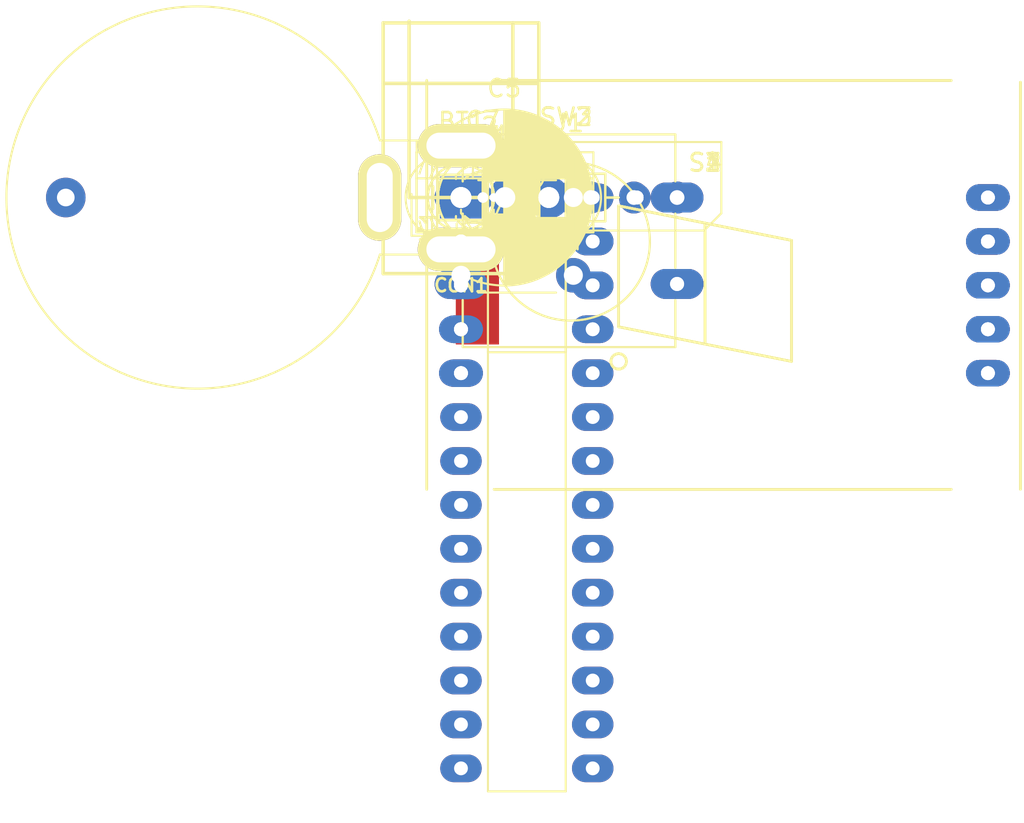
<source format=kicad_pcb>
(kicad_pcb (version 4) (host pcbnew 4.0.7)

  (general
    (links 123)
    (no_connects 62)
    (area 0 0 0 0)
    (thickness 1.6)
    (drawings 0)
    (tracks 0)
    (zones 0)
    (modules 45)
    (nets 49)
  )

  (page A4)
  (layers
    (0 F.Cu signal)
    (31 B.Cu signal)
    (32 B.Adhes user)
    (33 F.Adhes user)
    (34 B.Paste user)
    (35 F.Paste user)
    (36 B.SilkS user)
    (37 F.SilkS user)
    (38 B.Mask user)
    (39 F.Mask user)
    (40 Dwgs.User user)
    (41 Cmts.User user)
    (42 Eco1.User user)
    (43 Eco2.User user)
    (44 Edge.Cuts user)
    (45 Margin user)
    (46 B.CrtYd user)
    (47 F.CrtYd user)
    (48 B.Fab user)
    (49 F.Fab user)
  )

  (setup
    (last_trace_width 0.2007)
    (user_trace_width 0.2007)
    (user_trace_width 0.254)
    (user_trace_width 0.3048)
    (user_trace_width 0.508)
    (user_trace_width 0.762)
    (user_trace_width 1.27)
    (user_trace_width 3.5509)
    (trace_clearance 0.1702)
    (zone_clearance 0.508)
    (zone_45_only no)
    (trace_min 0.1702)
    (segment_width 0.2)
    (edge_width 0.1)
    (via_size 0.809)
    (via_drill 0.635)
    (via_min_size 0.0356)
    (via_min_drill 0.508)
    (uvia_size 0.509)
    (uvia_drill 0.127)
    (uvias_allowed no)
    (uvia_min_size 0.2)
    (uvia_min_drill 0.1)
    (pcb_text_width 0.3)
    (pcb_text_size 1.5 1.5)
    (mod_edge_width 0.15)
    (mod_text_size 1 1)
    (mod_text_width 0.15)
    (pad_size 1.5 1.5)
    (pad_drill 0.6)
    (pad_to_mask_clearance 0)
    (aux_axis_origin 0 0)
    (visible_elements FFFFFF7F)
    (pcbplotparams
      (layerselection 0x00030_80000001)
      (usegerberextensions false)
      (excludeedgelayer true)
      (linewidth 0.100000)
      (plotframeref false)
      (viasonmask false)
      (mode 1)
      (useauxorigin false)
      (hpglpennumber 1)
      (hpglpenspeed 20)
      (hpglpendiameter 15)
      (hpglpenoverlay 2)
      (psnegative false)
      (psa4output false)
      (plotreference true)
      (plotvalue true)
      (plotinvisibletext false)
      (padsonsilk false)
      (subtractmaskfromsilk false)
      (outputformat 1)
      (mirror false)
      (drillshape 1)
      (scaleselection 1)
      (outputdirectory ""))
  )

  (net 0 "")
  (net 1 GND)
  (net 2 "Net-(BT1-Pad1)")
  (net 3 "Net-(C1-Pad1)")
  (net 4 +5V)
  (net 5 "Net-(C3-Pad2)")
  (net 6 "Net-(C4-Pad2)")
  (net 7 "Net-(C5-Pad1)")
  (net 8 "Net-(CON1-Pad1)")
  (net 9 "Net-(CON1-Pad2)")
  (net 10 "Net-(CON1-Pad3)")
  (net 11 "Net-(D1-Pad1)")
  (net 12 "Net-(D1-Pad2)")
  (net 13 "Net-(D7-Pad1)")
  (net 14 /pic16f886_clock/mclr)
  (net 15 /pic16f886_clock/icsp_dat)
  (net 16 /pic16f886_clock/icsp_clk)
  (net 17 "Net-(J1-Pad6)")
  (net 18 /pic16f886_clock/CC_HRS_H)
  (net 19 "Net-(Q1-Pad1)")
  (net 20 /pic16f886_clock/CC_HRS_L)
  (net 21 "Net-(Q2-Pad1)")
  (net 22 /rtc/SQW_OP)
  (net 23 /pic16f886_clock/CC_MIN_H)
  (net 24 "Net-(Q4-Pad1)")
  (net 25 /pic16f886_clock/CC_MIN_L)
  (net 26 "Net-(Q5-Pad1)")
  (net 27 /pic16f886_clock/I2C_SCL)
  (net 28 /pic16f886_clock/I2C_SDA)
  (net 29 /pic16f886_clock/hrs_sw)
  (net 30 /pic16f886_clock/min_sw)
  (net 31 /TimeDisplay/SEG_G)
  (net 32 /TimeDisplay/SEG_F)
  (net 33 /TimeDisplay/SEG_A)
  (net 34 /TimeDisplay/SEG_B)
  (net 35 "Net-(S1-Pad5)")
  (net 36 /TimeDisplay/SEG_C)
  (net 37 /TimeDisplay/SEG_D)
  (net 38 /TimeDisplay/SEG_E)
  (net 39 "Net-(S2-Pad5)")
  (net 40 "Net-(S3-Pad5)")
  (net 41 "Net-(S4-Pad5)")
  (net 42 "Net-(U1-Pad1)")
  (net 43 "Net-(U1-Pad2)")
  (net 44 "Net-(U2-Pad16)")
  (net 45 "Net-(U2-Pad17)")
  (net 46 "Net-(U2-Pad18)")
  (net 47 "Net-(U2-Pad21)")
  (net 48 "Net-(U2-Pad22)")

  (net_class Default "This is the default net class."
    (clearance 0.1702)
    (trace_width 0.2007)
    (via_dia 0.809)
    (via_drill 0.635)
    (uvia_dia 0.509)
    (uvia_drill 0.127)
    (add_net +5V)
    (add_net /TimeDisplay/SEG_A)
    (add_net /TimeDisplay/SEG_B)
    (add_net /TimeDisplay/SEG_C)
    (add_net /TimeDisplay/SEG_D)
    (add_net /TimeDisplay/SEG_E)
    (add_net /TimeDisplay/SEG_F)
    (add_net /TimeDisplay/SEG_G)
    (add_net /pic16f886_clock/CC_HRS_H)
    (add_net /pic16f886_clock/CC_HRS_L)
    (add_net /pic16f886_clock/CC_MIN_H)
    (add_net /pic16f886_clock/CC_MIN_L)
    (add_net /pic16f886_clock/I2C_SCL)
    (add_net /pic16f886_clock/I2C_SDA)
    (add_net /pic16f886_clock/hrs_sw)
    (add_net /pic16f886_clock/icsp_clk)
    (add_net /pic16f886_clock/icsp_dat)
    (add_net /pic16f886_clock/mclr)
    (add_net /pic16f886_clock/min_sw)
    (add_net /rtc/SQW_OP)
    (add_net GND)
    (add_net "Net-(BT1-Pad1)")
    (add_net "Net-(C1-Pad1)")
    (add_net "Net-(C3-Pad2)")
    (add_net "Net-(C4-Pad2)")
    (add_net "Net-(C5-Pad1)")
    (add_net "Net-(CON1-Pad1)")
    (add_net "Net-(CON1-Pad2)")
    (add_net "Net-(CON1-Pad3)")
    (add_net "Net-(D1-Pad1)")
    (add_net "Net-(D1-Pad2)")
    (add_net "Net-(D7-Pad1)")
    (add_net "Net-(J1-Pad6)")
    (add_net "Net-(Q1-Pad1)")
    (add_net "Net-(Q2-Pad1)")
    (add_net "Net-(Q4-Pad1)")
    (add_net "Net-(Q5-Pad1)")
    (add_net "Net-(S1-Pad5)")
    (add_net "Net-(S2-Pad5)")
    (add_net "Net-(S3-Pad5)")
    (add_net "Net-(S4-Pad5)")
    (add_net "Net-(U1-Pad1)")
    (add_net "Net-(U1-Pad2)")
    (add_net "Net-(U2-Pad16)")
    (add_net "Net-(U2-Pad17)")
    (add_net "Net-(U2-Pad18)")
    (add_net "Net-(U2-Pad21)")
    (add_net "Net-(U2-Pad22)")
  )

  (module Battery:BatteryHolder_CR2032H (layer F.Cu) (tedit 5A1AA7FF) (tstamp 5A2F5965)
    (at 148.5011 105.0036)
    (descr "CR2032H battery holder, PCB mounted")
    (tags "CR2032H battery holder")
    (path /5A1FE3AD/5A1FE5A4)
    (fp_text reference BT1 (at 0.05 -4.4) (layer F.SilkS)
      (effects (font (size 1 1) (thickness 0.15)))
    )
    (fp_text value BATTERY (at -15.24 12.7) (layer F.Fab)
      (effects (font (size 1 1) (thickness 0.15)))
    )
    (fp_text user %R (at -11.812 0) (layer F.Fab)
      (effects (font (size 1 1) (thickness 0.15)))
    )
    (fp_line (start -4.49 -3.8) (end 3.06 -3.8) (layer F.CrtYd) (width 0.05))
    (fp_line (start 3.06 -3.8) (end 3.06 3.65) (layer F.CrtYd) (width 0.05))
    (fp_line (start 3.06 3.65) (end -4.44 3.65) (layer F.CrtYd) (width 0.05))
    (fp_line (start -4.69 -3.3) (end 2.66 -3.3) (layer F.SilkS) (width 0.12))
    (fp_line (start 2.66 -3.3) (end 2.66 3.3) (layer F.SilkS) (width 0.12))
    (fp_line (start 2.66 3.3) (end -4.69 3.3) (layer F.SilkS) (width 0.12))
    (fp_line (start 0 3.81) (end 0 5.08) (layer F.SilkS) (width 0.12))
    (fp_line (start -0.63 4.45) (end 0.63 4.45) (layer F.SilkS) (width 0.12))
    (fp_line (start -4.45 -2.54) (end 1.9 -2.54) (layer F.Fab) (width 0.1))
    (fp_line (start 1.9 -2.54) (end 1.9 2.54) (layer F.Fab) (width 0.1))
    (fp_line (start 1.9 2.54) (end -4.45 2.54) (layer F.Fab) (width 0.1))
    (fp_line (start 1.9 -3.17) (end 2.54 -3.17) (layer F.Fab) (width 0.1))
    (fp_line (start 2.54 -3.17) (end 2.54 3.17) (layer F.Fab) (width 0.1))
    (fp_line (start 2.54 3.17) (end 1.9 3.17) (layer F.Fab) (width 0.1))
    (fp_line (start 0.63 -3.17) (end 1.9 -3.17) (layer F.Fab) (width 0.1))
    (fp_line (start 1.9 3.17) (end -4.45 3.17) (layer F.Fab) (width 0.1))
    (fp_line (start -4.45 -3.17) (end 0.63 -3.17) (layer F.Fab) (width 0.1))
    (fp_circle (center -15.24 0) (end -16.51 -8.89) (layer F.Fab) (width 0.1))
    (fp_circle (center -15.24 0) (end -8.89 8.89) (layer F.Fab) (width 0.1))
    (fp_arc (start -15.24 0) (end -4.44 3.65) (angle 322) (layer F.CrtYd) (width 0.05))
    (fp_arc (start -15.24 0) (end -4.69 3.3) (angle 325) (layer F.SilkS) (width 0.12))
    (pad 2 thru_hole circle (at -22.86 0) (size 2.29 2.29) (drill 1.02) (layers *.Cu *.Mask)
      (net 1 GND))
    (pad 1 thru_hole circle (at 0 0) (size 2.29 2.29) (drill 1.02) (layers *.Cu *.Mask)
      (net 2 "Net-(BT1-Pad1)"))
    (model ${KISYS3DMOD}/Battery.3dshapes/BatteryHolder_CR2032H.wrl
      (at (xyz 0 0 0))
      (scale (xyz 1 1 1))
      (rotate (xyz 0 0 0))
    )
  )

  (module Capacitor_THT:C_Disc_D5.0mm_W2.5mm_P2.50mm (layer F.Cu) (tedit 5A142A3B) (tstamp 5A2F596B)
    (at 148.5011 105.0036)
    (descr "C, Disc series, Radial, pin pitch=2.50mm, diameter*width=5*2.5mm^2, Capacitor, http://cdn-reichelt.de/documents/datenblatt/B300/DS_KERKO_TC.pdf")
    (tags "C Disc series Radial pin pitch 2.50mm  diameter 5mm width 2.5mm Capacitor")
    (path /5A262DA9/5A26348A)
    (fp_text reference C1 (at 1.25 -2.56) (layer F.SilkS)
      (effects (font (size 1 1) (thickness 0.15)))
    )
    (fp_text value 100nF (at 1.25 2.56) (layer F.Fab)
      (effects (font (size 1 1) (thickness 0.15)))
    )
    (fp_line (start -1.25 -1.25) (end -1.25 1.25) (layer F.Fab) (width 0.1))
    (fp_line (start -1.25 1.25) (end 3.75 1.25) (layer F.Fab) (width 0.1))
    (fp_line (start 3.75 1.25) (end 3.75 -1.25) (layer F.Fab) (width 0.1))
    (fp_line (start 3.75 -1.25) (end -1.25 -1.25) (layer F.Fab) (width 0.1))
    (fp_line (start -1.31 -1.31) (end 3.81 -1.31) (layer F.SilkS) (width 0.12))
    (fp_line (start -1.31 1.31) (end 3.81 1.31) (layer F.SilkS) (width 0.12))
    (fp_line (start -1.31 -1.31) (end -1.31 1.31) (layer F.SilkS) (width 0.12))
    (fp_line (start 3.81 -1.31) (end 3.81 1.31) (layer F.SilkS) (width 0.12))
    (fp_line (start -1.6 -1.6) (end -1.6 1.6) (layer F.CrtYd) (width 0.05))
    (fp_line (start -1.6 1.6) (end 4.1 1.6) (layer F.CrtYd) (width 0.05))
    (fp_line (start 4.1 1.6) (end 4.1 -1.6) (layer F.CrtYd) (width 0.05))
    (fp_line (start 4.1 -1.6) (end -1.6 -1.6) (layer F.CrtYd) (width 0.05))
    (fp_text user %R (at 1.25 0) (layer F.Fab)
      (effects (font (size 1 1) (thickness 0.15)))
    )
    (pad 1 thru_hole circle (at 0 0) (size 1.6 1.6) (drill 0.8) (layers *.Cu *.Mask)
      (net 3 "Net-(C1-Pad1)"))
    (pad 2 thru_hole circle (at 2.5 0) (size 1.6 1.6) (drill 0.8) (layers *.Cu *.Mask)
      (net 1 GND))
    (model ${KISYS3DMOD}/Capacitor_THT.3dshapes/C_Disc_D5.0mm_W2.5mm_P2.50mm.wrl
      (at (xyz 0 0 0))
      (scale (xyz 1 1 1))
      (rotate (xyz 0 0 0))
    )
  )

  (module Capacitor_THT:C_Disc_D5.0mm_W2.5mm_P2.50mm (layer F.Cu) (tedit 5A142A3B) (tstamp 5A2F5971)
    (at 148.5011 105.0036)
    (descr "C, Disc series, Radial, pin pitch=2.50mm, diameter*width=5*2.5mm^2, Capacitor, http://cdn-reichelt.de/documents/datenblatt/B300/DS_KERKO_TC.pdf")
    (tags "C Disc series Radial pin pitch 2.50mm  diameter 5mm width 2.5mm Capacitor")
    (path /5A262DA9/5A2634D8)
    (fp_text reference C2 (at 1.25 -2.56) (layer F.SilkS)
      (effects (font (size 1 1) (thickness 0.15)))
    )
    (fp_text value 100nF (at 1.25 2.56) (layer F.Fab)
      (effects (font (size 1 1) (thickness 0.15)))
    )
    (fp_line (start -1.25 -1.25) (end -1.25 1.25) (layer F.Fab) (width 0.1))
    (fp_line (start -1.25 1.25) (end 3.75 1.25) (layer F.Fab) (width 0.1))
    (fp_line (start 3.75 1.25) (end 3.75 -1.25) (layer F.Fab) (width 0.1))
    (fp_line (start 3.75 -1.25) (end -1.25 -1.25) (layer F.Fab) (width 0.1))
    (fp_line (start -1.31 -1.31) (end 3.81 -1.31) (layer F.SilkS) (width 0.12))
    (fp_line (start -1.31 1.31) (end 3.81 1.31) (layer F.SilkS) (width 0.12))
    (fp_line (start -1.31 -1.31) (end -1.31 1.31) (layer F.SilkS) (width 0.12))
    (fp_line (start 3.81 -1.31) (end 3.81 1.31) (layer F.SilkS) (width 0.12))
    (fp_line (start -1.6 -1.6) (end -1.6 1.6) (layer F.CrtYd) (width 0.05))
    (fp_line (start -1.6 1.6) (end 4.1 1.6) (layer F.CrtYd) (width 0.05))
    (fp_line (start 4.1 1.6) (end 4.1 -1.6) (layer F.CrtYd) (width 0.05))
    (fp_line (start 4.1 -1.6) (end -1.6 -1.6) (layer F.CrtYd) (width 0.05))
    (fp_text user %R (at 1.25 0) (layer F.Fab)
      (effects (font (size 1 1) (thickness 0.15)))
    )
    (pad 1 thru_hole circle (at 0 0) (size 1.6 1.6) (drill 0.8) (layers *.Cu *.Mask)
      (net 4 +5V))
    (pad 2 thru_hole circle (at 2.5 0) (size 1.6 1.6) (drill 0.8) (layers *.Cu *.Mask)
      (net 1 GND))
    (model ${KISYS3DMOD}/Capacitor_THT.3dshapes/C_Disc_D5.0mm_W2.5mm_P2.50mm.wrl
      (at (xyz 0 0 0))
      (scale (xyz 1 1 1))
      (rotate (xyz 0 0 0))
    )
  )

  (module Capacitor_THT:C_Disc_D5.0mm_W2.5mm_P2.50mm (layer F.Cu) (tedit 5A142A3B) (tstamp 5A2F5977)
    (at 148.5011 105.0036)
    (descr "C, Disc series, Radial, pin pitch=2.50mm, diameter*width=5*2.5mm^2, Capacitor, http://cdn-reichelt.de/documents/datenblatt/B300/DS_KERKO_TC.pdf")
    (tags "C Disc series Radial pin pitch 2.50mm  diameter 5mm width 2.5mm Capacitor")
    (path /5A262DA9/5A2634AD)
    (fp_text reference C3 (at 1.25 -2.56) (layer F.SilkS)
      (effects (font (size 1 1) (thickness 0.15)))
    )
    (fp_text value 22pF (at 1.25 2.56) (layer F.Fab)
      (effects (font (size 1 1) (thickness 0.15)))
    )
    (fp_line (start -1.25 -1.25) (end -1.25 1.25) (layer F.Fab) (width 0.1))
    (fp_line (start -1.25 1.25) (end 3.75 1.25) (layer F.Fab) (width 0.1))
    (fp_line (start 3.75 1.25) (end 3.75 -1.25) (layer F.Fab) (width 0.1))
    (fp_line (start 3.75 -1.25) (end -1.25 -1.25) (layer F.Fab) (width 0.1))
    (fp_line (start -1.31 -1.31) (end 3.81 -1.31) (layer F.SilkS) (width 0.12))
    (fp_line (start -1.31 1.31) (end 3.81 1.31) (layer F.SilkS) (width 0.12))
    (fp_line (start -1.31 -1.31) (end -1.31 1.31) (layer F.SilkS) (width 0.12))
    (fp_line (start 3.81 -1.31) (end 3.81 1.31) (layer F.SilkS) (width 0.12))
    (fp_line (start -1.6 -1.6) (end -1.6 1.6) (layer F.CrtYd) (width 0.05))
    (fp_line (start -1.6 1.6) (end 4.1 1.6) (layer F.CrtYd) (width 0.05))
    (fp_line (start 4.1 1.6) (end 4.1 -1.6) (layer F.CrtYd) (width 0.05))
    (fp_line (start 4.1 -1.6) (end -1.6 -1.6) (layer F.CrtYd) (width 0.05))
    (fp_text user %R (at 1.25 0) (layer F.Fab)
      (effects (font (size 1 1) (thickness 0.15)))
    )
    (pad 1 thru_hole circle (at 0 0) (size 1.6 1.6) (drill 0.8) (layers *.Cu *.Mask)
      (net 1 GND))
    (pad 2 thru_hole circle (at 2.5 0) (size 1.6 1.6) (drill 0.8) (layers *.Cu *.Mask)
      (net 5 "Net-(C3-Pad2)"))
    (model ${KISYS3DMOD}/Capacitor_THT.3dshapes/C_Disc_D5.0mm_W2.5mm_P2.50mm.wrl
      (at (xyz 0 0 0))
      (scale (xyz 1 1 1))
      (rotate (xyz 0 0 0))
    )
  )

  (module Capacitor_THT:C_Disc_D5.0mm_W2.5mm_P2.50mm (layer F.Cu) (tedit 5A142A3B) (tstamp 5A2F597D)
    (at 148.5011 105.0036)
    (descr "C, Disc series, Radial, pin pitch=2.50mm, diameter*width=5*2.5mm^2, Capacitor, http://cdn-reichelt.de/documents/datenblatt/B300/DS_KERKO_TC.pdf")
    (tags "C Disc series Radial pin pitch 2.50mm  diameter 5mm width 2.5mm Capacitor")
    (path /5A262DA9/5A2634A6)
    (fp_text reference C4 (at 1.25 -2.56) (layer F.SilkS)
      (effects (font (size 1 1) (thickness 0.15)))
    )
    (fp_text value 22pF (at 1.25 2.56) (layer F.Fab)
      (effects (font (size 1 1) (thickness 0.15)))
    )
    (fp_line (start -1.25 -1.25) (end -1.25 1.25) (layer F.Fab) (width 0.1))
    (fp_line (start -1.25 1.25) (end 3.75 1.25) (layer F.Fab) (width 0.1))
    (fp_line (start 3.75 1.25) (end 3.75 -1.25) (layer F.Fab) (width 0.1))
    (fp_line (start 3.75 -1.25) (end -1.25 -1.25) (layer F.Fab) (width 0.1))
    (fp_line (start -1.31 -1.31) (end 3.81 -1.31) (layer F.SilkS) (width 0.12))
    (fp_line (start -1.31 1.31) (end 3.81 1.31) (layer F.SilkS) (width 0.12))
    (fp_line (start -1.31 -1.31) (end -1.31 1.31) (layer F.SilkS) (width 0.12))
    (fp_line (start 3.81 -1.31) (end 3.81 1.31) (layer F.SilkS) (width 0.12))
    (fp_line (start -1.6 -1.6) (end -1.6 1.6) (layer F.CrtYd) (width 0.05))
    (fp_line (start -1.6 1.6) (end 4.1 1.6) (layer F.CrtYd) (width 0.05))
    (fp_line (start 4.1 1.6) (end 4.1 -1.6) (layer F.CrtYd) (width 0.05))
    (fp_line (start 4.1 -1.6) (end -1.6 -1.6) (layer F.CrtYd) (width 0.05))
    (fp_text user %R (at 1.25 0) (layer F.Fab)
      (effects (font (size 1 1) (thickness 0.15)))
    )
    (pad 1 thru_hole circle (at 0 0) (size 1.6 1.6) (drill 0.8) (layers *.Cu *.Mask)
      (net 1 GND))
    (pad 2 thru_hole circle (at 2.5 0) (size 1.6 1.6) (drill 0.8) (layers *.Cu *.Mask)
      (net 6 "Net-(C4-Pad2)"))
    (model ${KISYS3DMOD}/Capacitor_THT.3dshapes/C_Disc_D5.0mm_W2.5mm_P2.50mm.wrl
      (at (xyz 0 0 0))
      (scale (xyz 1 1 1))
      (rotate (xyz 0 0 0))
    )
  )

  (module Capacitor_THT:CP_Radial_D10.0mm_P5.00mm (layer F.Cu) (tedit 5A142A3B) (tstamp 5A2F5983)
    (at 148.5011 105.0036)
    (descr "CP, Radial series, Radial, pin pitch=5.00mm, diameter=10mm, Electrolytic Capacitor")
    (tags "CP Radial series Radial pin pitch 5.00mm  diameter 10mm Electrolytic Capacitor")
    (path /5A1D2E5E/5A1E9685)
    (fp_text reference C5 (at 2.5 -6.31) (layer F.SilkS)
      (effects (font (size 1 1) (thickness 0.15)))
    )
    (fp_text value 470uF/50v (at 2.5 6.31) (layer F.Fab)
      (effects (font (size 1 1) (thickness 0.15)))
    )
    (fp_arc (start 2.5 0) (end -2.399357 -1.38) (angle 148.5) (layer F.SilkS) (width 0.12))
    (fp_arc (start 2.5 0) (end -2.399357 1.38) (angle -148.5) (layer F.SilkS) (width 0.12))
    (fp_arc (start 2.5 0) (end 7.399357 -1.38) (angle 31.5) (layer F.SilkS) (width 0.12))
    (fp_circle (center 2.5 0) (end 7.5 0) (layer F.Fab) (width 0.1))
    (fp_line (start -2.7 0) (end -1.2 0) (layer F.Fab) (width 0.1))
    (fp_line (start -1.95 -0.75) (end -1.95 0.75) (layer F.Fab) (width 0.1))
    (fp_line (start 2.5 -5.05) (end 2.5 5.05) (layer F.SilkS) (width 0.12))
    (fp_line (start 2.54 -5.05) (end 2.54 5.05) (layer F.SilkS) (width 0.12))
    (fp_line (start 2.58 -5.05) (end 2.58 5.05) (layer F.SilkS) (width 0.12))
    (fp_line (start 2.62 -5.049) (end 2.62 5.049) (layer F.SilkS) (width 0.12))
    (fp_line (start 2.66 -5.048) (end 2.66 5.048) (layer F.SilkS) (width 0.12))
    (fp_line (start 2.7 -5.047) (end 2.7 5.047) (layer F.SilkS) (width 0.12))
    (fp_line (start 2.74 -5.045) (end 2.74 5.045) (layer F.SilkS) (width 0.12))
    (fp_line (start 2.78 -5.043) (end 2.78 5.043) (layer F.SilkS) (width 0.12))
    (fp_line (start 2.82 -5.04) (end 2.82 5.04) (layer F.SilkS) (width 0.12))
    (fp_line (start 2.86 -5.038) (end 2.86 5.038) (layer F.SilkS) (width 0.12))
    (fp_line (start 2.9 -5.035) (end 2.9 5.035) (layer F.SilkS) (width 0.12))
    (fp_line (start 2.94 -5.031) (end 2.94 5.031) (layer F.SilkS) (width 0.12))
    (fp_line (start 2.98 -5.028) (end 2.98 5.028) (layer F.SilkS) (width 0.12))
    (fp_line (start 3.02 -5.024) (end 3.02 5.024) (layer F.SilkS) (width 0.12))
    (fp_line (start 3.06 -5.02) (end 3.06 5.02) (layer F.SilkS) (width 0.12))
    (fp_line (start 3.1 -5.015) (end 3.1 5.015) (layer F.SilkS) (width 0.12))
    (fp_line (start 3.14 -5.01) (end 3.14 5.01) (layer F.SilkS) (width 0.12))
    (fp_line (start 3.18 -5.005) (end 3.18 5.005) (layer F.SilkS) (width 0.12))
    (fp_line (start 3.221 -4.999) (end 3.221 4.999) (layer F.SilkS) (width 0.12))
    (fp_line (start 3.261 -4.993) (end 3.261 4.993) (layer F.SilkS) (width 0.12))
    (fp_line (start 3.301 -4.987) (end 3.301 4.987) (layer F.SilkS) (width 0.12))
    (fp_line (start 3.341 -4.981) (end 3.341 4.981) (layer F.SilkS) (width 0.12))
    (fp_line (start 3.381 -4.974) (end 3.381 4.974) (layer F.SilkS) (width 0.12))
    (fp_line (start 3.421 -4.967) (end 3.421 4.967) (layer F.SilkS) (width 0.12))
    (fp_line (start 3.461 -4.959) (end 3.461 4.959) (layer F.SilkS) (width 0.12))
    (fp_line (start 3.501 -4.951) (end 3.501 4.951) (layer F.SilkS) (width 0.12))
    (fp_line (start 3.541 -4.943) (end 3.541 4.943) (layer F.SilkS) (width 0.12))
    (fp_line (start 3.581 -4.935) (end 3.581 4.935) (layer F.SilkS) (width 0.12))
    (fp_line (start 3.621 -4.926) (end 3.621 4.926) (layer F.SilkS) (width 0.12))
    (fp_line (start 3.661 -4.917) (end 3.661 4.917) (layer F.SilkS) (width 0.12))
    (fp_line (start 3.701 -4.907) (end 3.701 4.907) (layer F.SilkS) (width 0.12))
    (fp_line (start 3.741 -4.897) (end 3.741 4.897) (layer F.SilkS) (width 0.12))
    (fp_line (start 3.781 -4.887) (end 3.781 4.887) (layer F.SilkS) (width 0.12))
    (fp_line (start 3.821 -4.876) (end 3.821 -1.181) (layer F.SilkS) (width 0.12))
    (fp_line (start 3.821 1.181) (end 3.821 4.876) (layer F.SilkS) (width 0.12))
    (fp_line (start 3.861 -4.865) (end 3.861 -1.181) (layer F.SilkS) (width 0.12))
    (fp_line (start 3.861 1.181) (end 3.861 4.865) (layer F.SilkS) (width 0.12))
    (fp_line (start 3.901 -4.854) (end 3.901 -1.181) (layer F.SilkS) (width 0.12))
    (fp_line (start 3.901 1.181) (end 3.901 4.854) (layer F.SilkS) (width 0.12))
    (fp_line (start 3.941 -4.843) (end 3.941 -1.181) (layer F.SilkS) (width 0.12))
    (fp_line (start 3.941 1.181) (end 3.941 4.843) (layer F.SilkS) (width 0.12))
    (fp_line (start 3.981 -4.831) (end 3.981 -1.181) (layer F.SilkS) (width 0.12))
    (fp_line (start 3.981 1.181) (end 3.981 4.831) (layer F.SilkS) (width 0.12))
    (fp_line (start 4.021 -4.818) (end 4.021 -1.181) (layer F.SilkS) (width 0.12))
    (fp_line (start 4.021 1.181) (end 4.021 4.818) (layer F.SilkS) (width 0.12))
    (fp_line (start 4.061 -4.806) (end 4.061 -1.181) (layer F.SilkS) (width 0.12))
    (fp_line (start 4.061 1.181) (end 4.061 4.806) (layer F.SilkS) (width 0.12))
    (fp_line (start 4.101 -4.792) (end 4.101 -1.181) (layer F.SilkS) (width 0.12))
    (fp_line (start 4.101 1.181) (end 4.101 4.792) (layer F.SilkS) (width 0.12))
    (fp_line (start 4.141 -4.779) (end 4.141 -1.181) (layer F.SilkS) (width 0.12))
    (fp_line (start 4.141 1.181) (end 4.141 4.779) (layer F.SilkS) (width 0.12))
    (fp_line (start 4.181 -4.765) (end 4.181 -1.181) (layer F.SilkS) (width 0.12))
    (fp_line (start 4.181 1.181) (end 4.181 4.765) (layer F.SilkS) (width 0.12))
    (fp_line (start 4.221 -4.751) (end 4.221 -1.181) (layer F.SilkS) (width 0.12))
    (fp_line (start 4.221 1.181) (end 4.221 4.751) (layer F.SilkS) (width 0.12))
    (fp_line (start 4.261 -4.737) (end 4.261 -1.181) (layer F.SilkS) (width 0.12))
    (fp_line (start 4.261 1.181) (end 4.261 4.737) (layer F.SilkS) (width 0.12))
    (fp_line (start 4.301 -4.722) (end 4.301 -1.181) (layer F.SilkS) (width 0.12))
    (fp_line (start 4.301 1.181) (end 4.301 4.722) (layer F.SilkS) (width 0.12))
    (fp_line (start 4.341 -4.706) (end 4.341 -1.181) (layer F.SilkS) (width 0.12))
    (fp_line (start 4.341 1.181) (end 4.341 4.706) (layer F.SilkS) (width 0.12))
    (fp_line (start 4.381 -4.691) (end 4.381 -1.181) (layer F.SilkS) (width 0.12))
    (fp_line (start 4.381 1.181) (end 4.381 4.691) (layer F.SilkS) (width 0.12))
    (fp_line (start 4.421 -4.674) (end 4.421 -1.181) (layer F.SilkS) (width 0.12))
    (fp_line (start 4.421 1.181) (end 4.421 4.674) (layer F.SilkS) (width 0.12))
    (fp_line (start 4.461 -4.658) (end 4.461 -1.181) (layer F.SilkS) (width 0.12))
    (fp_line (start 4.461 1.181) (end 4.461 4.658) (layer F.SilkS) (width 0.12))
    (fp_line (start 4.501 -4.641) (end 4.501 -1.181) (layer F.SilkS) (width 0.12))
    (fp_line (start 4.501 1.181) (end 4.501 4.641) (layer F.SilkS) (width 0.12))
    (fp_line (start 4.541 -4.624) (end 4.541 -1.181) (layer F.SilkS) (width 0.12))
    (fp_line (start 4.541 1.181) (end 4.541 4.624) (layer F.SilkS) (width 0.12))
    (fp_line (start 4.581 -4.606) (end 4.581 -1.181) (layer F.SilkS) (width 0.12))
    (fp_line (start 4.581 1.181) (end 4.581 4.606) (layer F.SilkS) (width 0.12))
    (fp_line (start 4.621 -4.588) (end 4.621 -1.181) (layer F.SilkS) (width 0.12))
    (fp_line (start 4.621 1.181) (end 4.621 4.588) (layer F.SilkS) (width 0.12))
    (fp_line (start 4.661 -4.569) (end 4.661 -1.181) (layer F.SilkS) (width 0.12))
    (fp_line (start 4.661 1.181) (end 4.661 4.569) (layer F.SilkS) (width 0.12))
    (fp_line (start 4.701 -4.55) (end 4.701 -1.181) (layer F.SilkS) (width 0.12))
    (fp_line (start 4.701 1.181) (end 4.701 4.55) (layer F.SilkS) (width 0.12))
    (fp_line (start 4.741 -4.531) (end 4.741 -1.181) (layer F.SilkS) (width 0.12))
    (fp_line (start 4.741 1.181) (end 4.741 4.531) (layer F.SilkS) (width 0.12))
    (fp_line (start 4.781 -4.511) (end 4.781 -1.181) (layer F.SilkS) (width 0.12))
    (fp_line (start 4.781 1.181) (end 4.781 4.511) (layer F.SilkS) (width 0.12))
    (fp_line (start 4.821 -4.491) (end 4.821 -1.181) (layer F.SilkS) (width 0.12))
    (fp_line (start 4.821 1.181) (end 4.821 4.491) (layer F.SilkS) (width 0.12))
    (fp_line (start 4.861 -4.47) (end 4.861 -1.181) (layer F.SilkS) (width 0.12))
    (fp_line (start 4.861 1.181) (end 4.861 4.47) (layer F.SilkS) (width 0.12))
    (fp_line (start 4.901 -4.449) (end 4.901 -1.181) (layer F.SilkS) (width 0.12))
    (fp_line (start 4.901 1.181) (end 4.901 4.449) (layer F.SilkS) (width 0.12))
    (fp_line (start 4.941 -4.428) (end 4.941 -1.181) (layer F.SilkS) (width 0.12))
    (fp_line (start 4.941 1.181) (end 4.941 4.428) (layer F.SilkS) (width 0.12))
    (fp_line (start 4.981 -4.405) (end 4.981 -1.181) (layer F.SilkS) (width 0.12))
    (fp_line (start 4.981 1.181) (end 4.981 4.405) (layer F.SilkS) (width 0.12))
    (fp_line (start 5.021 -4.383) (end 5.021 -1.181) (layer F.SilkS) (width 0.12))
    (fp_line (start 5.021 1.181) (end 5.021 4.383) (layer F.SilkS) (width 0.12))
    (fp_line (start 5.061 -4.36) (end 5.061 -1.181) (layer F.SilkS) (width 0.12))
    (fp_line (start 5.061 1.181) (end 5.061 4.36) (layer F.SilkS) (width 0.12))
    (fp_line (start 5.101 -4.336) (end 5.101 -1.181) (layer F.SilkS) (width 0.12))
    (fp_line (start 5.101 1.181) (end 5.101 4.336) (layer F.SilkS) (width 0.12))
    (fp_line (start 5.141 -4.312) (end 5.141 -1.181) (layer F.SilkS) (width 0.12))
    (fp_line (start 5.141 1.181) (end 5.141 4.312) (layer F.SilkS) (width 0.12))
    (fp_line (start 5.181 -4.288) (end 5.181 -1.181) (layer F.SilkS) (width 0.12))
    (fp_line (start 5.181 1.181) (end 5.181 4.288) (layer F.SilkS) (width 0.12))
    (fp_line (start 5.221 -4.263) (end 5.221 -1.181) (layer F.SilkS) (width 0.12))
    (fp_line (start 5.221 1.181) (end 5.221 4.263) (layer F.SilkS) (width 0.12))
    (fp_line (start 5.261 -4.237) (end 5.261 -1.181) (layer F.SilkS) (width 0.12))
    (fp_line (start 5.261 1.181) (end 5.261 4.237) (layer F.SilkS) (width 0.12))
    (fp_line (start 5.301 -4.211) (end 5.301 -1.181) (layer F.SilkS) (width 0.12))
    (fp_line (start 5.301 1.181) (end 5.301 4.211) (layer F.SilkS) (width 0.12))
    (fp_line (start 5.341 -4.185) (end 5.341 -1.181) (layer F.SilkS) (width 0.12))
    (fp_line (start 5.341 1.181) (end 5.341 4.185) (layer F.SilkS) (width 0.12))
    (fp_line (start 5.381 -4.157) (end 5.381 -1.181) (layer F.SilkS) (width 0.12))
    (fp_line (start 5.381 1.181) (end 5.381 4.157) (layer F.SilkS) (width 0.12))
    (fp_line (start 5.421 -4.13) (end 5.421 -1.181) (layer F.SilkS) (width 0.12))
    (fp_line (start 5.421 1.181) (end 5.421 4.13) (layer F.SilkS) (width 0.12))
    (fp_line (start 5.461 -4.101) (end 5.461 -1.181) (layer F.SilkS) (width 0.12))
    (fp_line (start 5.461 1.181) (end 5.461 4.101) (layer F.SilkS) (width 0.12))
    (fp_line (start 5.501 -4.072) (end 5.501 -1.181) (layer F.SilkS) (width 0.12))
    (fp_line (start 5.501 1.181) (end 5.501 4.072) (layer F.SilkS) (width 0.12))
    (fp_line (start 5.541 -4.043) (end 5.541 -1.181) (layer F.SilkS) (width 0.12))
    (fp_line (start 5.541 1.181) (end 5.541 4.043) (layer F.SilkS) (width 0.12))
    (fp_line (start 5.581 -4.013) (end 5.581 -1.181) (layer F.SilkS) (width 0.12))
    (fp_line (start 5.581 1.181) (end 5.581 4.013) (layer F.SilkS) (width 0.12))
    (fp_line (start 5.621 -3.982) (end 5.621 -1.181) (layer F.SilkS) (width 0.12))
    (fp_line (start 5.621 1.181) (end 5.621 3.982) (layer F.SilkS) (width 0.12))
    (fp_line (start 5.661 -3.951) (end 5.661 -1.181) (layer F.SilkS) (width 0.12))
    (fp_line (start 5.661 1.181) (end 5.661 3.951) (layer F.SilkS) (width 0.12))
    (fp_line (start 5.701 -3.919) (end 5.701 -1.181) (layer F.SilkS) (width 0.12))
    (fp_line (start 5.701 1.181) (end 5.701 3.919) (layer F.SilkS) (width 0.12))
    (fp_line (start 5.741 -3.886) (end 5.741 -1.181) (layer F.SilkS) (width 0.12))
    (fp_line (start 5.741 1.181) (end 5.741 3.886) (layer F.SilkS) (width 0.12))
    (fp_line (start 5.781 -3.853) (end 5.781 -1.181) (layer F.SilkS) (width 0.12))
    (fp_line (start 5.781 1.181) (end 5.781 3.853) (layer F.SilkS) (width 0.12))
    (fp_line (start 5.821 -3.819) (end 5.821 -1.181) (layer F.SilkS) (width 0.12))
    (fp_line (start 5.821 1.181) (end 5.821 3.819) (layer F.SilkS) (width 0.12))
    (fp_line (start 5.861 -3.784) (end 5.861 -1.181) (layer F.SilkS) (width 0.12))
    (fp_line (start 5.861 1.181) (end 5.861 3.784) (layer F.SilkS) (width 0.12))
    (fp_line (start 5.901 -3.748) (end 5.901 -1.181) (layer F.SilkS) (width 0.12))
    (fp_line (start 5.901 1.181) (end 5.901 3.748) (layer F.SilkS) (width 0.12))
    (fp_line (start 5.941 -3.712) (end 5.941 -1.181) (layer F.SilkS) (width 0.12))
    (fp_line (start 5.941 1.181) (end 5.941 3.712) (layer F.SilkS) (width 0.12))
    (fp_line (start 5.981 -3.675) (end 5.981 -1.181) (layer F.SilkS) (width 0.12))
    (fp_line (start 5.981 1.181) (end 5.981 3.675) (layer F.SilkS) (width 0.12))
    (fp_line (start 6.021 -3.637) (end 6.021 -1.181) (layer F.SilkS) (width 0.12))
    (fp_line (start 6.021 1.181) (end 6.021 3.637) (layer F.SilkS) (width 0.12))
    (fp_line (start 6.061 -3.598) (end 6.061 -1.181) (layer F.SilkS) (width 0.12))
    (fp_line (start 6.061 1.181) (end 6.061 3.598) (layer F.SilkS) (width 0.12))
    (fp_line (start 6.101 -3.559) (end 6.101 -1.181) (layer F.SilkS) (width 0.12))
    (fp_line (start 6.101 1.181) (end 6.101 3.559) (layer F.SilkS) (width 0.12))
    (fp_line (start 6.141 -3.518) (end 6.141 -1.181) (layer F.SilkS) (width 0.12))
    (fp_line (start 6.141 1.181) (end 6.141 3.518) (layer F.SilkS) (width 0.12))
    (fp_line (start 6.181 -3.477) (end 6.181 3.477) (layer F.SilkS) (width 0.12))
    (fp_line (start 6.221 -3.435) (end 6.221 3.435) (layer F.SilkS) (width 0.12))
    (fp_line (start 6.261 -3.391) (end 6.261 3.391) (layer F.SilkS) (width 0.12))
    (fp_line (start 6.301 -3.347) (end 6.301 3.347) (layer F.SilkS) (width 0.12))
    (fp_line (start 6.341 -3.302) (end 6.341 3.302) (layer F.SilkS) (width 0.12))
    (fp_line (start 6.381 -3.255) (end 6.381 3.255) (layer F.SilkS) (width 0.12))
    (fp_line (start 6.421 -3.207) (end 6.421 3.207) (layer F.SilkS) (width 0.12))
    (fp_line (start 6.461 -3.158) (end 6.461 3.158) (layer F.SilkS) (width 0.12))
    (fp_line (start 6.501 -3.108) (end 6.501 3.108) (layer F.SilkS) (width 0.12))
    (fp_line (start 6.541 -3.057) (end 6.541 3.057) (layer F.SilkS) (width 0.12))
    (fp_line (start 6.581 -3.004) (end 6.581 3.004) (layer F.SilkS) (width 0.12))
    (fp_line (start 6.621 -2.949) (end 6.621 2.949) (layer F.SilkS) (width 0.12))
    (fp_line (start 6.661 -2.894) (end 6.661 2.894) (layer F.SilkS) (width 0.12))
    (fp_line (start 6.701 -2.836) (end 6.701 2.836) (layer F.SilkS) (width 0.12))
    (fp_line (start 6.741 -2.777) (end 6.741 2.777) (layer F.SilkS) (width 0.12))
    (fp_line (start 6.781 -2.715) (end 6.781 2.715) (layer F.SilkS) (width 0.12))
    (fp_line (start 6.821 -2.652) (end 6.821 2.652) (layer F.SilkS) (width 0.12))
    (fp_line (start 6.861 -2.587) (end 6.861 2.587) (layer F.SilkS) (width 0.12))
    (fp_line (start 6.901 -2.519) (end 6.901 2.519) (layer F.SilkS) (width 0.12))
    (fp_line (start 6.941 -2.449) (end 6.941 2.449) (layer F.SilkS) (width 0.12))
    (fp_line (start 6.981 -2.377) (end 6.981 2.377) (layer F.SilkS) (width 0.12))
    (fp_line (start 7.021 -2.301) (end 7.021 2.301) (layer F.SilkS) (width 0.12))
    (fp_line (start 7.061 -2.222) (end 7.061 2.222) (layer F.SilkS) (width 0.12))
    (fp_line (start 7.101 -2.14) (end 7.101 2.14) (layer F.SilkS) (width 0.12))
    (fp_line (start 7.141 -2.053) (end 7.141 2.053) (layer F.SilkS) (width 0.12))
    (fp_line (start 7.181 -1.962) (end 7.181 1.962) (layer F.SilkS) (width 0.12))
    (fp_line (start 7.221 -1.866) (end 7.221 1.866) (layer F.SilkS) (width 0.12))
    (fp_line (start 7.261 -1.763) (end 7.261 1.763) (layer F.SilkS) (width 0.12))
    (fp_line (start 7.301 -1.654) (end 7.301 1.654) (layer F.SilkS) (width 0.12))
    (fp_line (start 7.341 -1.536) (end 7.341 1.536) (layer F.SilkS) (width 0.12))
    (fp_line (start 7.381 -1.407) (end 7.381 1.407) (layer F.SilkS) (width 0.12))
    (fp_line (start 7.421 -1.265) (end 7.421 1.265) (layer F.SilkS) (width 0.12))
    (fp_line (start 7.461 -1.104) (end 7.461 1.104) (layer F.SilkS) (width 0.12))
    (fp_line (start 7.501 -0.913) (end 7.501 0.913) (layer F.SilkS) (width 0.12))
    (fp_line (start 7.541 -0.672) (end 7.541 0.672) (layer F.SilkS) (width 0.12))
    (fp_line (start 7.581 -0.279) (end 7.581 0.279) (layer F.SilkS) (width 0.12))
    (fp_line (start -2.7 0) (end -1.2 0) (layer F.SilkS) (width 0.12))
    (fp_line (start -1.95 -0.75) (end -1.95 0.75) (layer F.SilkS) (width 0.12))
    (fp_line (start -2.85 -5.35) (end -2.85 5.35) (layer F.CrtYd) (width 0.05))
    (fp_line (start -2.85 5.35) (end 7.85 5.35) (layer F.CrtYd) (width 0.05))
    (fp_line (start 7.85 5.35) (end 7.85 -5.35) (layer F.CrtYd) (width 0.05))
    (fp_line (start 7.85 -5.35) (end -2.85 -5.35) (layer F.CrtYd) (width 0.05))
    (fp_text user %R (at 2.5 0) (layer F.Fab)
      (effects (font (size 1 1) (thickness 0.15)))
    )
    (pad 1 thru_hole rect (at 0 0) (size 2 2) (drill 1) (layers *.Cu *.Mask)
      (net 7 "Net-(C5-Pad1)"))
    (pad 2 thru_hole circle (at 5 0) (size 2 2) (drill 1) (layers *.Cu *.Mask)
      (net 1 GND))
    (model ${KISYS3DMOD}/Capacitor_THT.3dshapes/CP_Radial_D10.0mm_P5.00mm.wrl
      (at (xyz 0 0 0))
      (scale (xyz 1 1 1))
      (rotate (xyz 0 0 0))
    )
  )

  (module Capacitor_THT:C_Disc_D5.0mm_W2.5mm_P2.50mm (layer F.Cu) (tedit 5A142A3B) (tstamp 5A2F5989)
    (at 148.5011 105.0036)
    (descr "C, Disc series, Radial, pin pitch=2.50mm, diameter*width=5*2.5mm^2, Capacitor, http://cdn-reichelt.de/documents/datenblatt/B300/DS_KERKO_TC.pdf")
    (tags "C Disc series Radial pin pitch 2.50mm  diameter 5mm width 2.5mm Capacitor")
    (path /5A1D2E5E/5A1E968C)
    (fp_text reference C6 (at 1.25 -2.56) (layer F.SilkS)
      (effects (font (size 1 1) (thickness 0.15)))
    )
    (fp_text value 100nF (at 1.25 2.56) (layer F.Fab)
      (effects (font (size 1 1) (thickness 0.15)))
    )
    (fp_line (start -1.25 -1.25) (end -1.25 1.25) (layer F.Fab) (width 0.1))
    (fp_line (start -1.25 1.25) (end 3.75 1.25) (layer F.Fab) (width 0.1))
    (fp_line (start 3.75 1.25) (end 3.75 -1.25) (layer F.Fab) (width 0.1))
    (fp_line (start 3.75 -1.25) (end -1.25 -1.25) (layer F.Fab) (width 0.1))
    (fp_line (start -1.31 -1.31) (end 3.81 -1.31) (layer F.SilkS) (width 0.12))
    (fp_line (start -1.31 1.31) (end 3.81 1.31) (layer F.SilkS) (width 0.12))
    (fp_line (start -1.31 -1.31) (end -1.31 1.31) (layer F.SilkS) (width 0.12))
    (fp_line (start 3.81 -1.31) (end 3.81 1.31) (layer F.SilkS) (width 0.12))
    (fp_line (start -1.6 -1.6) (end -1.6 1.6) (layer F.CrtYd) (width 0.05))
    (fp_line (start -1.6 1.6) (end 4.1 1.6) (layer F.CrtYd) (width 0.05))
    (fp_line (start 4.1 1.6) (end 4.1 -1.6) (layer F.CrtYd) (width 0.05))
    (fp_line (start 4.1 -1.6) (end -1.6 -1.6) (layer F.CrtYd) (width 0.05))
    (fp_text user %R (at 1.25 0) (layer F.Fab)
      (effects (font (size 1 1) (thickness 0.15)))
    )
    (pad 1 thru_hole circle (at 0 0) (size 1.6 1.6) (drill 0.8) (layers *.Cu *.Mask)
      (net 7 "Net-(C5-Pad1)"))
    (pad 2 thru_hole circle (at 2.5 0) (size 1.6 1.6) (drill 0.8) (layers *.Cu *.Mask)
      (net 1 GND))
    (model ${KISYS3DMOD}/Capacitor_THT.3dshapes/C_Disc_D5.0mm_W2.5mm_P2.50mm.wrl
      (at (xyz 0 0 0))
      (scale (xyz 1 1 1))
      (rotate (xyz 0 0 0))
    )
  )

  (module Capacitor_THT:CP_Radial_D6.3mm_P2.50mm (layer F.Cu) (tedit 5A142A3B) (tstamp 5A2F598F)
    (at 148.5011 105.0036)
    (descr "CP, Radial series, Radial, pin pitch=2.50mm, diameter=6.3mm, Electrolytic Capacitor")
    (tags "CP Radial series Radial pin pitch 2.50mm  diameter 6.3mm Electrolytic Capacitor")
    (path /5A1D2E5E/5A1E96AF)
    (fp_text reference C7 (at 1.25 -4.46) (layer F.SilkS)
      (effects (font (size 1 1) (thickness 0.15)))
    )
    (fp_text value 220uF/16v (at 1.25 4.46) (layer F.Fab)
      (effects (font (size 1 1) (thickness 0.15)))
    )
    (fp_arc (start 1.25 0) (end -1.767482 -1.18) (angle 137.3) (layer F.SilkS) (width 0.12))
    (fp_arc (start 1.25 0) (end -1.767482 1.18) (angle -137.3) (layer F.SilkS) (width 0.12))
    (fp_arc (start 1.25 0) (end 4.267482 -1.18) (angle 42.7) (layer F.SilkS) (width 0.12))
    (fp_circle (center 1.25 0) (end 4.4 0) (layer F.Fab) (width 0.1))
    (fp_line (start -2.2 0) (end -1 0) (layer F.Fab) (width 0.1))
    (fp_line (start -1.6 -0.65) (end -1.6 0.65) (layer F.Fab) (width 0.1))
    (fp_line (start 1.25 -3.2) (end 1.25 3.2) (layer F.SilkS) (width 0.12))
    (fp_line (start 1.29 -3.2) (end 1.29 3.2) (layer F.SilkS) (width 0.12))
    (fp_line (start 1.33 -3.2) (end 1.33 3.2) (layer F.SilkS) (width 0.12))
    (fp_line (start 1.37 -3.198) (end 1.37 3.198) (layer F.SilkS) (width 0.12))
    (fp_line (start 1.41 -3.197) (end 1.41 3.197) (layer F.SilkS) (width 0.12))
    (fp_line (start 1.45 -3.194) (end 1.45 3.194) (layer F.SilkS) (width 0.12))
    (fp_line (start 1.49 -3.192) (end 1.49 3.192) (layer F.SilkS) (width 0.12))
    (fp_line (start 1.53 -3.188) (end 1.53 -0.98) (layer F.SilkS) (width 0.12))
    (fp_line (start 1.53 0.98) (end 1.53 3.188) (layer F.SilkS) (width 0.12))
    (fp_line (start 1.57 -3.185) (end 1.57 -0.98) (layer F.SilkS) (width 0.12))
    (fp_line (start 1.57 0.98) (end 1.57 3.185) (layer F.SilkS) (width 0.12))
    (fp_line (start 1.61 -3.18) (end 1.61 -0.98) (layer F.SilkS) (width 0.12))
    (fp_line (start 1.61 0.98) (end 1.61 3.18) (layer F.SilkS) (width 0.12))
    (fp_line (start 1.65 -3.176) (end 1.65 -0.98) (layer F.SilkS) (width 0.12))
    (fp_line (start 1.65 0.98) (end 1.65 3.176) (layer F.SilkS) (width 0.12))
    (fp_line (start 1.69 -3.17) (end 1.69 -0.98) (layer F.SilkS) (width 0.12))
    (fp_line (start 1.69 0.98) (end 1.69 3.17) (layer F.SilkS) (width 0.12))
    (fp_line (start 1.73 -3.165) (end 1.73 -0.98) (layer F.SilkS) (width 0.12))
    (fp_line (start 1.73 0.98) (end 1.73 3.165) (layer F.SilkS) (width 0.12))
    (fp_line (start 1.77 -3.158) (end 1.77 -0.98) (layer F.SilkS) (width 0.12))
    (fp_line (start 1.77 0.98) (end 1.77 3.158) (layer F.SilkS) (width 0.12))
    (fp_line (start 1.81 -3.152) (end 1.81 -0.98) (layer F.SilkS) (width 0.12))
    (fp_line (start 1.81 0.98) (end 1.81 3.152) (layer F.SilkS) (width 0.12))
    (fp_line (start 1.85 -3.144) (end 1.85 -0.98) (layer F.SilkS) (width 0.12))
    (fp_line (start 1.85 0.98) (end 1.85 3.144) (layer F.SilkS) (width 0.12))
    (fp_line (start 1.89 -3.137) (end 1.89 -0.98) (layer F.SilkS) (width 0.12))
    (fp_line (start 1.89 0.98) (end 1.89 3.137) (layer F.SilkS) (width 0.12))
    (fp_line (start 1.93 -3.128) (end 1.93 -0.98) (layer F.SilkS) (width 0.12))
    (fp_line (start 1.93 0.98) (end 1.93 3.128) (layer F.SilkS) (width 0.12))
    (fp_line (start 1.971 -3.119) (end 1.971 -0.98) (layer F.SilkS) (width 0.12))
    (fp_line (start 1.971 0.98) (end 1.971 3.119) (layer F.SilkS) (width 0.12))
    (fp_line (start 2.011 -3.11) (end 2.011 -0.98) (layer F.SilkS) (width 0.12))
    (fp_line (start 2.011 0.98) (end 2.011 3.11) (layer F.SilkS) (width 0.12))
    (fp_line (start 2.051 -3.1) (end 2.051 -0.98) (layer F.SilkS) (width 0.12))
    (fp_line (start 2.051 0.98) (end 2.051 3.1) (layer F.SilkS) (width 0.12))
    (fp_line (start 2.091 -3.09) (end 2.091 -0.98) (layer F.SilkS) (width 0.12))
    (fp_line (start 2.091 0.98) (end 2.091 3.09) (layer F.SilkS) (width 0.12))
    (fp_line (start 2.131 -3.079) (end 2.131 -0.98) (layer F.SilkS) (width 0.12))
    (fp_line (start 2.131 0.98) (end 2.131 3.079) (layer F.SilkS) (width 0.12))
    (fp_line (start 2.171 -3.067) (end 2.171 -0.98) (layer F.SilkS) (width 0.12))
    (fp_line (start 2.171 0.98) (end 2.171 3.067) (layer F.SilkS) (width 0.12))
    (fp_line (start 2.211 -3.055) (end 2.211 -0.98) (layer F.SilkS) (width 0.12))
    (fp_line (start 2.211 0.98) (end 2.211 3.055) (layer F.SilkS) (width 0.12))
    (fp_line (start 2.251 -3.042) (end 2.251 -0.98) (layer F.SilkS) (width 0.12))
    (fp_line (start 2.251 0.98) (end 2.251 3.042) (layer F.SilkS) (width 0.12))
    (fp_line (start 2.291 -3.029) (end 2.291 -0.98) (layer F.SilkS) (width 0.12))
    (fp_line (start 2.291 0.98) (end 2.291 3.029) (layer F.SilkS) (width 0.12))
    (fp_line (start 2.331 -3.015) (end 2.331 -0.98) (layer F.SilkS) (width 0.12))
    (fp_line (start 2.331 0.98) (end 2.331 3.015) (layer F.SilkS) (width 0.12))
    (fp_line (start 2.371 -3.001) (end 2.371 -0.98) (layer F.SilkS) (width 0.12))
    (fp_line (start 2.371 0.98) (end 2.371 3.001) (layer F.SilkS) (width 0.12))
    (fp_line (start 2.411 -2.986) (end 2.411 -0.98) (layer F.SilkS) (width 0.12))
    (fp_line (start 2.411 0.98) (end 2.411 2.986) (layer F.SilkS) (width 0.12))
    (fp_line (start 2.451 -2.97) (end 2.451 -0.98) (layer F.SilkS) (width 0.12))
    (fp_line (start 2.451 0.98) (end 2.451 2.97) (layer F.SilkS) (width 0.12))
    (fp_line (start 2.491 -2.954) (end 2.491 -0.98) (layer F.SilkS) (width 0.12))
    (fp_line (start 2.491 0.98) (end 2.491 2.954) (layer F.SilkS) (width 0.12))
    (fp_line (start 2.531 -2.937) (end 2.531 -0.98) (layer F.SilkS) (width 0.12))
    (fp_line (start 2.531 0.98) (end 2.531 2.937) (layer F.SilkS) (width 0.12))
    (fp_line (start 2.571 -2.919) (end 2.571 -0.98) (layer F.SilkS) (width 0.12))
    (fp_line (start 2.571 0.98) (end 2.571 2.919) (layer F.SilkS) (width 0.12))
    (fp_line (start 2.611 -2.901) (end 2.611 -0.98) (layer F.SilkS) (width 0.12))
    (fp_line (start 2.611 0.98) (end 2.611 2.901) (layer F.SilkS) (width 0.12))
    (fp_line (start 2.651 -2.882) (end 2.651 -0.98) (layer F.SilkS) (width 0.12))
    (fp_line (start 2.651 0.98) (end 2.651 2.882) (layer F.SilkS) (width 0.12))
    (fp_line (start 2.691 -2.863) (end 2.691 -0.98) (layer F.SilkS) (width 0.12))
    (fp_line (start 2.691 0.98) (end 2.691 2.863) (layer F.SilkS) (width 0.12))
    (fp_line (start 2.731 -2.843) (end 2.731 -0.98) (layer F.SilkS) (width 0.12))
    (fp_line (start 2.731 0.98) (end 2.731 2.843) (layer F.SilkS) (width 0.12))
    (fp_line (start 2.771 -2.822) (end 2.771 -0.98) (layer F.SilkS) (width 0.12))
    (fp_line (start 2.771 0.98) (end 2.771 2.822) (layer F.SilkS) (width 0.12))
    (fp_line (start 2.811 -2.8) (end 2.811 -0.98) (layer F.SilkS) (width 0.12))
    (fp_line (start 2.811 0.98) (end 2.811 2.8) (layer F.SilkS) (width 0.12))
    (fp_line (start 2.851 -2.778) (end 2.851 -0.98) (layer F.SilkS) (width 0.12))
    (fp_line (start 2.851 0.98) (end 2.851 2.778) (layer F.SilkS) (width 0.12))
    (fp_line (start 2.891 -2.755) (end 2.891 -0.98) (layer F.SilkS) (width 0.12))
    (fp_line (start 2.891 0.98) (end 2.891 2.755) (layer F.SilkS) (width 0.12))
    (fp_line (start 2.931 -2.731) (end 2.931 -0.98) (layer F.SilkS) (width 0.12))
    (fp_line (start 2.931 0.98) (end 2.931 2.731) (layer F.SilkS) (width 0.12))
    (fp_line (start 2.971 -2.706) (end 2.971 -0.98) (layer F.SilkS) (width 0.12))
    (fp_line (start 2.971 0.98) (end 2.971 2.706) (layer F.SilkS) (width 0.12))
    (fp_line (start 3.011 -2.681) (end 3.011 -0.98) (layer F.SilkS) (width 0.12))
    (fp_line (start 3.011 0.98) (end 3.011 2.681) (layer F.SilkS) (width 0.12))
    (fp_line (start 3.051 -2.654) (end 3.051 -0.98) (layer F.SilkS) (width 0.12))
    (fp_line (start 3.051 0.98) (end 3.051 2.654) (layer F.SilkS) (width 0.12))
    (fp_line (start 3.091 -2.627) (end 3.091 -0.98) (layer F.SilkS) (width 0.12))
    (fp_line (start 3.091 0.98) (end 3.091 2.627) (layer F.SilkS) (width 0.12))
    (fp_line (start 3.131 -2.599) (end 3.131 -0.98) (layer F.SilkS) (width 0.12))
    (fp_line (start 3.131 0.98) (end 3.131 2.599) (layer F.SilkS) (width 0.12))
    (fp_line (start 3.171 -2.57) (end 3.171 -0.98) (layer F.SilkS) (width 0.12))
    (fp_line (start 3.171 0.98) (end 3.171 2.57) (layer F.SilkS) (width 0.12))
    (fp_line (start 3.211 -2.54) (end 3.211 -0.98) (layer F.SilkS) (width 0.12))
    (fp_line (start 3.211 0.98) (end 3.211 2.54) (layer F.SilkS) (width 0.12))
    (fp_line (start 3.251 -2.51) (end 3.251 -0.98) (layer F.SilkS) (width 0.12))
    (fp_line (start 3.251 0.98) (end 3.251 2.51) (layer F.SilkS) (width 0.12))
    (fp_line (start 3.291 -2.478) (end 3.291 -0.98) (layer F.SilkS) (width 0.12))
    (fp_line (start 3.291 0.98) (end 3.291 2.478) (layer F.SilkS) (width 0.12))
    (fp_line (start 3.331 -2.445) (end 3.331 -0.98) (layer F.SilkS) (width 0.12))
    (fp_line (start 3.331 0.98) (end 3.331 2.445) (layer F.SilkS) (width 0.12))
    (fp_line (start 3.371 -2.411) (end 3.371 -0.98) (layer F.SilkS) (width 0.12))
    (fp_line (start 3.371 0.98) (end 3.371 2.411) (layer F.SilkS) (width 0.12))
    (fp_line (start 3.411 -2.375) (end 3.411 -0.98) (layer F.SilkS) (width 0.12))
    (fp_line (start 3.411 0.98) (end 3.411 2.375) (layer F.SilkS) (width 0.12))
    (fp_line (start 3.451 -2.339) (end 3.451 -0.98) (layer F.SilkS) (width 0.12))
    (fp_line (start 3.451 0.98) (end 3.451 2.339) (layer F.SilkS) (width 0.12))
    (fp_line (start 3.491 -2.301) (end 3.491 2.301) (layer F.SilkS) (width 0.12))
    (fp_line (start 3.531 -2.262) (end 3.531 2.262) (layer F.SilkS) (width 0.12))
    (fp_line (start 3.571 -2.222) (end 3.571 2.222) (layer F.SilkS) (width 0.12))
    (fp_line (start 3.611 -2.18) (end 3.611 2.18) (layer F.SilkS) (width 0.12))
    (fp_line (start 3.651 -2.137) (end 3.651 2.137) (layer F.SilkS) (width 0.12))
    (fp_line (start 3.691 -2.092) (end 3.691 2.092) (layer F.SilkS) (width 0.12))
    (fp_line (start 3.731 -2.045) (end 3.731 2.045) (layer F.SilkS) (width 0.12))
    (fp_line (start 3.771 -1.997) (end 3.771 1.997) (layer F.SilkS) (width 0.12))
    (fp_line (start 3.811 -1.946) (end 3.811 1.946) (layer F.SilkS) (width 0.12))
    (fp_line (start 3.851 -1.894) (end 3.851 1.894) (layer F.SilkS) (width 0.12))
    (fp_line (start 3.891 -1.839) (end 3.891 1.839) (layer F.SilkS) (width 0.12))
    (fp_line (start 3.931 -1.781) (end 3.931 1.781) (layer F.SilkS) (width 0.12))
    (fp_line (start 3.971 -1.721) (end 3.971 1.721) (layer F.SilkS) (width 0.12))
    (fp_line (start 4.011 -1.658) (end 4.011 1.658) (layer F.SilkS) (width 0.12))
    (fp_line (start 4.051 -1.591) (end 4.051 1.591) (layer F.SilkS) (width 0.12))
    (fp_line (start 4.091 -1.52) (end 4.091 1.52) (layer F.SilkS) (width 0.12))
    (fp_line (start 4.131 -1.445) (end 4.131 1.445) (layer F.SilkS) (width 0.12))
    (fp_line (start 4.171 -1.364) (end 4.171 1.364) (layer F.SilkS) (width 0.12))
    (fp_line (start 4.211 -1.278) (end 4.211 1.278) (layer F.SilkS) (width 0.12))
    (fp_line (start 4.251 -1.184) (end 4.251 1.184) (layer F.SilkS) (width 0.12))
    (fp_line (start 4.291 -1.081) (end 4.291 1.081) (layer F.SilkS) (width 0.12))
    (fp_line (start 4.331 -0.966) (end 4.331 0.966) (layer F.SilkS) (width 0.12))
    (fp_line (start 4.371 -0.834) (end 4.371 0.834) (layer F.SilkS) (width 0.12))
    (fp_line (start 4.411 -0.676) (end 4.411 0.676) (layer F.SilkS) (width 0.12))
    (fp_line (start 4.451 -0.468) (end 4.451 0.468) (layer F.SilkS) (width 0.12))
    (fp_line (start -2.2 0) (end -1 0) (layer F.SilkS) (width 0.12))
    (fp_line (start -1.6 -0.65) (end -1.6 0.65) (layer F.SilkS) (width 0.12))
    (fp_line (start -2.25 -3.5) (end -2.25 3.5) (layer F.CrtYd) (width 0.05))
    (fp_line (start -2.25 3.5) (end 4.75 3.5) (layer F.CrtYd) (width 0.05))
    (fp_line (start 4.75 3.5) (end 4.75 -3.5) (layer F.CrtYd) (width 0.05))
    (fp_line (start 4.75 -3.5) (end -2.25 -3.5) (layer F.CrtYd) (width 0.05))
    (fp_text user %R (at 1.25 0) (layer F.Fab)
      (effects (font (size 1 1) (thickness 0.15)))
    )
    (pad 1 thru_hole rect (at 0 0) (size 1.6 1.6) (drill 0.8) (layers *.Cu *.Mask)
      (net 4 +5V))
    (pad 2 thru_hole circle (at 2.5 0) (size 1.6 1.6) (drill 0.8) (layers *.Cu *.Mask)
      (net 1 GND))
    (model ${KISYS3DMOD}/Capacitor_THT.3dshapes/CP_Radial_D6.3mm_P2.50mm.wrl
      (at (xyz 0 0 0))
      (scale (xyz 1 1 1))
      (rotate (xyz 0 0 0))
    )
  )

  (module Capacitor_THT:C_Disc_D5.0mm_W2.5mm_P2.50mm (layer F.Cu) (tedit 5A142A3B) (tstamp 5A2F5995)
    (at 148.5011 105.0036)
    (descr "C, Disc series, Radial, pin pitch=2.50mm, diameter*width=5*2.5mm^2, Capacitor, http://cdn-reichelt.de/documents/datenblatt/B300/DS_KERKO_TC.pdf")
    (tags "C Disc series Radial pin pitch 2.50mm  diameter 5mm width 2.5mm Capacitor")
    (path /5A1D2E5E/5A1E96B6)
    (fp_text reference C8 (at 1.25 -2.56) (layer F.SilkS)
      (effects (font (size 1 1) (thickness 0.15)))
    )
    (fp_text value 100nF (at 1.25 2.56) (layer F.Fab)
      (effects (font (size 1 1) (thickness 0.15)))
    )
    (fp_line (start -1.25 -1.25) (end -1.25 1.25) (layer F.Fab) (width 0.1))
    (fp_line (start -1.25 1.25) (end 3.75 1.25) (layer F.Fab) (width 0.1))
    (fp_line (start 3.75 1.25) (end 3.75 -1.25) (layer F.Fab) (width 0.1))
    (fp_line (start 3.75 -1.25) (end -1.25 -1.25) (layer F.Fab) (width 0.1))
    (fp_line (start -1.31 -1.31) (end 3.81 -1.31) (layer F.SilkS) (width 0.12))
    (fp_line (start -1.31 1.31) (end 3.81 1.31) (layer F.SilkS) (width 0.12))
    (fp_line (start -1.31 -1.31) (end -1.31 1.31) (layer F.SilkS) (width 0.12))
    (fp_line (start 3.81 -1.31) (end 3.81 1.31) (layer F.SilkS) (width 0.12))
    (fp_line (start -1.6 -1.6) (end -1.6 1.6) (layer F.CrtYd) (width 0.05))
    (fp_line (start -1.6 1.6) (end 4.1 1.6) (layer F.CrtYd) (width 0.05))
    (fp_line (start 4.1 1.6) (end 4.1 -1.6) (layer F.CrtYd) (width 0.05))
    (fp_line (start 4.1 -1.6) (end -1.6 -1.6) (layer F.CrtYd) (width 0.05))
    (fp_text user %R (at 1.25 0) (layer F.Fab)
      (effects (font (size 1 1) (thickness 0.15)))
    )
    (pad 1 thru_hole circle (at 0 0) (size 1.6 1.6) (drill 0.8) (layers *.Cu *.Mask)
      (net 4 +5V))
    (pad 2 thru_hole circle (at 2.5 0) (size 1.6 1.6) (drill 0.8) (layers *.Cu *.Mask)
      (net 1 GND))
    (model ${KISYS3DMOD}/Capacitor_THT.3dshapes/C_Disc_D5.0mm_W2.5mm_P2.50mm.wrl
      (at (xyz 0 0 0))
      (scale (xyz 1 1 1))
      (rotate (xyz 0 0 0))
    )
  )

  (module Connector:CUI-PJ-102A_dc-barrel-jack (layer F.Cu) (tedit 5A2F3EFE) (tstamp 5A2F59A4)
    (at 148.5011 105.0036)
    (path /5A1D2E5E/5A1E9677)
    (fp_text reference CON1 (at 0 5.08) (layer F.SilkS)
      (effects (font (size 0.762 0.762) (thickness 0.1524)))
    )
    (fp_text value BARREL_JACK (at 0 0) (layer F.SilkS) hide
      (effects (font (size 0.762 0.762) (thickness 0.1524)))
    )
    (fp_line (start 3 -10.1) (end 3 0) (layer F.SilkS) (width 0.2032))
    (fp_line (start 3 0) (end -3 0) (layer F.SilkS) (width 0.2032))
    (fp_line (start -3 0) (end -3 -10.2) (layer F.SilkS) (width 0.2032))
    (fp_line (start -4.5 -6.6) (end 4.5 -6.6) (layer F.SilkS) (width 0.2032))
    (fp_line (start -4.5 4.4) (end 4.5 4.4) (layer F.SilkS) (width 0.2032))
    (fp_line (start 4.5 4.4) (end 4.5 -10.1) (layer F.SilkS) (width 0.2032))
    (fp_line (start 4.5 -10.1) (end -4.5 -10.1) (layer F.SilkS) (width 0.2032))
    (fp_line (start -4.5 -10.1) (end -4.5 4.4) (layer F.SilkS) (width 0.2032))
    (pad 1 thru_hole oval (at 0 3) (size 5 2.5) (drill oval 4 1.5) (layers *.Cu *.Mask F.SilkS)
      (net 8 "Net-(CON1-Pad1)"))
    (pad 2 thru_hole oval (at 0 -3) (size 5 2.5) (drill oval 4 1.5) (layers *.Cu *.Mask F.SilkS)
      (net 9 "Net-(CON1-Pad2)"))
    (pad 3 thru_hole oval (at -4.7 0) (size 2.5 5) (drill oval 1.5 4) (layers *.Cu *.Mask F.SilkS)
      (net 10 "Net-(CON1-Pad3)"))
  )

  (module LED_THT:LED_D3.0mm (layer F.Cu) (tedit 587A3A7B) (tstamp 5A2F59AA)
    (at 148.5011 105.0036)
    (descr "LED, diameter 3.0mm, 2 pins")
    (tags "LED diameter 3.0mm 2 pins")
    (path /5A200BD2/5A200FE9)
    (fp_text reference D1 (at 1.27 -2.96) (layer F.SilkS)
      (effects (font (size 1 1) (thickness 0.15)))
    )
    (fp_text value LED (at 1.27 2.96) (layer F.Fab)
      (effects (font (size 1 1) (thickness 0.15)))
    )
    (fp_arc (start 1.27 0) (end -0.23 -1.16619) (angle 284.3) (layer F.Fab) (width 0.1))
    (fp_arc (start 1.27 0) (end -0.29 -1.235516) (angle 108.8) (layer F.SilkS) (width 0.12))
    (fp_arc (start 1.27 0) (end -0.29 1.235516) (angle -108.8) (layer F.SilkS) (width 0.12))
    (fp_arc (start 1.27 0) (end 0.229039 -1.08) (angle 87.9) (layer F.SilkS) (width 0.12))
    (fp_arc (start 1.27 0) (end 0.229039 1.08) (angle -87.9) (layer F.SilkS) (width 0.12))
    (fp_circle (center 1.27 0) (end 2.77 0) (layer F.Fab) (width 0.1))
    (fp_line (start -0.23 -1.16619) (end -0.23 1.16619) (layer F.Fab) (width 0.1))
    (fp_line (start -0.29 -1.236) (end -0.29 -1.08) (layer F.SilkS) (width 0.12))
    (fp_line (start -0.29 1.08) (end -0.29 1.236) (layer F.SilkS) (width 0.12))
    (fp_line (start -1.15 -2.25) (end -1.15 2.25) (layer F.CrtYd) (width 0.05))
    (fp_line (start -1.15 2.25) (end 3.7 2.25) (layer F.CrtYd) (width 0.05))
    (fp_line (start 3.7 2.25) (end 3.7 -2.25) (layer F.CrtYd) (width 0.05))
    (fp_line (start 3.7 -2.25) (end -1.15 -2.25) (layer F.CrtYd) (width 0.05))
    (pad 1 thru_hole rect (at 0 0) (size 1.8 1.8) (drill 0.9) (layers *.Cu *.Mask)
      (net 11 "Net-(D1-Pad1)"))
    (pad 2 thru_hole circle (at 2.54 0) (size 1.8 1.8) (drill 0.9) (layers *.Cu *.Mask)
      (net 12 "Net-(D1-Pad2)"))
    (model ${KISYS3DMOD}/LED_THT.3dshapes/LED_D3.0mm.wrl
      (at (xyz 0 0 0))
      (scale (xyz 1 1 1))
      (rotate (xyz 0 0 0))
    )
  )

  (module LED_THT:LED_D3.0mm (layer F.Cu) (tedit 587A3A7B) (tstamp 5A2F59B0)
    (at 148.5011 105.0036)
    (descr "LED, diameter 3.0mm, 2 pins")
    (tags "LED diameter 3.0mm 2 pins")
    (path /5A200BD2/5A200FDB)
    (fp_text reference D2 (at 1.27 -2.96) (layer F.SilkS)
      (effects (font (size 1 1) (thickness 0.15)))
    )
    (fp_text value LED (at 1.27 2.96) (layer F.Fab)
      (effects (font (size 1 1) (thickness 0.15)))
    )
    (fp_arc (start 1.27 0) (end -0.23 -1.16619) (angle 284.3) (layer F.Fab) (width 0.1))
    (fp_arc (start 1.27 0) (end -0.29 -1.235516) (angle 108.8) (layer F.SilkS) (width 0.12))
    (fp_arc (start 1.27 0) (end -0.29 1.235516) (angle -108.8) (layer F.SilkS) (width 0.12))
    (fp_arc (start 1.27 0) (end 0.229039 -1.08) (angle 87.9) (layer F.SilkS) (width 0.12))
    (fp_arc (start 1.27 0) (end 0.229039 1.08) (angle -87.9) (layer F.SilkS) (width 0.12))
    (fp_circle (center 1.27 0) (end 2.77 0) (layer F.Fab) (width 0.1))
    (fp_line (start -0.23 -1.16619) (end -0.23 1.16619) (layer F.Fab) (width 0.1))
    (fp_line (start -0.29 -1.236) (end -0.29 -1.08) (layer F.SilkS) (width 0.12))
    (fp_line (start -0.29 1.08) (end -0.29 1.236) (layer F.SilkS) (width 0.12))
    (fp_line (start -1.15 -2.25) (end -1.15 2.25) (layer F.CrtYd) (width 0.05))
    (fp_line (start -1.15 2.25) (end 3.7 2.25) (layer F.CrtYd) (width 0.05))
    (fp_line (start 3.7 2.25) (end 3.7 -2.25) (layer F.CrtYd) (width 0.05))
    (fp_line (start 3.7 -2.25) (end -1.15 -2.25) (layer F.CrtYd) (width 0.05))
    (pad 1 thru_hole rect (at 0 0) (size 1.8 1.8) (drill 0.9) (layers *.Cu *.Mask)
      (net 11 "Net-(D1-Pad1)"))
    (pad 2 thru_hole circle (at 2.54 0) (size 1.8 1.8) (drill 0.9) (layers *.Cu *.Mask)
      (net 12 "Net-(D1-Pad2)"))
    (model ${KISYS3DMOD}/LED_THT.3dshapes/LED_D3.0mm.wrl
      (at (xyz 0 0 0))
      (scale (xyz 1 1 1))
      (rotate (xyz 0 0 0))
    )
  )

  (module Diode_THT:D_DO-15_P5.08mm_Vertical_AnodeUp (layer F.Cu) (tedit 5A195B5A) (tstamp 5A2F59B6)
    (at 148.5011 105.0036)
    (descr "D, DO-15 series, Axial, Vertical, pin pitch=5.08mm, , length*diameter=7.6*3.6mm^2, , http://www.diodes.com/_files/packages/DO-15.pdf")
    (tags "D DO-15 series Axial Vertical pin pitch 5.08mm  length 7.6mm diameter 3.6mm")
    (path /5A1D2E5E/5A1E96A8)
    (fp_text reference D3 (at 2.54 -2.92) (layer F.SilkS)
      (effects (font (size 1 1) (thickness 0.15)))
    )
    (fp_text value 1n4007 (at 2.54 2.92) (layer F.Fab)
      (effects (font (size 1 1) (thickness 0.15)))
    )
    (fp_circle (center 0 0) (end 1.8 0) (layer F.Fab) (width 0.1))
    (fp_circle (center 0 0) (end 1.92 0) (layer F.SilkS) (width 0.12))
    (fp_line (start 0 0) (end 5.08 0) (layer F.Fab) (width 0.1))
    (fp_line (start 1.92 0) (end 3.58 0) (layer F.SilkS) (width 0.12))
    (fp_line (start -2.2 -2.2) (end -2.2 2.2) (layer F.CrtYd) (width 0.05))
    (fp_line (start -2.2 2.2) (end 6.65 2.2) (layer F.CrtYd) (width 0.05))
    (fp_line (start 6.65 2.2) (end 6.65 -2.2) (layer F.CrtYd) (width 0.05))
    (fp_line (start 6.65 -2.2) (end -2.2 -2.2) (layer F.CrtYd) (width 0.05))
    (fp_text user %R (at 2.54 -2.92) (layer F.Fab)
      (effects (font (size 1 1) (thickness 0.15)))
    )
    (fp_text user A (at 3.18 1.2) (layer F.Fab)
      (effects (font (size 1 1) (thickness 0.15)))
    )
    (fp_text user A (at 3.18 1.2) (layer F.SilkS)
      (effects (font (size 1 1) (thickness 0.15)))
    )
    (pad 1 thru_hole rect (at 0 0) (size 2.4 2.4) (drill 1.2) (layers *.Cu *.Mask)
      (net 7 "Net-(C5-Pad1)"))
    (pad 2 thru_hole oval (at 5.08 0) (size 2.4 2.4) (drill 1.2) (layers *.Cu *.Mask)
      (net 8 "Net-(CON1-Pad1)"))
    (model ${KISYS3DMOD}/Diode_THT.3dshapes/D_DO-15_P5.08mm_Vertical_AnodeUp.wrl
      (at (xyz 0 0 0))
      (scale (xyz 1 1 1))
      (rotate (xyz 0 0 0))
    )
  )

  (module Diode_THT:D_DO-15_P5.08mm_Vertical_AnodeUp (layer F.Cu) (tedit 5A195B5A) (tstamp 5A2F59BC)
    (at 148.5011 105.0036)
    (descr "D, DO-15 series, Axial, Vertical, pin pitch=5.08mm, , length*diameter=7.6*3.6mm^2, , http://www.diodes.com/_files/packages/DO-15.pdf")
    (tags "D DO-15 series Axial Vertical pin pitch 5.08mm  length 7.6mm diameter 3.6mm")
    (path /5A1D2E5E/5A1E967E)
    (fp_text reference D4 (at 2.54 -2.92) (layer F.SilkS)
      (effects (font (size 1 1) (thickness 0.15)))
    )
    (fp_text value 1n4007 (at 2.54 2.92) (layer F.Fab)
      (effects (font (size 1 1) (thickness 0.15)))
    )
    (fp_circle (center 0 0) (end 1.8 0) (layer F.Fab) (width 0.1))
    (fp_circle (center 0 0) (end 1.92 0) (layer F.SilkS) (width 0.12))
    (fp_line (start 0 0) (end 5.08 0) (layer F.Fab) (width 0.1))
    (fp_line (start 1.92 0) (end 3.58 0) (layer F.SilkS) (width 0.12))
    (fp_line (start -2.2 -2.2) (end -2.2 2.2) (layer F.CrtYd) (width 0.05))
    (fp_line (start -2.2 2.2) (end 6.65 2.2) (layer F.CrtYd) (width 0.05))
    (fp_line (start 6.65 2.2) (end 6.65 -2.2) (layer F.CrtYd) (width 0.05))
    (fp_line (start 6.65 -2.2) (end -2.2 -2.2) (layer F.CrtYd) (width 0.05))
    (fp_text user %R (at 2.54 -2.92) (layer F.Fab)
      (effects (font (size 1 1) (thickness 0.15)))
    )
    (fp_text user A (at 3.18 1.2) (layer F.Fab)
      (effects (font (size 1 1) (thickness 0.15)))
    )
    (fp_text user A (at 3.18 1.2) (layer F.SilkS)
      (effects (font (size 1 1) (thickness 0.15)))
    )
    (pad 1 thru_hole rect (at 0 0) (size 2.4 2.4) (drill 1.2) (layers *.Cu *.Mask)
      (net 8 "Net-(CON1-Pad1)"))
    (pad 2 thru_hole oval (at 5.08 0) (size 2.4 2.4) (drill 1.2) (layers *.Cu *.Mask)
      (net 1 GND))
    (model ${KISYS3DMOD}/Diode_THT.3dshapes/D_DO-15_P5.08mm_Vertical_AnodeUp.wrl
      (at (xyz 0 0 0))
      (scale (xyz 1 1 1))
      (rotate (xyz 0 0 0))
    )
  )

  (module Diode_THT:D_DO-15_P5.08mm_Vertical_AnodeUp (layer F.Cu) (tedit 5A195B5A) (tstamp 5A2F59C2)
    (at 148.5011 105.0036)
    (descr "D, DO-15 series, Axial, Vertical, pin pitch=5.08mm, , length*diameter=7.6*3.6mm^2, , http://www.diodes.com/_files/packages/DO-15.pdf")
    (tags "D DO-15 series Axial Vertical pin pitch 5.08mm  length 7.6mm diameter 3.6mm")
    (path /5A1D2E5E/5A1E969A)
    (fp_text reference D5 (at 2.54 -2.92) (layer F.SilkS)
      (effects (font (size 1 1) (thickness 0.15)))
    )
    (fp_text value 1n4007 (at 2.54 2.92) (layer F.Fab)
      (effects (font (size 1 1) (thickness 0.15)))
    )
    (fp_circle (center 0 0) (end 1.8 0) (layer F.Fab) (width 0.1))
    (fp_circle (center 0 0) (end 1.92 0) (layer F.SilkS) (width 0.12))
    (fp_line (start 0 0) (end 5.08 0) (layer F.Fab) (width 0.1))
    (fp_line (start 1.92 0) (end 3.58 0) (layer F.SilkS) (width 0.12))
    (fp_line (start -2.2 -2.2) (end -2.2 2.2) (layer F.CrtYd) (width 0.05))
    (fp_line (start -2.2 2.2) (end 6.65 2.2) (layer F.CrtYd) (width 0.05))
    (fp_line (start 6.65 2.2) (end 6.65 -2.2) (layer F.CrtYd) (width 0.05))
    (fp_line (start 6.65 -2.2) (end -2.2 -2.2) (layer F.CrtYd) (width 0.05))
    (fp_text user %R (at 2.54 -2.92) (layer F.Fab)
      (effects (font (size 1 1) (thickness 0.15)))
    )
    (fp_text user A (at 3.18 1.2) (layer F.Fab)
      (effects (font (size 1 1) (thickness 0.15)))
    )
    (fp_text user A (at 3.18 1.2) (layer F.SilkS)
      (effects (font (size 1 1) (thickness 0.15)))
    )
    (pad 1 thru_hole rect (at 0 0) (size 2.4 2.4) (drill 1.2) (layers *.Cu *.Mask)
      (net 9 "Net-(CON1-Pad2)"))
    (pad 2 thru_hole oval (at 5.08 0) (size 2.4 2.4) (drill 1.2) (layers *.Cu *.Mask)
      (net 1 GND))
    (model ${KISYS3DMOD}/Diode_THT.3dshapes/D_DO-15_P5.08mm_Vertical_AnodeUp.wrl
      (at (xyz 0 0 0))
      (scale (xyz 1 1 1))
      (rotate (xyz 0 0 0))
    )
  )

  (module Diode_THT:D_DO-15_P5.08mm_Vertical_AnodeUp (layer F.Cu) (tedit 5A195B5A) (tstamp 5A2F59C8)
    (at 148.5011 105.0036)
    (descr "D, DO-15 series, Axial, Vertical, pin pitch=5.08mm, , length*diameter=7.6*3.6mm^2, , http://www.diodes.com/_files/packages/DO-15.pdf")
    (tags "D DO-15 series Axial Vertical pin pitch 5.08mm  length 7.6mm diameter 3.6mm")
    (path /5A1D2E5E/5A1E96A1)
    (fp_text reference D6 (at 2.54 -2.92) (layer F.SilkS)
      (effects (font (size 1 1) (thickness 0.15)))
    )
    (fp_text value 1n4007 (at 2.54 2.92) (layer F.Fab)
      (effects (font (size 1 1) (thickness 0.15)))
    )
    (fp_circle (center 0 0) (end 1.8 0) (layer F.Fab) (width 0.1))
    (fp_circle (center 0 0) (end 1.92 0) (layer F.SilkS) (width 0.12))
    (fp_line (start 0 0) (end 5.08 0) (layer F.Fab) (width 0.1))
    (fp_line (start 1.92 0) (end 3.58 0) (layer F.SilkS) (width 0.12))
    (fp_line (start -2.2 -2.2) (end -2.2 2.2) (layer F.CrtYd) (width 0.05))
    (fp_line (start -2.2 2.2) (end 6.65 2.2) (layer F.CrtYd) (width 0.05))
    (fp_line (start 6.65 2.2) (end 6.65 -2.2) (layer F.CrtYd) (width 0.05))
    (fp_line (start 6.65 -2.2) (end -2.2 -2.2) (layer F.CrtYd) (width 0.05))
    (fp_text user %R (at 2.54 -2.92) (layer F.Fab)
      (effects (font (size 1 1) (thickness 0.15)))
    )
    (fp_text user A (at 3.18 1.2) (layer F.Fab)
      (effects (font (size 1 1) (thickness 0.15)))
    )
    (fp_text user A (at 3.18 1.2) (layer F.SilkS)
      (effects (font (size 1 1) (thickness 0.15)))
    )
    (pad 1 thru_hole rect (at 0 0) (size 2.4 2.4) (drill 1.2) (layers *.Cu *.Mask)
      (net 7 "Net-(C5-Pad1)"))
    (pad 2 thru_hole oval (at 5.08 0) (size 2.4 2.4) (drill 1.2) (layers *.Cu *.Mask)
      (net 9 "Net-(CON1-Pad2)"))
    (model ${KISYS3DMOD}/Diode_THT.3dshapes/D_DO-15_P5.08mm_Vertical_AnodeUp.wrl
      (at (xyz 0 0 0))
      (scale (xyz 1 1 1))
      (rotate (xyz 0 0 0))
    )
  )

  (module LED_THT:LED_D3.0mm (layer F.Cu) (tedit 587A3A7B) (tstamp 5A2F59CE)
    (at 148.5011 105.0036)
    (descr "LED, diameter 3.0mm, 2 pins")
    (tags "LED diameter 3.0mm 2 pins")
    (path /5A1D2E5E/5A1E96ED)
    (fp_text reference D7 (at 1.27 -2.96) (layer F.SilkS)
      (effects (font (size 1 1) (thickness 0.15)))
    )
    (fp_text value LED (at 1.27 2.96) (layer F.Fab)
      (effects (font (size 1 1) (thickness 0.15)))
    )
    (fp_arc (start 1.27 0) (end -0.23 -1.16619) (angle 284.3) (layer F.Fab) (width 0.1))
    (fp_arc (start 1.27 0) (end -0.29 -1.235516) (angle 108.8) (layer F.SilkS) (width 0.12))
    (fp_arc (start 1.27 0) (end -0.29 1.235516) (angle -108.8) (layer F.SilkS) (width 0.12))
    (fp_arc (start 1.27 0) (end 0.229039 -1.08) (angle 87.9) (layer F.SilkS) (width 0.12))
    (fp_arc (start 1.27 0) (end 0.229039 1.08) (angle -87.9) (layer F.SilkS) (width 0.12))
    (fp_circle (center 1.27 0) (end 2.77 0) (layer F.Fab) (width 0.1))
    (fp_line (start -0.23 -1.16619) (end -0.23 1.16619) (layer F.Fab) (width 0.1))
    (fp_line (start -0.29 -1.236) (end -0.29 -1.08) (layer F.SilkS) (width 0.12))
    (fp_line (start -0.29 1.08) (end -0.29 1.236) (layer F.SilkS) (width 0.12))
    (fp_line (start -1.15 -2.25) (end -1.15 2.25) (layer F.CrtYd) (width 0.05))
    (fp_line (start -1.15 2.25) (end 3.7 2.25) (layer F.CrtYd) (width 0.05))
    (fp_line (start 3.7 2.25) (end 3.7 -2.25) (layer F.CrtYd) (width 0.05))
    (fp_line (start 3.7 -2.25) (end -1.15 -2.25) (layer F.CrtYd) (width 0.05))
    (pad 1 thru_hole rect (at 0 0) (size 1.8 1.8) (drill 0.9) (layers *.Cu *.Mask)
      (net 13 "Net-(D7-Pad1)"))
    (pad 2 thru_hole circle (at 2.54 0) (size 1.8 1.8) (drill 0.9) (layers *.Cu *.Mask)
      (net 1 GND))
    (model ${KISYS3DMOD}/LED_THT.3dshapes/LED_D3.0mm.wrl
      (at (xyz 0 0 0))
      (scale (xyz 1 1 1))
      (rotate (xyz 0 0 0))
    )
  )

  (module Connector_Molex:Molex_SPOX_5267-06A_1x06_P2.50mm_Vertical (layer F.Cu) (tedit 5A187FE2) (tstamp 5A2F59D8)
    (at 148.5011 105.0036)
    (descr "Molex SPOX Connector System, 5267-06A, 6 Pins per row (http://www.molex.com/pdm_docs/sd/022035035_sd.pdf), generated with kicad-footprint-generator")
    (tags "connector Molex SPOX side entry")
    (path /5A262DA9/5A264821)
    (fp_text reference J1 (at 6.25 -4.3) (layer F.SilkS)
      (effects (font (size 1 1) (thickness 0.15)))
    )
    (fp_text value Conn_01x06 (at 6.25 3) (layer F.Fab)
      (effects (font (size 1 1) (thickness 0.15)))
    )
    (fp_line (start -2.45 -3.1) (end -2.45 1.8) (layer F.Fab) (width 0.1))
    (fp_line (start -2.45 1.8) (end 13.95 1.8) (layer F.Fab) (width 0.1))
    (fp_line (start 13.95 1.8) (end 14.95 0.8) (layer F.Fab) (width 0.1))
    (fp_line (start 14.95 0.8) (end 14.95 -3.1) (layer F.Fab) (width 0.1))
    (fp_line (start 14.95 -3.1) (end -2.45 -3.1) (layer F.Fab) (width 0.1))
    (fp_line (start -2.56 -3.21) (end -2.56 1.91) (layer F.SilkS) (width 0.12))
    (fp_line (start -2.56 1.91) (end 14.06 1.91) (layer F.SilkS) (width 0.12))
    (fp_line (start 14.06 1.91) (end 15.06 0.91) (layer F.SilkS) (width 0.12))
    (fp_line (start 15.06 0.91) (end 15.06 -3.21) (layer F.SilkS) (width 0.12))
    (fp_line (start 15.06 -3.21) (end -2.56 -3.21) (layer F.SilkS) (width 0.12))
    (fp_line (start -2.86 -0.2) (end -2.86 2.21) (layer F.SilkS) (width 0.12))
    (fp_line (start -2.86 2.21) (end -0.45 2.21) (layer F.SilkS) (width 0.12))
    (fp_line (start -0.5 1.8) (end 0 1.092893) (layer F.Fab) (width 0.1))
    (fp_line (start 0 1.092893) (end 0.5 1.8) (layer F.Fab) (width 0.1))
    (fp_line (start -2.95 -3.6) (end -2.95 2.3) (layer F.CrtYd) (width 0.05))
    (fp_line (start -2.95 2.3) (end 14.45 2.3) (layer F.CrtYd) (width 0.05))
    (fp_line (start 14.45 2.3) (end 15.45 1.3) (layer F.CrtYd) (width 0.05))
    (fp_line (start 15.45 1.3) (end 15.45 -3.6) (layer F.CrtYd) (width 0.05))
    (fp_line (start 15.45 -3.6) (end -2.95 -3.6) (layer F.CrtYd) (width 0.05))
    (fp_text user %R (at 6.25 -2.4) (layer F.Fab)
      (effects (font (size 1 1) (thickness 0.15)))
    )
    (pad 1 thru_hole rect (at 0 0) (size 1.7 1.85) (drill 0.85) (layers *.Cu *.Mask)
      (net 14 /pic16f886_clock/mclr))
    (pad 2 thru_hole oval (at 2.5 0) (size 1.7 1.85) (drill 0.85) (layers *.Cu *.Mask)
      (net 4 +5V))
    (pad 3 thru_hole oval (at 5 0) (size 1.7 1.85) (drill 0.85) (layers *.Cu *.Mask)
      (net 1 GND))
    (pad 4 thru_hole oval (at 7.5 0) (size 1.7 1.85) (drill 0.85) (layers *.Cu *.Mask)
      (net 15 /pic16f886_clock/icsp_dat))
    (pad 5 thru_hole oval (at 10 0) (size 1.7 1.85) (drill 0.85) (layers *.Cu *.Mask)
      (net 16 /pic16f886_clock/icsp_clk))
    (pad 6 thru_hole oval (at 12.5 0) (size 1.7 1.85) (drill 0.85) (layers *.Cu *.Mask)
      (net 17 "Net-(J1-Pad6)"))
    (model ${KISYS3DMOD}/Connector_Molex.3dshapes/Molex_SPOX_5267-06A_1x06_P2.50mm_Vertical.wrl
      (at (xyz 0 0 0))
      (scale (xyz 1 1 1))
      (rotate (xyz 0 0 0))
    )
  )

  (module Connector_Molex:Molex_KK-254_AE-6410-02A_1x02_P2.54mm_Vertical (layer F.Cu) (tedit 5A15A247) (tstamp 5A2F59DE)
    (at 148.5011 105.0036)
    (descr "Molex KK-254 Interconnect System, old/engineering part number: AE-6410-02A example for new part number: 22-27-2021, 2 Pins (http://www.molex.com/pdm_docs/sd/022272021_sd.pdf), generated with kicad-footprint-generator")
    (tags "connector Molex KK-254 side entry")
    (path /5A1D2E5E/5A27D0FC)
    (fp_text reference J2 (at 1.27 -4.12) (layer F.SilkS)
      (effects (font (size 1 1) (thickness 0.15)))
    )
    (fp_text value Conn_01x02 (at 1.27 4.08) (layer F.Fab)
      (effects (font (size 1 1) (thickness 0.15)))
    )
    (fp_line (start -1.27 -2.92) (end -1.27 2.88) (layer F.Fab) (width 0.1))
    (fp_line (start -1.27 2.88) (end 3.81 2.88) (layer F.Fab) (width 0.1))
    (fp_line (start 3.81 2.88) (end 3.81 -2.92) (layer F.Fab) (width 0.1))
    (fp_line (start 3.81 -2.92) (end -1.27 -2.92) (layer F.Fab) (width 0.1))
    (fp_line (start -1.38 -3.03) (end -1.38 2.99) (layer F.SilkS) (width 0.12))
    (fp_line (start -1.38 2.99) (end 3.92 2.99) (layer F.SilkS) (width 0.12))
    (fp_line (start 3.92 2.99) (end 3.92 -3.03) (layer F.SilkS) (width 0.12))
    (fp_line (start 3.92 -3.03) (end -1.38 -3.03) (layer F.SilkS) (width 0.12))
    (fp_line (start -1.67 -2) (end -1.67 2) (layer F.SilkS) (width 0.12))
    (fp_line (start -1.27 -0.5) (end -0.562893 0) (layer F.Fab) (width 0.1))
    (fp_line (start -0.562893 0) (end -1.27 0.5) (layer F.Fab) (width 0.1))
    (fp_line (start 0 2.99) (end 0 1.99) (layer F.SilkS) (width 0.12))
    (fp_line (start 0 1.99) (end 2.54 1.99) (layer F.SilkS) (width 0.12))
    (fp_line (start 2.54 1.99) (end 2.54 2.99) (layer F.SilkS) (width 0.12))
    (fp_line (start 0 1.99) (end 0.25 1.46) (layer F.SilkS) (width 0.12))
    (fp_line (start 0.25 1.46) (end 2.29 1.46) (layer F.SilkS) (width 0.12))
    (fp_line (start 2.29 1.46) (end 2.54 1.99) (layer F.SilkS) (width 0.12))
    (fp_line (start 0.25 2.99) (end 0.25 1.99) (layer F.SilkS) (width 0.12))
    (fp_line (start 2.29 2.99) (end 2.29 1.99) (layer F.SilkS) (width 0.12))
    (fp_line (start -0.8 -3.03) (end -0.8 -2.43) (layer F.SilkS) (width 0.12))
    (fp_line (start -0.8 -2.43) (end 0.8 -2.43) (layer F.SilkS) (width 0.12))
    (fp_line (start 0.8 -2.43) (end 0.8 -3.03) (layer F.SilkS) (width 0.12))
    (fp_line (start 1.74 -3.03) (end 1.74 -2.43) (layer F.SilkS) (width 0.12))
    (fp_line (start 1.74 -2.43) (end 3.34 -2.43) (layer F.SilkS) (width 0.12))
    (fp_line (start 3.34 -2.43) (end 3.34 -3.03) (layer F.SilkS) (width 0.12))
    (fp_line (start -1.77 -3.42) (end -1.77 3.38) (layer F.CrtYd) (width 0.05))
    (fp_line (start -1.77 3.38) (end 4.31 3.38) (layer F.CrtYd) (width 0.05))
    (fp_line (start 4.31 3.38) (end 4.31 -3.42) (layer F.CrtYd) (width 0.05))
    (fp_line (start 4.31 -3.42) (end -1.77 -3.42) (layer F.CrtYd) (width 0.05))
    (fp_text user %R (at 1.27 -2.22) (layer F.Fab)
      (effects (font (size 1 1) (thickness 0.15)))
    )
    (pad 1 thru_hole rect (at 0 0) (size 1.74 2.2) (drill 1.2) (layers *.Cu *.Mask)
      (net 9 "Net-(CON1-Pad2)"))
    (pad 2 thru_hole oval (at 2.54 0) (size 1.74 2.2) (drill 1.2) (layers *.Cu *.Mask)
      (net 8 "Net-(CON1-Pad1)"))
    (model ${KISYS3DMOD}/Connector_Molex.3dshapes/Molex_KK-254_AE-6410-02A_1x02_P2.54mm_Vertical.wrl
      (at (xyz 0 0 0))
      (scale (xyz 1 1 1))
      (rotate (xyz 0 0 0))
    )
  )

  (module Package_TO_SOT_THT:TO-92_Inline_Narrow_Oval (layer F.Cu) (tedit 5A02FF81) (tstamp 5A2F59E5)
    (at 148.5011 105.0036)
    (descr "TO-92 leads in-line, narrow, oval pads, drill 0.6mm (see NXP sot054_po.pdf)")
    (tags "to-92 sc-43 sc-43a sot54 PA33 transistor")
    (path /5A200BD2/5A201022)
    (fp_text reference Q1 (at 1.27 -3.56) (layer F.SilkS)
      (effects (font (size 1 1) (thickness 0.15)))
    )
    (fp_text value BC547 (at 1.27 2.79) (layer F.Fab)
      (effects (font (size 1 1) (thickness 0.15)))
    )
    (fp_text user %R (at 1.27 -3.56) (layer F.Fab)
      (effects (font (size 1 1) (thickness 0.15)))
    )
    (fp_line (start -0.53 1.85) (end 3.07 1.85) (layer F.SilkS) (width 0.12))
    (fp_line (start -0.5 1.75) (end 3 1.75) (layer F.Fab) (width 0.1))
    (fp_line (start -1.46 -2.73) (end 4 -2.73) (layer F.CrtYd) (width 0.05))
    (fp_line (start -1.46 -2.73) (end -1.46 2.01) (layer F.CrtYd) (width 0.05))
    (fp_line (start 4 2.01) (end 4 -2.73) (layer F.CrtYd) (width 0.05))
    (fp_line (start 4 2.01) (end -1.46 2.01) (layer F.CrtYd) (width 0.05))
    (fp_arc (start 1.27 0) (end 1.27 -2.48) (angle 135) (layer F.Fab) (width 0.1))
    (fp_arc (start 1.27 0) (end 1.27 -2.6) (angle -135) (layer F.SilkS) (width 0.12))
    (fp_arc (start 1.27 0) (end 1.27 -2.48) (angle -135) (layer F.Fab) (width 0.1))
    (fp_arc (start 1.27 0) (end 1.27 -2.6) (angle 135) (layer F.SilkS) (width 0.12))
    (pad 2 thru_hole oval (at 1.27 0 180) (size 0.9 1.5) (drill 0.6) (layers *.Cu *.Mask)
      (net 18 /pic16f886_clock/CC_HRS_H))
    (pad 3 thru_hole oval (at 2.54 0 180) (size 0.9 1.5) (drill 0.6) (layers *.Cu *.Mask)
      (net 1 GND))
    (pad 1 thru_hole rect (at 0 0 180) (size 0.9 1.5) (drill 0.6) (layers *.Cu *.Mask)
      (net 19 "Net-(Q1-Pad1)"))
    (model ${KISYS3DMOD}/Package_TO_SOT_THT.3dshapes/TO-92_Inline_Narrow_Oval.wrl
      (at (xyz 0 0 0))
      (scale (xyz 1 1 1))
      (rotate (xyz 0 0 0))
    )
  )

  (module Package_TO_SOT_THT:TO-92_Inline_Narrow_Oval (layer F.Cu) (tedit 5A02FF81) (tstamp 5A2F59EC)
    (at 148.5011 105.0036)
    (descr "TO-92 leads in-line, narrow, oval pads, drill 0.6mm (see NXP sot054_po.pdf)")
    (tags "to-92 sc-43 sc-43a sot54 PA33 transistor")
    (path /5A200BD2/5A20104C)
    (fp_text reference Q2 (at 1.27 -3.56) (layer F.SilkS)
      (effects (font (size 1 1) (thickness 0.15)))
    )
    (fp_text value BC547 (at 1.27 2.79) (layer F.Fab)
      (effects (font (size 1 1) (thickness 0.15)))
    )
    (fp_text user %R (at 1.27 -3.56) (layer F.Fab)
      (effects (font (size 1 1) (thickness 0.15)))
    )
    (fp_line (start -0.53 1.85) (end 3.07 1.85) (layer F.SilkS) (width 0.12))
    (fp_line (start -0.5 1.75) (end 3 1.75) (layer F.Fab) (width 0.1))
    (fp_line (start -1.46 -2.73) (end 4 -2.73) (layer F.CrtYd) (width 0.05))
    (fp_line (start -1.46 -2.73) (end -1.46 2.01) (layer F.CrtYd) (width 0.05))
    (fp_line (start 4 2.01) (end 4 -2.73) (layer F.CrtYd) (width 0.05))
    (fp_line (start 4 2.01) (end -1.46 2.01) (layer F.CrtYd) (width 0.05))
    (fp_arc (start 1.27 0) (end 1.27 -2.48) (angle 135) (layer F.Fab) (width 0.1))
    (fp_arc (start 1.27 0) (end 1.27 -2.6) (angle -135) (layer F.SilkS) (width 0.12))
    (fp_arc (start 1.27 0) (end 1.27 -2.48) (angle -135) (layer F.Fab) (width 0.1))
    (fp_arc (start 1.27 0) (end 1.27 -2.6) (angle 135) (layer F.SilkS) (width 0.12))
    (pad 2 thru_hole oval (at 1.27 0 180) (size 0.9 1.5) (drill 0.6) (layers *.Cu *.Mask)
      (net 20 /pic16f886_clock/CC_HRS_L))
    (pad 3 thru_hole oval (at 2.54 0 180) (size 0.9 1.5) (drill 0.6) (layers *.Cu *.Mask)
      (net 1 GND))
    (pad 1 thru_hole rect (at 0 0 180) (size 0.9 1.5) (drill 0.6) (layers *.Cu *.Mask)
      (net 21 "Net-(Q2-Pad1)"))
    (model ${KISYS3DMOD}/Package_TO_SOT_THT.3dshapes/TO-92_Inline_Narrow_Oval.wrl
      (at (xyz 0 0 0))
      (scale (xyz 1 1 1))
      (rotate (xyz 0 0 0))
    )
  )

  (module Package_TO_SOT_THT:TO-92_Inline_Narrow_Oval (layer F.Cu) (tedit 5A02FF81) (tstamp 5A2F59F3)
    (at 148.5011 105.0036)
    (descr "TO-92 leads in-line, narrow, oval pads, drill 0.6mm (see NXP sot054_po.pdf)")
    (tags "to-92 sc-43 sc-43a sot54 PA33 transistor")
    (path /5A200BD2/5A200FF7)
    (fp_text reference Q3 (at 1.27 -3.56) (layer F.SilkS)
      (effects (font (size 1 1) (thickness 0.15)))
    )
    (fp_text value BC547 (at 1.27 2.79) (layer F.Fab)
      (effects (font (size 1 1) (thickness 0.15)))
    )
    (fp_text user %R (at 1.27 -3.56) (layer F.Fab)
      (effects (font (size 1 1) (thickness 0.15)))
    )
    (fp_line (start -0.53 1.85) (end 3.07 1.85) (layer F.SilkS) (width 0.12))
    (fp_line (start -0.5 1.75) (end 3 1.75) (layer F.Fab) (width 0.1))
    (fp_line (start -1.46 -2.73) (end 4 -2.73) (layer F.CrtYd) (width 0.05))
    (fp_line (start -1.46 -2.73) (end -1.46 2.01) (layer F.CrtYd) (width 0.05))
    (fp_line (start 4 2.01) (end 4 -2.73) (layer F.CrtYd) (width 0.05))
    (fp_line (start 4 2.01) (end -1.46 2.01) (layer F.CrtYd) (width 0.05))
    (fp_arc (start 1.27 0) (end 1.27 -2.48) (angle 135) (layer F.Fab) (width 0.1))
    (fp_arc (start 1.27 0) (end 1.27 -2.6) (angle -135) (layer F.SilkS) (width 0.12))
    (fp_arc (start 1.27 0) (end 1.27 -2.48) (angle -135) (layer F.Fab) (width 0.1))
    (fp_arc (start 1.27 0) (end 1.27 -2.6) (angle 135) (layer F.SilkS) (width 0.12))
    (pad 2 thru_hole oval (at 1.27 0 180) (size 0.9 1.5) (drill 0.6) (layers *.Cu *.Mask)
      (net 22 /rtc/SQW_OP))
    (pad 3 thru_hole oval (at 2.54 0 180) (size 0.9 1.5) (drill 0.6) (layers *.Cu *.Mask)
      (net 1 GND))
    (pad 1 thru_hole rect (at 0 0 180) (size 0.9 1.5) (drill 0.6) (layers *.Cu *.Mask)
      (net 12 "Net-(D1-Pad2)"))
    (model ${KISYS3DMOD}/Package_TO_SOT_THT.3dshapes/TO-92_Inline_Narrow_Oval.wrl
      (at (xyz 0 0 0))
      (scale (xyz 1 1 1))
      (rotate (xyz 0 0 0))
    )
  )

  (module Package_TO_SOT_THT:TO-92_Inline_Narrow_Oval (layer F.Cu) (tedit 5A02FF81) (tstamp 5A2F59FA)
    (at 148.5011 105.0036)
    (descr "TO-92 leads in-line, narrow, oval pads, drill 0.6mm (see NXP sot054_po.pdf)")
    (tags "to-92 sc-43 sc-43a sot54 PA33 transistor")
    (path /5A200BD2/5A201077)
    (fp_text reference Q4 (at 1.27 -3.56) (layer F.SilkS)
      (effects (font (size 1 1) (thickness 0.15)))
    )
    (fp_text value BC547 (at 1.27 2.79) (layer F.Fab)
      (effects (font (size 1 1) (thickness 0.15)))
    )
    (fp_text user %R (at 1.27 -3.56) (layer F.Fab)
      (effects (font (size 1 1) (thickness 0.15)))
    )
    (fp_line (start -0.53 1.85) (end 3.07 1.85) (layer F.SilkS) (width 0.12))
    (fp_line (start -0.5 1.75) (end 3 1.75) (layer F.Fab) (width 0.1))
    (fp_line (start -1.46 -2.73) (end 4 -2.73) (layer F.CrtYd) (width 0.05))
    (fp_line (start -1.46 -2.73) (end -1.46 2.01) (layer F.CrtYd) (width 0.05))
    (fp_line (start 4 2.01) (end 4 -2.73) (layer F.CrtYd) (width 0.05))
    (fp_line (start 4 2.01) (end -1.46 2.01) (layer F.CrtYd) (width 0.05))
    (fp_arc (start 1.27 0) (end 1.27 -2.48) (angle 135) (layer F.Fab) (width 0.1))
    (fp_arc (start 1.27 0) (end 1.27 -2.6) (angle -135) (layer F.SilkS) (width 0.12))
    (fp_arc (start 1.27 0) (end 1.27 -2.48) (angle -135) (layer F.Fab) (width 0.1))
    (fp_arc (start 1.27 0) (end 1.27 -2.6) (angle 135) (layer F.SilkS) (width 0.12))
    (pad 2 thru_hole oval (at 1.27 0 180) (size 0.9 1.5) (drill 0.6) (layers *.Cu *.Mask)
      (net 23 /pic16f886_clock/CC_MIN_H))
    (pad 3 thru_hole oval (at 2.54 0 180) (size 0.9 1.5) (drill 0.6) (layers *.Cu *.Mask)
      (net 1 GND))
    (pad 1 thru_hole rect (at 0 0 180) (size 0.9 1.5) (drill 0.6) (layers *.Cu *.Mask)
      (net 24 "Net-(Q4-Pad1)"))
    (model ${KISYS3DMOD}/Package_TO_SOT_THT.3dshapes/TO-92_Inline_Narrow_Oval.wrl
      (at (xyz 0 0 0))
      (scale (xyz 1 1 1))
      (rotate (xyz 0 0 0))
    )
  )

  (module Package_TO_SOT_THT:TO-92_Inline_Narrow_Oval (layer F.Cu) (tedit 5A02FF81) (tstamp 5A2F5A01)
    (at 148.5011 105.0036)
    (descr "TO-92 leads in-line, narrow, oval pads, drill 0.6mm (see NXP sot054_po.pdf)")
    (tags "to-92 sc-43 sc-43a sot54 PA33 transistor")
    (path /5A200BD2/5A2010A1)
    (fp_text reference Q5 (at 1.27 -3.56) (layer F.SilkS)
      (effects (font (size 1 1) (thickness 0.15)))
    )
    (fp_text value BC547 (at 1.27 2.79) (layer F.Fab)
      (effects (font (size 1 1) (thickness 0.15)))
    )
    (fp_text user %R (at 1.27 -3.56) (layer F.Fab)
      (effects (font (size 1 1) (thickness 0.15)))
    )
    (fp_line (start -0.53 1.85) (end 3.07 1.85) (layer F.SilkS) (width 0.12))
    (fp_line (start -0.5 1.75) (end 3 1.75) (layer F.Fab) (width 0.1))
    (fp_line (start -1.46 -2.73) (end 4 -2.73) (layer F.CrtYd) (width 0.05))
    (fp_line (start -1.46 -2.73) (end -1.46 2.01) (layer F.CrtYd) (width 0.05))
    (fp_line (start 4 2.01) (end 4 -2.73) (layer F.CrtYd) (width 0.05))
    (fp_line (start 4 2.01) (end -1.46 2.01) (layer F.CrtYd) (width 0.05))
    (fp_arc (start 1.27 0) (end 1.27 -2.48) (angle 135) (layer F.Fab) (width 0.1))
    (fp_arc (start 1.27 0) (end 1.27 -2.6) (angle -135) (layer F.SilkS) (width 0.12))
    (fp_arc (start 1.27 0) (end 1.27 -2.48) (angle -135) (layer F.Fab) (width 0.1))
    (fp_arc (start 1.27 0) (end 1.27 -2.6) (angle 135) (layer F.SilkS) (width 0.12))
    (pad 2 thru_hole oval (at 1.27 0 180) (size 0.9 1.5) (drill 0.6) (layers *.Cu *.Mask)
      (net 25 /pic16f886_clock/CC_MIN_L))
    (pad 3 thru_hole oval (at 2.54 0 180) (size 0.9 1.5) (drill 0.6) (layers *.Cu *.Mask)
      (net 1 GND))
    (pad 1 thru_hole rect (at 0 0 180) (size 0.9 1.5) (drill 0.6) (layers *.Cu *.Mask)
      (net 26 "Net-(Q5-Pad1)"))
    (model ${KISYS3DMOD}/Package_TO_SOT_THT.3dshapes/TO-92_Inline_Narrow_Oval.wrl
      (at (xyz 0 0 0))
      (scale (xyz 1 1 1))
      (rotate (xyz 0 0 0))
    )
  )

  (module Resistor_THT:R_Axial_DIN0207_L6.3mm_D2.5mm_P10.16mm_Horizontal (layer F.Cu) (tedit 5A24F4B6) (tstamp 5A2F5A07)
    (at 148.5011 105.0036)
    (descr "Resistor, Axial_DIN0207 series, Axial, Horizontal, pin pitch=10.16mm, 0.25W = 1/4W, length*diameter=6.3*2.5mm^2, http://cdn-reichelt.de/documents/datenblatt/B400/1_4W%23YAG.pdf")
    (tags "Resistor Axial_DIN0207 series Axial Horizontal pin pitch 10.16mm 0.25W = 1/4W length 6.3mm diameter 2.5mm")
    (path /5A1FE3AD/5A1FE5B9)
    (fp_text reference R1 (at 5.08 -2.37) (layer F.SilkS)
      (effects (font (size 1 1) (thickness 0.15)))
    )
    (fp_text value 10k (at 5.08 2.37) (layer F.Fab)
      (effects (font (size 1 1) (thickness 0.15)))
    )
    (fp_line (start 1.93 -1.25) (end 1.93 1.25) (layer F.Fab) (width 0.1))
    (fp_line (start 1.93 1.25) (end 8.23 1.25) (layer F.Fab) (width 0.1))
    (fp_line (start 8.23 1.25) (end 8.23 -1.25) (layer F.Fab) (width 0.1))
    (fp_line (start 8.23 -1.25) (end 1.93 -1.25) (layer F.Fab) (width 0.1))
    (fp_line (start 0 0) (end 1.93 0) (layer F.Fab) (width 0.1))
    (fp_line (start 10.16 0) (end 8.23 0) (layer F.Fab) (width 0.1))
    (fp_line (start 1.81 -1.37) (end 1.81 1.37) (layer F.SilkS) (width 0.12))
    (fp_line (start 1.81 1.37) (end 8.35 1.37) (layer F.SilkS) (width 0.12))
    (fp_line (start 8.35 1.37) (end 8.35 -1.37) (layer F.SilkS) (width 0.12))
    (fp_line (start 8.35 -1.37) (end 1.81 -1.37) (layer F.SilkS) (width 0.12))
    (fp_line (start 1.04 0) (end 1.81 0) (layer F.SilkS) (width 0.12))
    (fp_line (start 9.12 0) (end 8.35 0) (layer F.SilkS) (width 0.12))
    (fp_line (start -1.05 -1.65) (end -1.05 1.65) (layer F.CrtYd) (width 0.05))
    (fp_line (start -1.05 1.65) (end 11.25 1.65) (layer F.CrtYd) (width 0.05))
    (fp_line (start 11.25 1.65) (end 11.25 -1.65) (layer F.CrtYd) (width 0.05))
    (fp_line (start 11.25 -1.65) (end -1.05 -1.65) (layer F.CrtYd) (width 0.05))
    (fp_text user %R (at 5.08 0) (layer F.Fab)
      (effects (font (size 1 1) (thickness 0.15)))
    )
    (pad 1 thru_hole circle (at 0 0) (size 1.6 1.6) (drill 0.8) (layers *.Cu *.Mask)
      (net 4 +5V))
    (pad 2 thru_hole oval (at 10.16 0) (size 1.6 1.6) (drill 0.8) (layers *.Cu *.Mask)
      (net 22 /rtc/SQW_OP))
    (model ${KISYS3DMOD}/Resistor_THT.3dshapes/R_Axial_DIN0207_L6.3mm_D2.5mm_P10.16mm_Horizontal.wrl
      (at (xyz 0 0 0))
      (scale (xyz 1 1 1))
      (rotate (xyz 0 0 0))
    )
  )

  (module Resistor_THT:R_Axial_DIN0207_L6.3mm_D2.5mm_P10.16mm_Horizontal (layer F.Cu) (tedit 5A24F4B6) (tstamp 5A2F5A0D)
    (at 148.5011 105.0036)
    (descr "Resistor, Axial_DIN0207 series, Axial, Horizontal, pin pitch=10.16mm, 0.25W = 1/4W, length*diameter=6.3*2.5mm^2, http://cdn-reichelt.de/documents/datenblatt/B400/1_4W%23YAG.pdf")
    (tags "Resistor Axial_DIN0207 series Axial Horizontal pin pitch 10.16mm 0.25W = 1/4W length 6.3mm diameter 2.5mm")
    (path /5A200BD2/5A200FF0)
    (fp_text reference R2 (at 5.08 -2.37) (layer F.SilkS)
      (effects (font (size 1 1) (thickness 0.15)))
    )
    (fp_text value 10K (at 5.08 2.37) (layer F.Fab)
      (effects (font (size 1 1) (thickness 0.15)))
    )
    (fp_line (start 1.93 -1.25) (end 1.93 1.25) (layer F.Fab) (width 0.1))
    (fp_line (start 1.93 1.25) (end 8.23 1.25) (layer F.Fab) (width 0.1))
    (fp_line (start 8.23 1.25) (end 8.23 -1.25) (layer F.Fab) (width 0.1))
    (fp_line (start 8.23 -1.25) (end 1.93 -1.25) (layer F.Fab) (width 0.1))
    (fp_line (start 0 0) (end 1.93 0) (layer F.Fab) (width 0.1))
    (fp_line (start 10.16 0) (end 8.23 0) (layer F.Fab) (width 0.1))
    (fp_line (start 1.81 -1.37) (end 1.81 1.37) (layer F.SilkS) (width 0.12))
    (fp_line (start 1.81 1.37) (end 8.35 1.37) (layer F.SilkS) (width 0.12))
    (fp_line (start 8.35 1.37) (end 8.35 -1.37) (layer F.SilkS) (width 0.12))
    (fp_line (start 8.35 -1.37) (end 1.81 -1.37) (layer F.SilkS) (width 0.12))
    (fp_line (start 1.04 0) (end 1.81 0) (layer F.SilkS) (width 0.12))
    (fp_line (start 9.12 0) (end 8.35 0) (layer F.SilkS) (width 0.12))
    (fp_line (start -1.05 -1.65) (end -1.05 1.65) (layer F.CrtYd) (width 0.05))
    (fp_line (start -1.05 1.65) (end 11.25 1.65) (layer F.CrtYd) (width 0.05))
    (fp_line (start 11.25 1.65) (end 11.25 -1.65) (layer F.CrtYd) (width 0.05))
    (fp_line (start 11.25 -1.65) (end -1.05 -1.65) (layer F.CrtYd) (width 0.05))
    (fp_text user %R (at 5.08 0) (layer F.Fab)
      (effects (font (size 1 1) (thickness 0.15)))
    )
    (pad 1 thru_hole circle (at 0 0) (size 1.6 1.6) (drill 0.8) (layers *.Cu *.Mask)
      (net 4 +5V))
    (pad 2 thru_hole oval (at 10.16 0) (size 1.6 1.6) (drill 0.8) (layers *.Cu *.Mask)
      (net 11 "Net-(D1-Pad1)"))
    (model ${KISYS3DMOD}/Resistor_THT.3dshapes/R_Axial_DIN0207_L6.3mm_D2.5mm_P10.16mm_Horizontal.wrl
      (at (xyz 0 0 0))
      (scale (xyz 1 1 1))
      (rotate (xyz 0 0 0))
    )
  )

  (module Resistor_THT:R_Axial_DIN0207_L6.3mm_D2.5mm_P10.16mm_Horizontal (layer F.Cu) (tedit 5A24F4B6) (tstamp 5A2F5A13)
    (at 148.5011 105.0036)
    (descr "Resistor, Axial_DIN0207 series, Axial, Horizontal, pin pitch=10.16mm, 0.25W = 1/4W, length*diameter=6.3*2.5mm^2, http://cdn-reichelt.de/documents/datenblatt/B400/1_4W%23YAG.pdf")
    (tags "Resistor Axial_DIN0207 series Axial Horizontal pin pitch 10.16mm 0.25W = 1/4W length 6.3mm diameter 2.5mm")
    (path /5A262DA9/5A26347A)
    (fp_text reference R3 (at 5.08 -2.37) (layer F.SilkS)
      (effects (font (size 1 1) (thickness 0.15)))
    )
    (fp_text value 10k (at 5.08 2.37) (layer F.Fab)
      (effects (font (size 1 1) (thickness 0.15)))
    )
    (fp_line (start 1.93 -1.25) (end 1.93 1.25) (layer F.Fab) (width 0.1))
    (fp_line (start 1.93 1.25) (end 8.23 1.25) (layer F.Fab) (width 0.1))
    (fp_line (start 8.23 1.25) (end 8.23 -1.25) (layer F.Fab) (width 0.1))
    (fp_line (start 8.23 -1.25) (end 1.93 -1.25) (layer F.Fab) (width 0.1))
    (fp_line (start 0 0) (end 1.93 0) (layer F.Fab) (width 0.1))
    (fp_line (start 10.16 0) (end 8.23 0) (layer F.Fab) (width 0.1))
    (fp_line (start 1.81 -1.37) (end 1.81 1.37) (layer F.SilkS) (width 0.12))
    (fp_line (start 1.81 1.37) (end 8.35 1.37) (layer F.SilkS) (width 0.12))
    (fp_line (start 8.35 1.37) (end 8.35 -1.37) (layer F.SilkS) (width 0.12))
    (fp_line (start 8.35 -1.37) (end 1.81 -1.37) (layer F.SilkS) (width 0.12))
    (fp_line (start 1.04 0) (end 1.81 0) (layer F.SilkS) (width 0.12))
    (fp_line (start 9.12 0) (end 8.35 0) (layer F.SilkS) (width 0.12))
    (fp_line (start -1.05 -1.65) (end -1.05 1.65) (layer F.CrtYd) (width 0.05))
    (fp_line (start -1.05 1.65) (end 11.25 1.65) (layer F.CrtYd) (width 0.05))
    (fp_line (start 11.25 1.65) (end 11.25 -1.65) (layer F.CrtYd) (width 0.05))
    (fp_line (start 11.25 -1.65) (end -1.05 -1.65) (layer F.CrtYd) (width 0.05))
    (fp_text user %R (at 5.08 0) (layer F.Fab)
      (effects (font (size 1 1) (thickness 0.15)))
    )
    (pad 1 thru_hole circle (at 0 0) (size 1.6 1.6) (drill 0.8) (layers *.Cu *.Mask)
      (net 3 "Net-(C1-Pad1)"))
    (pad 2 thru_hole oval (at 10.16 0) (size 1.6 1.6) (drill 0.8) (layers *.Cu *.Mask)
      (net 4 +5V))
    (model ${KISYS3DMOD}/Resistor_THT.3dshapes/R_Axial_DIN0207_L6.3mm_D2.5mm_P10.16mm_Horizontal.wrl
      (at (xyz 0 0 0))
      (scale (xyz 1 1 1))
      (rotate (xyz 0 0 0))
    )
  )

  (module Resistor_THT:R_Axial_DIN0207_L6.3mm_D2.5mm_P10.16mm_Horizontal (layer F.Cu) (tedit 5A24F4B6) (tstamp 5A2F5A19)
    (at 148.5011 105.0036)
    (descr "Resistor, Axial_DIN0207 series, Axial, Horizontal, pin pitch=10.16mm, 0.25W = 1/4W, length*diameter=6.3*2.5mm^2, http://cdn-reichelt.de/documents/datenblatt/B400/1_4W%23YAG.pdf")
    (tags "Resistor Axial_DIN0207 series Axial Horizontal pin pitch 10.16mm 0.25W = 1/4W length 6.3mm diameter 2.5mm")
    (path /5A262DA9/5A263473)
    (fp_text reference R4 (at 5.08 -2.37) (layer F.SilkS)
      (effects (font (size 1 1) (thickness 0.15)))
    )
    (fp_text value 10k (at 5.08 2.37) (layer F.Fab)
      (effects (font (size 1 1) (thickness 0.15)))
    )
    (fp_line (start 1.93 -1.25) (end 1.93 1.25) (layer F.Fab) (width 0.1))
    (fp_line (start 1.93 1.25) (end 8.23 1.25) (layer F.Fab) (width 0.1))
    (fp_line (start 8.23 1.25) (end 8.23 -1.25) (layer F.Fab) (width 0.1))
    (fp_line (start 8.23 -1.25) (end 1.93 -1.25) (layer F.Fab) (width 0.1))
    (fp_line (start 0 0) (end 1.93 0) (layer F.Fab) (width 0.1))
    (fp_line (start 10.16 0) (end 8.23 0) (layer F.Fab) (width 0.1))
    (fp_line (start 1.81 -1.37) (end 1.81 1.37) (layer F.SilkS) (width 0.12))
    (fp_line (start 1.81 1.37) (end 8.35 1.37) (layer F.SilkS) (width 0.12))
    (fp_line (start 8.35 1.37) (end 8.35 -1.37) (layer F.SilkS) (width 0.12))
    (fp_line (start 8.35 -1.37) (end 1.81 -1.37) (layer F.SilkS) (width 0.12))
    (fp_line (start 1.04 0) (end 1.81 0) (layer F.SilkS) (width 0.12))
    (fp_line (start 9.12 0) (end 8.35 0) (layer F.SilkS) (width 0.12))
    (fp_line (start -1.05 -1.65) (end -1.05 1.65) (layer F.CrtYd) (width 0.05))
    (fp_line (start -1.05 1.65) (end 11.25 1.65) (layer F.CrtYd) (width 0.05))
    (fp_line (start 11.25 1.65) (end 11.25 -1.65) (layer F.CrtYd) (width 0.05))
    (fp_line (start 11.25 -1.65) (end -1.05 -1.65) (layer F.CrtYd) (width 0.05))
    (fp_text user %R (at 5.08 0) (layer F.Fab)
      (effects (font (size 1 1) (thickness 0.15)))
    )
    (pad 1 thru_hole circle (at 0 0) (size 1.6 1.6) (drill 0.8) (layers *.Cu *.Mask)
      (net 14 /pic16f886_clock/mclr))
    (pad 2 thru_hole oval (at 10.16 0) (size 1.6 1.6) (drill 0.8) (layers *.Cu *.Mask)
      (net 3 "Net-(C1-Pad1)"))
    (model ${KISYS3DMOD}/Resistor_THT.3dshapes/R_Axial_DIN0207_L6.3mm_D2.5mm_P10.16mm_Horizontal.wrl
      (at (xyz 0 0 0))
      (scale (xyz 1 1 1))
      (rotate (xyz 0 0 0))
    )
  )

  (module Resistor_THT:R_Axial_DIN0207_L6.3mm_D2.5mm_P10.16mm_Horizontal (layer F.Cu) (tedit 5A24F4B6) (tstamp 5A2F5A1F)
    (at 148.5011 105.0036)
    (descr "Resistor, Axial_DIN0207 series, Axial, Horizontal, pin pitch=10.16mm, 0.25W = 1/4W, length*diameter=6.3*2.5mm^2, http://cdn-reichelt.de/documents/datenblatt/B400/1_4W%23YAG.pdf")
    (tags "Resistor Axial_DIN0207 series Axial Horizontal pin pitch 10.16mm 0.25W = 1/4W length 6.3mm diameter 2.5mm")
    (path /5A262DA9/5A26345B)
    (fp_text reference R5 (at 5.08 -2.37) (layer F.SilkS)
      (effects (font (size 1 1) (thickness 0.15)))
    )
    (fp_text value 10K (at 5.08 2.37) (layer F.Fab)
      (effects (font (size 1 1) (thickness 0.15)))
    )
    (fp_line (start 1.93 -1.25) (end 1.93 1.25) (layer F.Fab) (width 0.1))
    (fp_line (start 1.93 1.25) (end 8.23 1.25) (layer F.Fab) (width 0.1))
    (fp_line (start 8.23 1.25) (end 8.23 -1.25) (layer F.Fab) (width 0.1))
    (fp_line (start 8.23 -1.25) (end 1.93 -1.25) (layer F.Fab) (width 0.1))
    (fp_line (start 0 0) (end 1.93 0) (layer F.Fab) (width 0.1))
    (fp_line (start 10.16 0) (end 8.23 0) (layer F.Fab) (width 0.1))
    (fp_line (start 1.81 -1.37) (end 1.81 1.37) (layer F.SilkS) (width 0.12))
    (fp_line (start 1.81 1.37) (end 8.35 1.37) (layer F.SilkS) (width 0.12))
    (fp_line (start 8.35 1.37) (end 8.35 -1.37) (layer F.SilkS) (width 0.12))
    (fp_line (start 8.35 -1.37) (end 1.81 -1.37) (layer F.SilkS) (width 0.12))
    (fp_line (start 1.04 0) (end 1.81 0) (layer F.SilkS) (width 0.12))
    (fp_line (start 9.12 0) (end 8.35 0) (layer F.SilkS) (width 0.12))
    (fp_line (start -1.05 -1.65) (end -1.05 1.65) (layer F.CrtYd) (width 0.05))
    (fp_line (start -1.05 1.65) (end 11.25 1.65) (layer F.CrtYd) (width 0.05))
    (fp_line (start 11.25 1.65) (end 11.25 -1.65) (layer F.CrtYd) (width 0.05))
    (fp_line (start 11.25 -1.65) (end -1.05 -1.65) (layer F.CrtYd) (width 0.05))
    (fp_text user %R (at 5.08 0) (layer F.Fab)
      (effects (font (size 1 1) (thickness 0.15)))
    )
    (pad 1 thru_hole circle (at 0 0) (size 1.6 1.6) (drill 0.8) (layers *.Cu *.Mask)
      (net 4 +5V))
    (pad 2 thru_hole oval (at 10.16 0) (size 1.6 1.6) (drill 0.8) (layers *.Cu *.Mask)
      (net 27 /pic16f886_clock/I2C_SCL))
    (model ${KISYS3DMOD}/Resistor_THT.3dshapes/R_Axial_DIN0207_L6.3mm_D2.5mm_P10.16mm_Horizontal.wrl
      (at (xyz 0 0 0))
      (scale (xyz 1 1 1))
      (rotate (xyz 0 0 0))
    )
  )

  (module Resistor_THT:R_Axial_DIN0207_L6.3mm_D2.5mm_P10.16mm_Horizontal (layer F.Cu) (tedit 5A24F4B6) (tstamp 5A2F5A25)
    (at 148.5011 105.0036)
    (descr "Resistor, Axial_DIN0207 series, Axial, Horizontal, pin pitch=10.16mm, 0.25W = 1/4W, length*diameter=6.3*2.5mm^2, http://cdn-reichelt.de/documents/datenblatt/B400/1_4W%23YAG.pdf")
    (tags "Resistor Axial_DIN0207 series Axial Horizontal pin pitch 10.16mm 0.25W = 1/4W length 6.3mm diameter 2.5mm")
    (path /5A262DA9/5A2634FB)
    (fp_text reference R6 (at 5.08 -2.37) (layer F.SilkS)
      (effects (font (size 1 1) (thickness 0.15)))
    )
    (fp_text value 10K (at 5.08 2.37) (layer F.Fab)
      (effects (font (size 1 1) (thickness 0.15)))
    )
    (fp_line (start 1.93 -1.25) (end 1.93 1.25) (layer F.Fab) (width 0.1))
    (fp_line (start 1.93 1.25) (end 8.23 1.25) (layer F.Fab) (width 0.1))
    (fp_line (start 8.23 1.25) (end 8.23 -1.25) (layer F.Fab) (width 0.1))
    (fp_line (start 8.23 -1.25) (end 1.93 -1.25) (layer F.Fab) (width 0.1))
    (fp_line (start 0 0) (end 1.93 0) (layer F.Fab) (width 0.1))
    (fp_line (start 10.16 0) (end 8.23 0) (layer F.Fab) (width 0.1))
    (fp_line (start 1.81 -1.37) (end 1.81 1.37) (layer F.SilkS) (width 0.12))
    (fp_line (start 1.81 1.37) (end 8.35 1.37) (layer F.SilkS) (width 0.12))
    (fp_line (start 8.35 1.37) (end 8.35 -1.37) (layer F.SilkS) (width 0.12))
    (fp_line (start 8.35 -1.37) (end 1.81 -1.37) (layer F.SilkS) (width 0.12))
    (fp_line (start 1.04 0) (end 1.81 0) (layer F.SilkS) (width 0.12))
    (fp_line (start 9.12 0) (end 8.35 0) (layer F.SilkS) (width 0.12))
    (fp_line (start -1.05 -1.65) (end -1.05 1.65) (layer F.CrtYd) (width 0.05))
    (fp_line (start -1.05 1.65) (end 11.25 1.65) (layer F.CrtYd) (width 0.05))
    (fp_line (start 11.25 1.65) (end 11.25 -1.65) (layer F.CrtYd) (width 0.05))
    (fp_line (start 11.25 -1.65) (end -1.05 -1.65) (layer F.CrtYd) (width 0.05))
    (fp_text user %R (at 5.08 0) (layer F.Fab)
      (effects (font (size 1 1) (thickness 0.15)))
    )
    (pad 1 thru_hole circle (at 0 0) (size 1.6 1.6) (drill 0.8) (layers *.Cu *.Mask)
      (net 4 +5V))
    (pad 2 thru_hole oval (at 10.16 0) (size 1.6 1.6) (drill 0.8) (layers *.Cu *.Mask)
      (net 28 /pic16f886_clock/I2C_SDA))
    (model ${KISYS3DMOD}/Resistor_THT.3dshapes/R_Axial_DIN0207_L6.3mm_D2.5mm_P10.16mm_Horizontal.wrl
      (at (xyz 0 0 0))
      (scale (xyz 1 1 1))
      (rotate (xyz 0 0 0))
    )
  )

  (module Resistor_THT:R_Axial_DIN0207_L6.3mm_D2.5mm_P10.16mm_Horizontal (layer F.Cu) (tedit 5A24F4B6) (tstamp 5A2F5A2B)
    (at 148.5011 105.0036)
    (descr "Resistor, Axial_DIN0207 series, Axial, Horizontal, pin pitch=10.16mm, 0.25W = 1/4W, length*diameter=6.3*2.5mm^2, http://cdn-reichelt.de/documents/datenblatt/B400/1_4W%23YAG.pdf")
    (tags "Resistor Axial_DIN0207 series Axial Horizontal pin pitch 10.16mm 0.25W = 1/4W length 6.3mm diameter 2.5mm")
    (path /5A262DA9/5A263514)
    (fp_text reference R7 (at 5.08 -2.37) (layer F.SilkS)
      (effects (font (size 1 1) (thickness 0.15)))
    )
    (fp_text value 10K (at 5.08 2.37) (layer F.Fab)
      (effects (font (size 1 1) (thickness 0.15)))
    )
    (fp_line (start 1.93 -1.25) (end 1.93 1.25) (layer F.Fab) (width 0.1))
    (fp_line (start 1.93 1.25) (end 8.23 1.25) (layer F.Fab) (width 0.1))
    (fp_line (start 8.23 1.25) (end 8.23 -1.25) (layer F.Fab) (width 0.1))
    (fp_line (start 8.23 -1.25) (end 1.93 -1.25) (layer F.Fab) (width 0.1))
    (fp_line (start 0 0) (end 1.93 0) (layer F.Fab) (width 0.1))
    (fp_line (start 10.16 0) (end 8.23 0) (layer F.Fab) (width 0.1))
    (fp_line (start 1.81 -1.37) (end 1.81 1.37) (layer F.SilkS) (width 0.12))
    (fp_line (start 1.81 1.37) (end 8.35 1.37) (layer F.SilkS) (width 0.12))
    (fp_line (start 8.35 1.37) (end 8.35 -1.37) (layer F.SilkS) (width 0.12))
    (fp_line (start 8.35 -1.37) (end 1.81 -1.37) (layer F.SilkS) (width 0.12))
    (fp_line (start 1.04 0) (end 1.81 0) (layer F.SilkS) (width 0.12))
    (fp_line (start 9.12 0) (end 8.35 0) (layer F.SilkS) (width 0.12))
    (fp_line (start -1.05 -1.65) (end -1.05 1.65) (layer F.CrtYd) (width 0.05))
    (fp_line (start -1.05 1.65) (end 11.25 1.65) (layer F.CrtYd) (width 0.05))
    (fp_line (start 11.25 1.65) (end 11.25 -1.65) (layer F.CrtYd) (width 0.05))
    (fp_line (start 11.25 -1.65) (end -1.05 -1.65) (layer F.CrtYd) (width 0.05))
    (fp_text user %R (at 5.08 0) (layer F.Fab)
      (effects (font (size 1 1) (thickness 0.15)))
    )
    (pad 1 thru_hole circle (at 0 0) (size 1.6 1.6) (drill 0.8) (layers *.Cu *.Mask)
      (net 4 +5V))
    (pad 2 thru_hole oval (at 10.16 0) (size 1.6 1.6) (drill 0.8) (layers *.Cu *.Mask)
      (net 29 /pic16f886_clock/hrs_sw))
    (model ${KISYS3DMOD}/Resistor_THT.3dshapes/R_Axial_DIN0207_L6.3mm_D2.5mm_P10.16mm_Horizontal.wrl
      (at (xyz 0 0 0))
      (scale (xyz 1 1 1))
      (rotate (xyz 0 0 0))
    )
  )

  (module Resistor_THT:R_Axial_DIN0207_L6.3mm_D2.5mm_P10.16mm_Horizontal (layer F.Cu) (tedit 5A24F4B6) (tstamp 5A2F5A31)
    (at 148.5011 105.0036)
    (descr "Resistor, Axial_DIN0207 series, Axial, Horizontal, pin pitch=10.16mm, 0.25W = 1/4W, length*diameter=6.3*2.5mm^2, http://cdn-reichelt.de/documents/datenblatt/B400/1_4W%23YAG.pdf")
    (tags "Resistor Axial_DIN0207 series Axial Horizontal pin pitch 10.16mm 0.25W = 1/4W length 6.3mm diameter 2.5mm")
    (path /5A262DA9/5A26351B)
    (fp_text reference R8 (at 5.08 -2.37) (layer F.SilkS)
      (effects (font (size 1 1) (thickness 0.15)))
    )
    (fp_text value 10K (at 5.08 2.37) (layer F.Fab)
      (effects (font (size 1 1) (thickness 0.15)))
    )
    (fp_line (start 1.93 -1.25) (end 1.93 1.25) (layer F.Fab) (width 0.1))
    (fp_line (start 1.93 1.25) (end 8.23 1.25) (layer F.Fab) (width 0.1))
    (fp_line (start 8.23 1.25) (end 8.23 -1.25) (layer F.Fab) (width 0.1))
    (fp_line (start 8.23 -1.25) (end 1.93 -1.25) (layer F.Fab) (width 0.1))
    (fp_line (start 0 0) (end 1.93 0) (layer F.Fab) (width 0.1))
    (fp_line (start 10.16 0) (end 8.23 0) (layer F.Fab) (width 0.1))
    (fp_line (start 1.81 -1.37) (end 1.81 1.37) (layer F.SilkS) (width 0.12))
    (fp_line (start 1.81 1.37) (end 8.35 1.37) (layer F.SilkS) (width 0.12))
    (fp_line (start 8.35 1.37) (end 8.35 -1.37) (layer F.SilkS) (width 0.12))
    (fp_line (start 8.35 -1.37) (end 1.81 -1.37) (layer F.SilkS) (width 0.12))
    (fp_line (start 1.04 0) (end 1.81 0) (layer F.SilkS) (width 0.12))
    (fp_line (start 9.12 0) (end 8.35 0) (layer F.SilkS) (width 0.12))
    (fp_line (start -1.05 -1.65) (end -1.05 1.65) (layer F.CrtYd) (width 0.05))
    (fp_line (start -1.05 1.65) (end 11.25 1.65) (layer F.CrtYd) (width 0.05))
    (fp_line (start 11.25 1.65) (end 11.25 -1.65) (layer F.CrtYd) (width 0.05))
    (fp_line (start 11.25 -1.65) (end -1.05 -1.65) (layer F.CrtYd) (width 0.05))
    (fp_text user %R (at 5.08 0) (layer F.Fab)
      (effects (font (size 1 1) (thickness 0.15)))
    )
    (pad 1 thru_hole circle (at 0 0) (size 1.6 1.6) (drill 0.8) (layers *.Cu *.Mask)
      (net 4 +5V))
    (pad 2 thru_hole oval (at 10.16 0) (size 1.6 1.6) (drill 0.8) (layers *.Cu *.Mask)
      (net 30 /pic16f886_clock/min_sw))
    (model ${KISYS3DMOD}/Resistor_THT.3dshapes/R_Axial_DIN0207_L6.3mm_D2.5mm_P10.16mm_Horizontal.wrl
      (at (xyz 0 0 0))
      (scale (xyz 1 1 1))
      (rotate (xyz 0 0 0))
    )
  )

  (module Resistor_THT:R_Axial_DIN0207_L6.3mm_D2.5mm_P10.16mm_Horizontal (layer F.Cu) (tedit 5A24F4B6) (tstamp 5A2F5A37)
    (at 148.5011 105.0036)
    (descr "Resistor, Axial_DIN0207 series, Axial, Horizontal, pin pitch=10.16mm, 0.25W = 1/4W, length*diameter=6.3*2.5mm^2, http://cdn-reichelt.de/documents/datenblatt/B400/1_4W%23YAG.pdf")
    (tags "Resistor Axial_DIN0207 series Axial Horizontal pin pitch 10.16mm 0.25W = 1/4W length 6.3mm diameter 2.5mm")
    (path /5A1D2E5E/5A1E96E6)
    (fp_text reference R9 (at 5.08 -2.37) (layer F.SilkS)
      (effects (font (size 1 1) (thickness 0.15)))
    )
    (fp_text value 1k (at 5.08 2.37) (layer F.Fab)
      (effects (font (size 1 1) (thickness 0.15)))
    )
    (fp_line (start 1.93 -1.25) (end 1.93 1.25) (layer F.Fab) (width 0.1))
    (fp_line (start 1.93 1.25) (end 8.23 1.25) (layer F.Fab) (width 0.1))
    (fp_line (start 8.23 1.25) (end 8.23 -1.25) (layer F.Fab) (width 0.1))
    (fp_line (start 8.23 -1.25) (end 1.93 -1.25) (layer F.Fab) (width 0.1))
    (fp_line (start 0 0) (end 1.93 0) (layer F.Fab) (width 0.1))
    (fp_line (start 10.16 0) (end 8.23 0) (layer F.Fab) (width 0.1))
    (fp_line (start 1.81 -1.37) (end 1.81 1.37) (layer F.SilkS) (width 0.12))
    (fp_line (start 1.81 1.37) (end 8.35 1.37) (layer F.SilkS) (width 0.12))
    (fp_line (start 8.35 1.37) (end 8.35 -1.37) (layer F.SilkS) (width 0.12))
    (fp_line (start 8.35 -1.37) (end 1.81 -1.37) (layer F.SilkS) (width 0.12))
    (fp_line (start 1.04 0) (end 1.81 0) (layer F.SilkS) (width 0.12))
    (fp_line (start 9.12 0) (end 8.35 0) (layer F.SilkS) (width 0.12))
    (fp_line (start -1.05 -1.65) (end -1.05 1.65) (layer F.CrtYd) (width 0.05))
    (fp_line (start -1.05 1.65) (end 11.25 1.65) (layer F.CrtYd) (width 0.05))
    (fp_line (start 11.25 1.65) (end 11.25 -1.65) (layer F.CrtYd) (width 0.05))
    (fp_line (start 11.25 -1.65) (end -1.05 -1.65) (layer F.CrtYd) (width 0.05))
    (fp_text user %R (at 5.08 0) (layer F.Fab)
      (effects (font (size 1 1) (thickness 0.15)))
    )
    (pad 1 thru_hole circle (at 0 0) (size 1.6 1.6) (drill 0.8) (layers *.Cu *.Mask)
      (net 13 "Net-(D7-Pad1)"))
    (pad 2 thru_hole oval (at 10.16 0) (size 1.6 1.6) (drill 0.8) (layers *.Cu *.Mask)
      (net 4 +5V))
    (model ${KISYS3DMOD}/Resistor_THT.3dshapes/R_Axial_DIN0207_L6.3mm_D2.5mm_P10.16mm_Horizontal.wrl
      (at (xyz 0 0 0))
      (scale (xyz 1 1 1))
      (rotate (xyz 0 0 0))
    )
  )

  (module Display_7Segment:7SegmentLED_1inch (layer F.Cu) (tedit 5A2BCA62) (tstamp 5A2F5A45)
    (at 148.5011 105.0036)
    (descr "7-Segment Display, 1 inch")
    (tags "7Segment LED 1 inch")
    (path /5A200BD2/5A200FE2)
    (fp_text reference S1 (at 14.12 -2.02) (layer F.SilkS)
      (effects (font (size 1 1) (thickness 0.15)))
    )
    (fp_text value 7SEGM (at 15.7 13.4) (layer F.Fab)
      (effects (font (size 1 1) (thickness 0.15)))
    )
    (fp_line (start -1.88 -5.6) (end -1.88 16.88) (layer F.Fab) (width 0.1))
    (fp_line (start -0.88 -6.67) (end -1.88 -5.67) (layer F.Fab) (width 0.1))
    (fp_line (start 32.26 -6.67) (end -0.88 -6.67) (layer F.Fab) (width 0.1))
    (fp_line (start 32.26 16.88) (end 32.26 -6.67) (layer F.Fab) (width 0.1))
    (fp_line (start -1.88 16.83) (end 32.26 16.83) (layer F.Fab) (width 0.1))
    (fp_circle (center 9.12 9.48) (end 8.92 9.88) (layer F.SilkS) (width 0.15))
    (fp_line (start 32.36 -6.67) (end 32.36 16.88) (layer F.SilkS) (width 0.15))
    (fp_line (start 28.36 16.88) (end 1.92 16.88) (layer F.SilkS) (width 0.15))
    (fp_line (start 28.36 -6.77) (end 1.92 -6.77) (layer F.SilkS) (width 0.15))
    (fp_line (start -1.98 16.88) (end -1.98 -6.77) (layer F.SilkS) (width 0.15))
    (fp_line (start 19.12 2.48) (end 19.12 9.48) (layer F.SilkS) (width 0.15))
    (fp_line (start 14.12 8.48) (end 14.12 1.48) (layer F.SilkS) (width 0.15))
    (fp_line (start 19.12 9.48) (end 14.12 8.48) (layer F.SilkS) (width 0.15))
    (fp_line (start 9.12 7.48) (end 14.12 8.48) (layer F.SilkS) (width 0.15))
    (fp_line (start 9.12 0.48) (end 9.12 7.48) (layer F.SilkS) (width 0.15))
    (fp_line (start 14.12 1.48) (end 9.12 0.48) (layer F.SilkS) (width 0.15))
    (fp_line (start 19.12 2.48) (end 14.12 1.48) (layer F.SilkS) (width 0.15))
    (fp_text user %R (at 14.37 5.48) (layer F.Fab)
      (effects (font (size 1 1) (thickness 0.15)))
    )
    (fp_line (start 32.56 -7.2) (end 32.56 17.3) (layer F.CrtYd) (width 0.05))
    (fp_line (start 32.56 17.3) (end -2.38 17.3) (layer F.CrtYd) (width 0.05))
    (fp_line (start -2.38 17.3) (end -2.38 -7.2) (layer F.CrtYd) (width 0.05))
    (fp_line (start -2.38 -7.2) (end 32.56 -7.2) (layer F.CrtYd) (width 0.05))
    (pad 10 thru_hole oval (at 30.48 0 270) (size 1.524 2.524) (drill 0.8) (layers *.Cu *.Mask)
      (net 31 /TimeDisplay/SEG_G))
    (pad 9 thru_hole oval (at 30.48 2.54 270) (size 1.524 2.524) (drill 0.8) (layers *.Cu *.Mask)
      (net 32 /TimeDisplay/SEG_F))
    (pad 8 thru_hole oval (at 30.48 5.08 270) (size 1.524 2.524) (drill 0.8) (layers *.Cu *.Mask)
      (net 19 "Net-(Q1-Pad1)"))
    (pad 7 thru_hole oval (at 30.48 7.62 270) (size 1.524 2.524) (drill 0.8) (layers *.Cu *.Mask)
      (net 33 /TimeDisplay/SEG_A))
    (pad 6 thru_hole oval (at 30.48 10.16 270) (size 1.524 2.524) (drill 0.8) (layers *.Cu *.Mask)
      (net 34 /TimeDisplay/SEG_B))
    (pad 5 thru_hole oval (at 0 10.16 270) (size 1.524 2.524) (drill 0.8) (layers *.Cu *.Mask)
      (net 35 "Net-(S1-Pad5)"))
    (pad 4 thru_hole oval (at 0 7.62 270) (size 1.524 2.524) (drill 0.8) (layers *.Cu *.Mask)
      (net 36 /TimeDisplay/SEG_C))
    (pad 3 thru_hole oval (at 0 5.08 270) (size 1.524 2.524) (drill 0.8) (layers *.Cu *.Mask)
      (net 19 "Net-(Q1-Pad1)"))
    (pad 2 thru_hole oval (at 0 2.54 270) (size 1.524 2.524) (drill 0.8) (layers *.Cu *.Mask)
      (net 37 /TimeDisplay/SEG_D))
    (pad 1 thru_hole rect (at 0 0 270) (size 1.524 2.524) (drill 0.8) (layers *.Cu *.Mask)
      (net 38 /TimeDisplay/SEG_E))
    (model ${KISYS3DMOD}/Display_7Segment.3dshapes/7SegmentLED_LTS6760_LTS6780.wrl
      (at (xyz 0 0 0))
      (scale (xyz 1 1 1))
      (rotate (xyz 0 0 0))
    )
  )

  (module Display_7Segment:7SegmentLED_1inch (layer F.Cu) (tedit 5A2BCA62) (tstamp 5A2F5A53)
    (at 148.5011 105.0036)
    (descr "7-Segment Display, 1 inch")
    (tags "7Segment LED 1 inch")
    (path /5A200BD2/5A201034)
    (fp_text reference S2 (at 14.12 -2.02) (layer F.SilkS)
      (effects (font (size 1 1) (thickness 0.15)))
    )
    (fp_text value 7SEGM (at 15.7 13.4) (layer F.Fab)
      (effects (font (size 1 1) (thickness 0.15)))
    )
    (fp_line (start -1.88 -5.6) (end -1.88 16.88) (layer F.Fab) (width 0.1))
    (fp_line (start -0.88 -6.67) (end -1.88 -5.67) (layer F.Fab) (width 0.1))
    (fp_line (start 32.26 -6.67) (end -0.88 -6.67) (layer F.Fab) (width 0.1))
    (fp_line (start 32.26 16.88) (end 32.26 -6.67) (layer F.Fab) (width 0.1))
    (fp_line (start -1.88 16.83) (end 32.26 16.83) (layer F.Fab) (width 0.1))
    (fp_circle (center 9.12 9.48) (end 8.92 9.88) (layer F.SilkS) (width 0.15))
    (fp_line (start 32.36 -6.67) (end 32.36 16.88) (layer F.SilkS) (width 0.15))
    (fp_line (start 28.36 16.88) (end 1.92 16.88) (layer F.SilkS) (width 0.15))
    (fp_line (start 28.36 -6.77) (end 1.92 -6.77) (layer F.SilkS) (width 0.15))
    (fp_line (start -1.98 16.88) (end -1.98 -6.77) (layer F.SilkS) (width 0.15))
    (fp_line (start 19.12 2.48) (end 19.12 9.48) (layer F.SilkS) (width 0.15))
    (fp_line (start 14.12 8.48) (end 14.12 1.48) (layer F.SilkS) (width 0.15))
    (fp_line (start 19.12 9.48) (end 14.12 8.48) (layer F.SilkS) (width 0.15))
    (fp_line (start 9.12 7.48) (end 14.12 8.48) (layer F.SilkS) (width 0.15))
    (fp_line (start 9.12 0.48) (end 9.12 7.48) (layer F.SilkS) (width 0.15))
    (fp_line (start 14.12 1.48) (end 9.12 0.48) (layer F.SilkS) (width 0.15))
    (fp_line (start 19.12 2.48) (end 14.12 1.48) (layer F.SilkS) (width 0.15))
    (fp_text user %R (at 14.37 5.48) (layer F.Fab)
      (effects (font (size 1 1) (thickness 0.15)))
    )
    (fp_line (start 32.56 -7.2) (end 32.56 17.3) (layer F.CrtYd) (width 0.05))
    (fp_line (start 32.56 17.3) (end -2.38 17.3) (layer F.CrtYd) (width 0.05))
    (fp_line (start -2.38 17.3) (end -2.38 -7.2) (layer F.CrtYd) (width 0.05))
    (fp_line (start -2.38 -7.2) (end 32.56 -7.2) (layer F.CrtYd) (width 0.05))
    (pad 10 thru_hole oval (at 30.48 0 270) (size 1.524 2.524) (drill 0.8) (layers *.Cu *.Mask)
      (net 31 /TimeDisplay/SEG_G))
    (pad 9 thru_hole oval (at 30.48 2.54 270) (size 1.524 2.524) (drill 0.8) (layers *.Cu *.Mask)
      (net 32 /TimeDisplay/SEG_F))
    (pad 8 thru_hole oval (at 30.48 5.08 270) (size 1.524 2.524) (drill 0.8) (layers *.Cu *.Mask)
      (net 21 "Net-(Q2-Pad1)"))
    (pad 7 thru_hole oval (at 30.48 7.62 270) (size 1.524 2.524) (drill 0.8) (layers *.Cu *.Mask)
      (net 33 /TimeDisplay/SEG_A))
    (pad 6 thru_hole oval (at 30.48 10.16 270) (size 1.524 2.524) (drill 0.8) (layers *.Cu *.Mask)
      (net 34 /TimeDisplay/SEG_B))
    (pad 5 thru_hole oval (at 0 10.16 270) (size 1.524 2.524) (drill 0.8) (layers *.Cu *.Mask)
      (net 39 "Net-(S2-Pad5)"))
    (pad 4 thru_hole oval (at 0 7.62 270) (size 1.524 2.524) (drill 0.8) (layers *.Cu *.Mask)
      (net 36 /TimeDisplay/SEG_C))
    (pad 3 thru_hole oval (at 0 5.08 270) (size 1.524 2.524) (drill 0.8) (layers *.Cu *.Mask)
      (net 21 "Net-(Q2-Pad1)"))
    (pad 2 thru_hole oval (at 0 2.54 270) (size 1.524 2.524) (drill 0.8) (layers *.Cu *.Mask)
      (net 37 /TimeDisplay/SEG_D))
    (pad 1 thru_hole rect (at 0 0 270) (size 1.524 2.524) (drill 0.8) (layers *.Cu *.Mask)
      (net 38 /TimeDisplay/SEG_E))
    (model ${KISYS3DMOD}/Display_7Segment.3dshapes/7SegmentLED_LTS6760_LTS6780.wrl
      (at (xyz 0 0 0))
      (scale (xyz 1 1 1))
      (rotate (xyz 0 0 0))
    )
  )

  (module Display_7Segment:7SegmentLED_1inch (layer F.Cu) (tedit 5A2BCA62) (tstamp 5A2F5A61)
    (at 148.5011 105.0036)
    (descr "7-Segment Display, 1 inch")
    (tags "7Segment LED 1 inch")
    (path /5A200BD2/5A20105F)
    (fp_text reference S3 (at 14.12 -2.02) (layer F.SilkS)
      (effects (font (size 1 1) (thickness 0.15)))
    )
    (fp_text value 7SEGM (at 15.7 13.4) (layer F.Fab)
      (effects (font (size 1 1) (thickness 0.15)))
    )
    (fp_line (start -1.88 -5.6) (end -1.88 16.88) (layer F.Fab) (width 0.1))
    (fp_line (start -0.88 -6.67) (end -1.88 -5.67) (layer F.Fab) (width 0.1))
    (fp_line (start 32.26 -6.67) (end -0.88 -6.67) (layer F.Fab) (width 0.1))
    (fp_line (start 32.26 16.88) (end 32.26 -6.67) (layer F.Fab) (width 0.1))
    (fp_line (start -1.88 16.83) (end 32.26 16.83) (layer F.Fab) (width 0.1))
    (fp_circle (center 9.12 9.48) (end 8.92 9.88) (layer F.SilkS) (width 0.15))
    (fp_line (start 32.36 -6.67) (end 32.36 16.88) (layer F.SilkS) (width 0.15))
    (fp_line (start 28.36 16.88) (end 1.92 16.88) (layer F.SilkS) (width 0.15))
    (fp_line (start 28.36 -6.77) (end 1.92 -6.77) (layer F.SilkS) (width 0.15))
    (fp_line (start -1.98 16.88) (end -1.98 -6.77) (layer F.SilkS) (width 0.15))
    (fp_line (start 19.12 2.48) (end 19.12 9.48) (layer F.SilkS) (width 0.15))
    (fp_line (start 14.12 8.48) (end 14.12 1.48) (layer F.SilkS) (width 0.15))
    (fp_line (start 19.12 9.48) (end 14.12 8.48) (layer F.SilkS) (width 0.15))
    (fp_line (start 9.12 7.48) (end 14.12 8.48) (layer F.SilkS) (width 0.15))
    (fp_line (start 9.12 0.48) (end 9.12 7.48) (layer F.SilkS) (width 0.15))
    (fp_line (start 14.12 1.48) (end 9.12 0.48) (layer F.SilkS) (width 0.15))
    (fp_line (start 19.12 2.48) (end 14.12 1.48) (layer F.SilkS) (width 0.15))
    (fp_text user %R (at 14.37 5.48) (layer F.Fab)
      (effects (font (size 1 1) (thickness 0.15)))
    )
    (fp_line (start 32.56 -7.2) (end 32.56 17.3) (layer F.CrtYd) (width 0.05))
    (fp_line (start 32.56 17.3) (end -2.38 17.3) (layer F.CrtYd) (width 0.05))
    (fp_line (start -2.38 17.3) (end -2.38 -7.2) (layer F.CrtYd) (width 0.05))
    (fp_line (start -2.38 -7.2) (end 32.56 -7.2) (layer F.CrtYd) (width 0.05))
    (pad 10 thru_hole oval (at 30.48 0 270) (size 1.524 2.524) (drill 0.8) (layers *.Cu *.Mask)
      (net 31 /TimeDisplay/SEG_G))
    (pad 9 thru_hole oval (at 30.48 2.54 270) (size 1.524 2.524) (drill 0.8) (layers *.Cu *.Mask)
      (net 32 /TimeDisplay/SEG_F))
    (pad 8 thru_hole oval (at 30.48 5.08 270) (size 1.524 2.524) (drill 0.8) (layers *.Cu *.Mask)
      (net 24 "Net-(Q4-Pad1)"))
    (pad 7 thru_hole oval (at 30.48 7.62 270) (size 1.524 2.524) (drill 0.8) (layers *.Cu *.Mask)
      (net 33 /TimeDisplay/SEG_A))
    (pad 6 thru_hole oval (at 30.48 10.16 270) (size 1.524 2.524) (drill 0.8) (layers *.Cu *.Mask)
      (net 34 /TimeDisplay/SEG_B))
    (pad 5 thru_hole oval (at 0 10.16 270) (size 1.524 2.524) (drill 0.8) (layers *.Cu *.Mask)
      (net 40 "Net-(S3-Pad5)"))
    (pad 4 thru_hole oval (at 0 7.62 270) (size 1.524 2.524) (drill 0.8) (layers *.Cu *.Mask)
      (net 36 /TimeDisplay/SEG_C))
    (pad 3 thru_hole oval (at 0 5.08 270) (size 1.524 2.524) (drill 0.8) (layers *.Cu *.Mask)
      (net 24 "Net-(Q4-Pad1)"))
    (pad 2 thru_hole oval (at 0 2.54 270) (size 1.524 2.524) (drill 0.8) (layers *.Cu *.Mask)
      (net 37 /TimeDisplay/SEG_D))
    (pad 1 thru_hole rect (at 0 0 270) (size 1.524 2.524) (drill 0.8) (layers *.Cu *.Mask)
      (net 38 /TimeDisplay/SEG_E))
    (model ${KISYS3DMOD}/Display_7Segment.3dshapes/7SegmentLED_LTS6760_LTS6780.wrl
      (at (xyz 0 0 0))
      (scale (xyz 1 1 1))
      (rotate (xyz 0 0 0))
    )
  )

  (module Display_7Segment:7SegmentLED_1inch (layer F.Cu) (tedit 5A2BCA62) (tstamp 5A2F5A6F)
    (at 148.5011 105.0036)
    (descr "7-Segment Display, 1 inch")
    (tags "7Segment LED 1 inch")
    (path /5A200BD2/5A201089)
    (fp_text reference S4 (at 14.12 -2.02) (layer F.SilkS)
      (effects (font (size 1 1) (thickness 0.15)))
    )
    (fp_text value 7SEGM (at 15.7 13.4) (layer F.Fab)
      (effects (font (size 1 1) (thickness 0.15)))
    )
    (fp_line (start -1.88 -5.6) (end -1.88 16.88) (layer F.Fab) (width 0.1))
    (fp_line (start -0.88 -6.67) (end -1.88 -5.67) (layer F.Fab) (width 0.1))
    (fp_line (start 32.26 -6.67) (end -0.88 -6.67) (layer F.Fab) (width 0.1))
    (fp_line (start 32.26 16.88) (end 32.26 -6.67) (layer F.Fab) (width 0.1))
    (fp_line (start -1.88 16.83) (end 32.26 16.83) (layer F.Fab) (width 0.1))
    (fp_circle (center 9.12 9.48) (end 8.92 9.88) (layer F.SilkS) (width 0.15))
    (fp_line (start 32.36 -6.67) (end 32.36 16.88) (layer F.SilkS) (width 0.15))
    (fp_line (start 28.36 16.88) (end 1.92 16.88) (layer F.SilkS) (width 0.15))
    (fp_line (start 28.36 -6.77) (end 1.92 -6.77) (layer F.SilkS) (width 0.15))
    (fp_line (start -1.98 16.88) (end -1.98 -6.77) (layer F.SilkS) (width 0.15))
    (fp_line (start 19.12 2.48) (end 19.12 9.48) (layer F.SilkS) (width 0.15))
    (fp_line (start 14.12 8.48) (end 14.12 1.48) (layer F.SilkS) (width 0.15))
    (fp_line (start 19.12 9.48) (end 14.12 8.48) (layer F.SilkS) (width 0.15))
    (fp_line (start 9.12 7.48) (end 14.12 8.48) (layer F.SilkS) (width 0.15))
    (fp_line (start 9.12 0.48) (end 9.12 7.48) (layer F.SilkS) (width 0.15))
    (fp_line (start 14.12 1.48) (end 9.12 0.48) (layer F.SilkS) (width 0.15))
    (fp_line (start 19.12 2.48) (end 14.12 1.48) (layer F.SilkS) (width 0.15))
    (fp_text user %R (at 14.37 5.48) (layer F.Fab)
      (effects (font (size 1 1) (thickness 0.15)))
    )
    (fp_line (start 32.56 -7.2) (end 32.56 17.3) (layer F.CrtYd) (width 0.05))
    (fp_line (start 32.56 17.3) (end -2.38 17.3) (layer F.CrtYd) (width 0.05))
    (fp_line (start -2.38 17.3) (end -2.38 -7.2) (layer F.CrtYd) (width 0.05))
    (fp_line (start -2.38 -7.2) (end 32.56 -7.2) (layer F.CrtYd) (width 0.05))
    (pad 10 thru_hole oval (at 30.48 0 270) (size 1.524 2.524) (drill 0.8) (layers *.Cu *.Mask)
      (net 31 /TimeDisplay/SEG_G))
    (pad 9 thru_hole oval (at 30.48 2.54 270) (size 1.524 2.524) (drill 0.8) (layers *.Cu *.Mask)
      (net 32 /TimeDisplay/SEG_F))
    (pad 8 thru_hole oval (at 30.48 5.08 270) (size 1.524 2.524) (drill 0.8) (layers *.Cu *.Mask)
      (net 26 "Net-(Q5-Pad1)"))
    (pad 7 thru_hole oval (at 30.48 7.62 270) (size 1.524 2.524) (drill 0.8) (layers *.Cu *.Mask)
      (net 33 /TimeDisplay/SEG_A))
    (pad 6 thru_hole oval (at 30.48 10.16 270) (size 1.524 2.524) (drill 0.8) (layers *.Cu *.Mask)
      (net 34 /TimeDisplay/SEG_B))
    (pad 5 thru_hole oval (at 0 10.16 270) (size 1.524 2.524) (drill 0.8) (layers *.Cu *.Mask)
      (net 41 "Net-(S4-Pad5)"))
    (pad 4 thru_hole oval (at 0 7.62 270) (size 1.524 2.524) (drill 0.8) (layers *.Cu *.Mask)
      (net 36 /TimeDisplay/SEG_C))
    (pad 3 thru_hole oval (at 0 5.08 270) (size 1.524 2.524) (drill 0.8) (layers *.Cu *.Mask)
      (net 26 "Net-(Q5-Pad1)"))
    (pad 2 thru_hole oval (at 0 2.54 270) (size 1.524 2.524) (drill 0.8) (layers *.Cu *.Mask)
      (net 37 /TimeDisplay/SEG_D))
    (pad 1 thru_hole rect (at 0 0 270) (size 1.524 2.524) (drill 0.8) (layers *.Cu *.Mask)
      (net 38 /TimeDisplay/SEG_E))
    (model ${KISYS3DMOD}/Display_7Segment.3dshapes/7SegmentLED_LTS6760_LTS6780.wrl
      (at (xyz 0 0 0))
      (scale (xyz 1 1 1))
      (rotate (xyz 0 0 0))
    )
  )

  (module Button_Switch_THT:SW_PUSH_6mm (layer F.Cu) (tedit 5A02FE31) (tstamp 5A2F5A77)
    (at 148.5011 105.0036)
    (descr https://www.omron.com/ecb/products/pdf/en-b3f.pdf)
    (tags "tact sw push 6mm")
    (path /5A262DA9/5A263491)
    (fp_text reference SW1 (at 3.25 -2) (layer F.SilkS)
      (effects (font (size 1 1) (thickness 0.15)))
    )
    (fp_text value SW_PUSH (at 3.75 6.7) (layer F.Fab)
      (effects (font (size 1 1) (thickness 0.15)))
    )
    (fp_text user %R (at 3.25 2.25) (layer F.Fab)
      (effects (font (size 1 1) (thickness 0.15)))
    )
    (fp_line (start 3.25 -0.75) (end 6.25 -0.75) (layer F.Fab) (width 0.1))
    (fp_line (start 6.25 -0.75) (end 6.25 5.25) (layer F.Fab) (width 0.1))
    (fp_line (start 6.25 5.25) (end 0.25 5.25) (layer F.Fab) (width 0.1))
    (fp_line (start 0.25 5.25) (end 0.25 -0.75) (layer F.Fab) (width 0.1))
    (fp_line (start 0.25 -0.75) (end 3.25 -0.75) (layer F.Fab) (width 0.1))
    (fp_line (start 7.75 6) (end 8 6) (layer F.CrtYd) (width 0.05))
    (fp_line (start 8 6) (end 8 5.75) (layer F.CrtYd) (width 0.05))
    (fp_line (start 7.75 -1.5) (end 8 -1.5) (layer F.CrtYd) (width 0.05))
    (fp_line (start 8 -1.5) (end 8 -1.25) (layer F.CrtYd) (width 0.05))
    (fp_line (start -1.5 -1.25) (end -1.5 -1.5) (layer F.CrtYd) (width 0.05))
    (fp_line (start -1.5 -1.5) (end -1.25 -1.5) (layer F.CrtYd) (width 0.05))
    (fp_line (start -1.5 5.75) (end -1.5 6) (layer F.CrtYd) (width 0.05))
    (fp_line (start -1.5 6) (end -1.25 6) (layer F.CrtYd) (width 0.05))
    (fp_line (start -1.25 -1.5) (end 7.75 -1.5) (layer F.CrtYd) (width 0.05))
    (fp_line (start -1.5 5.75) (end -1.5 -1.25) (layer F.CrtYd) (width 0.05))
    (fp_line (start 7.75 6) (end -1.25 6) (layer F.CrtYd) (width 0.05))
    (fp_line (start 8 -1.25) (end 8 5.75) (layer F.CrtYd) (width 0.05))
    (fp_line (start 1 5.5) (end 5.5 5.5) (layer F.SilkS) (width 0.12))
    (fp_line (start -0.25 1.5) (end -0.25 3) (layer F.SilkS) (width 0.12))
    (fp_line (start 5.5 -1) (end 1 -1) (layer F.SilkS) (width 0.12))
    (fp_line (start 6.75 3) (end 6.75 1.5) (layer F.SilkS) (width 0.12))
    (fp_circle (center 3.25 2.25) (end 1.25 2.5) (layer F.Fab) (width 0.1))
    (pad 2 thru_hole circle (at 0 4.5 90) (size 2 2) (drill 1.1) (layers *.Cu *.Mask)
      (net 3 "Net-(C1-Pad1)"))
    (pad 1 thru_hole circle (at 0 0 90) (size 2 2) (drill 1.1) (layers *.Cu *.Mask)
      (net 1 GND))
    (pad 2 thru_hole circle (at 6.5 4.5 90) (size 2 2) (drill 1.1) (layers *.Cu *.Mask)
      (net 3 "Net-(C1-Pad1)"))
    (pad 1 thru_hole circle (at 6.5 0 90) (size 2 2) (drill 1.1) (layers *.Cu *.Mask)
      (net 1 GND))
    (model ${KISYS3DMOD}/Button_Switch_THT.3dshapes/SW_PUSH_6mm.wrl
      (at (xyz 0 0 0))
      (scale (xyz 1 1 1))
      (rotate (xyz 0 0 0))
    )
  )

  (module Button_Switch_THT:SW_PUSH-12mm (layer F.Cu) (tedit 5A02FE31) (tstamp 5A2F5A7F)
    (at 148.5011 105.0036)
    (descr "SW PUSH 12mm https://www.e-switch.com/system/asset/product_line/data_sheet/143/TL1100.pdf")
    (tags "tact sw push 12mm")
    (path /5A262DA9/5A263506)
    (fp_text reference SW2 (at 6.08 -4.66) (layer F.SilkS)
      (effects (font (size 1 1) (thickness 0.15)))
    )
    (fp_text value SW_PUSH (at 6.62 9.93) (layer F.Fab)
      (effects (font (size 1 1) (thickness 0.15)))
    )
    (fp_line (start 0.25 8.5) (end 12.25 8.5) (layer F.Fab) (width 0.1))
    (fp_line (start 0.25 -3.5) (end 12.25 -3.5) (layer F.Fab) (width 0.1))
    (fp_line (start 12.25 -3.5) (end 12.25 8.5) (layer F.Fab) (width 0.1))
    (fp_text user %R (at 6.35 2.54) (layer F.Fab)
      (effects (font (size 1 1) (thickness 0.15)))
    )
    (fp_line (start 0.1 -3.65) (end 12.4 -3.65) (layer F.SilkS) (width 0.12))
    (fp_line (start 12.4 0.93) (end 12.4 4.07) (layer F.SilkS) (width 0.12))
    (fp_line (start 12.4 8.65) (end 0.1 8.65) (layer F.SilkS) (width 0.12))
    (fp_line (start 0.1 -0.93) (end 0.1 -3.65) (layer F.SilkS) (width 0.12))
    (fp_line (start -1.77 -3.75) (end 14.25 -3.75) (layer F.CrtYd) (width 0.05))
    (fp_line (start -1.77 -3.75) (end -1.77 8.75) (layer F.CrtYd) (width 0.05))
    (fp_line (start 14.25 8.75) (end 14.25 -3.75) (layer F.CrtYd) (width 0.05))
    (fp_line (start 14.25 8.75) (end -1.77 8.75) (layer F.CrtYd) (width 0.05))
    (fp_circle (center 6.35 2.54) (end 10.16 5.08) (layer F.SilkS) (width 0.12))
    (fp_line (start 0.25 -3.5) (end 0.25 8.5) (layer F.Fab) (width 0.1))
    (fp_line (start 0.1 8.65) (end 0.1 5.93) (layer F.SilkS) (width 0.12))
    (fp_line (start 0.1 4.07) (end 0.1 0.93) (layer F.SilkS) (width 0.12))
    (fp_line (start 12.4 5.93) (end 12.4 8.65) (layer F.SilkS) (width 0.12))
    (fp_line (start 12.4 -3.65) (end 12.4 -0.93) (layer F.SilkS) (width 0.12))
    (pad 1 thru_hole oval (at 12.5 0) (size 3.048 1.7272) (drill 0.8128) (layers *.Cu *.Mask)
      (net 30 /pic16f886_clock/min_sw))
    (pad 2 thru_hole oval (at 12.5 5) (size 3.048 1.7272) (drill 0.8128) (layers *.Cu *.Mask)
      (net 1 GND))
    (pad 1 thru_hole oval (at 0 0) (size 3.048 1.7272) (drill 0.8128) (layers *.Cu *.Mask)
      (net 30 /pic16f886_clock/min_sw))
    (pad 2 thru_hole oval (at 0 5) (size 3.048 1.7272) (drill 0.8128) (layers *.Cu *.Mask)
      (net 1 GND))
    (model ${KISYS3DMOD}/Button_Switch_THT.3dshapes/SW_PUSH-12mm.wrl
      (at (xyz 0 0 0))
      (scale (xyz 1 1 1))
      (rotate (xyz 0 0 0))
    )
  )

  (module Button_Switch_THT:SW_PUSH-12mm (layer F.Cu) (tedit 5A02FE31) (tstamp 5A2F5A87)
    (at 148.5011 105.0036)
    (descr "SW PUSH 12mm https://www.e-switch.com/system/asset/product_line/data_sheet/143/TL1100.pdf")
    (tags "tact sw push 12mm")
    (path /5A262DA9/5A26350D)
    (fp_text reference SW3 (at 6.08 -4.66) (layer F.SilkS)
      (effects (font (size 1 1) (thickness 0.15)))
    )
    (fp_text value SW_PUSH (at 6.62 9.93) (layer F.Fab)
      (effects (font (size 1 1) (thickness 0.15)))
    )
    (fp_line (start 0.25 8.5) (end 12.25 8.5) (layer F.Fab) (width 0.1))
    (fp_line (start 0.25 -3.5) (end 12.25 -3.5) (layer F.Fab) (width 0.1))
    (fp_line (start 12.25 -3.5) (end 12.25 8.5) (layer F.Fab) (width 0.1))
    (fp_text user %R (at 6.35 2.54) (layer F.Fab)
      (effects (font (size 1 1) (thickness 0.15)))
    )
    (fp_line (start 0.1 -3.65) (end 12.4 -3.65) (layer F.SilkS) (width 0.12))
    (fp_line (start 12.4 0.93) (end 12.4 4.07) (layer F.SilkS) (width 0.12))
    (fp_line (start 12.4 8.65) (end 0.1 8.65) (layer F.SilkS) (width 0.12))
    (fp_line (start 0.1 -0.93) (end 0.1 -3.65) (layer F.SilkS) (width 0.12))
    (fp_line (start -1.77 -3.75) (end 14.25 -3.75) (layer F.CrtYd) (width 0.05))
    (fp_line (start -1.77 -3.75) (end -1.77 8.75) (layer F.CrtYd) (width 0.05))
    (fp_line (start 14.25 8.75) (end 14.25 -3.75) (layer F.CrtYd) (width 0.05))
    (fp_line (start 14.25 8.75) (end -1.77 8.75) (layer F.CrtYd) (width 0.05))
    (fp_circle (center 6.35 2.54) (end 10.16 5.08) (layer F.SilkS) (width 0.12))
    (fp_line (start 0.25 -3.5) (end 0.25 8.5) (layer F.Fab) (width 0.1))
    (fp_line (start 0.1 8.65) (end 0.1 5.93) (layer F.SilkS) (width 0.12))
    (fp_line (start 0.1 4.07) (end 0.1 0.93) (layer F.SilkS) (width 0.12))
    (fp_line (start 12.4 5.93) (end 12.4 8.65) (layer F.SilkS) (width 0.12))
    (fp_line (start 12.4 -3.65) (end 12.4 -0.93) (layer F.SilkS) (width 0.12))
    (pad 1 thru_hole oval (at 12.5 0) (size 3.048 1.7272) (drill 0.8128) (layers *.Cu *.Mask)
      (net 29 /pic16f886_clock/hrs_sw))
    (pad 2 thru_hole oval (at 12.5 5) (size 3.048 1.7272) (drill 0.8128) (layers *.Cu *.Mask)
      (net 1 GND))
    (pad 1 thru_hole oval (at 0 0) (size 3.048 1.7272) (drill 0.8128) (layers *.Cu *.Mask)
      (net 29 /pic16f886_clock/hrs_sw))
    (pad 2 thru_hole oval (at 0 5) (size 3.048 1.7272) (drill 0.8128) (layers *.Cu *.Mask)
      (net 1 GND))
    (model ${KISYS3DMOD}/Button_Switch_THT.3dshapes/SW_PUSH-12mm.wrl
      (at (xyz 0 0 0))
      (scale (xyz 1 1 1))
      (rotate (xyz 0 0 0))
    )
  )

  (module Package_DIP:DIP-8_W7.62mm_LongPads (layer F.Cu) (tedit 5A02E8C5) (tstamp 5A2F5A93)
    (at 148.5011 105.0036)
    (descr "8-lead though-hole mounted DIP package, row spacing 7.62 mm (300 mils), LongPads")
    (tags "THT DIP DIL PDIP 2.54mm 7.62mm 300mil LongPads")
    (path /5A1FE3AD/5A1FE5AB)
    (fp_text reference U1 (at 3.81 -2.33) (layer F.SilkS)
      (effects (font (size 1 1) (thickness 0.15)))
    )
    (fp_text value DS1307+ (at 3.81 9.95) (layer F.Fab)
      (effects (font (size 1 1) (thickness 0.15)))
    )
    (fp_arc (start 3.81 -1.33) (end 2.81 -1.33) (angle -180) (layer F.SilkS) (width 0.12))
    (fp_line (start 1.635 -1.27) (end 6.985 -1.27) (layer F.Fab) (width 0.1))
    (fp_line (start 6.985 -1.27) (end 6.985 8.89) (layer F.Fab) (width 0.1))
    (fp_line (start 6.985 8.89) (end 0.635 8.89) (layer F.Fab) (width 0.1))
    (fp_line (start 0.635 8.89) (end 0.635 -0.27) (layer F.Fab) (width 0.1))
    (fp_line (start 0.635 -0.27) (end 1.635 -1.27) (layer F.Fab) (width 0.1))
    (fp_line (start 2.81 -1.33) (end 1.56 -1.33) (layer F.SilkS) (width 0.12))
    (fp_line (start 1.56 -1.33) (end 1.56 8.95) (layer F.SilkS) (width 0.12))
    (fp_line (start 1.56 8.95) (end 6.06 8.95) (layer F.SilkS) (width 0.12))
    (fp_line (start 6.06 8.95) (end 6.06 -1.33) (layer F.SilkS) (width 0.12))
    (fp_line (start 6.06 -1.33) (end 4.81 -1.33) (layer F.SilkS) (width 0.12))
    (fp_line (start -1.45 -1.55) (end -1.45 9.15) (layer F.CrtYd) (width 0.05))
    (fp_line (start -1.45 9.15) (end 9.1 9.15) (layer F.CrtYd) (width 0.05))
    (fp_line (start 9.1 9.15) (end 9.1 -1.55) (layer F.CrtYd) (width 0.05))
    (fp_line (start 9.1 -1.55) (end -1.45 -1.55) (layer F.CrtYd) (width 0.05))
    (fp_text user %R (at 3.81 3.81) (layer F.Fab)
      (effects (font (size 1 1) (thickness 0.15)))
    )
    (pad 1 thru_hole rect (at 0 0) (size 2.4 1.6) (drill 0.8) (layers *.Cu *.Mask)
      (net 42 "Net-(U1-Pad1)"))
    (pad 5 thru_hole oval (at 7.62 7.62) (size 2.4 1.6) (drill 0.8) (layers *.Cu *.Mask)
      (net 28 /pic16f886_clock/I2C_SDA))
    (pad 2 thru_hole oval (at 0 2.54) (size 2.4 1.6) (drill 0.8) (layers *.Cu *.Mask)
      (net 43 "Net-(U1-Pad2)"))
    (pad 6 thru_hole oval (at 7.62 5.08) (size 2.4 1.6) (drill 0.8) (layers *.Cu *.Mask)
      (net 27 /pic16f886_clock/I2C_SCL))
    (pad 3 thru_hole oval (at 0 5.08) (size 2.4 1.6) (drill 0.8) (layers *.Cu *.Mask)
      (net 2 "Net-(BT1-Pad1)"))
    (pad 7 thru_hole oval (at 7.62 2.54) (size 2.4 1.6) (drill 0.8) (layers *.Cu *.Mask)
      (net 22 /rtc/SQW_OP))
    (pad 4 thru_hole oval (at 0 7.62) (size 2.4 1.6) (drill 0.8) (layers *.Cu *.Mask)
      (net 1 GND))
    (pad 8 thru_hole oval (at 7.62 0) (size 2.4 1.6) (drill 0.8) (layers *.Cu *.Mask)
      (net 4 +5V))
    (model ${KISYS3DMOD}/Package_DIP.3dshapes/DIP-8_W7.62mm.wrl
      (at (xyz 0 0 0))
      (scale (xyz 1 1 1))
      (rotate (xyz 0 0 0))
    )
  )

  (module Package_DIP:DIP-28_W7.62mm_LongPads (layer F.Cu) (tedit 5A02E8C5) (tstamp 5A2F5AB3)
    (at 148.5011 105.0036)
    (descr "28-lead though-hole mounted DIP package, row spacing 7.62 mm (300 mils), LongPads")
    (tags "THT DIP DIL PDIP 2.54mm 7.62mm 300mil LongPads")
    (path /5A262DA9/5A263469)
    (fp_text reference U2 (at 3.81 -2.33) (layer F.SilkS)
      (effects (font (size 1 1) (thickness 0.15)))
    )
    (fp_text value PIC16F886-I/P (at 3.81 35.35) (layer F.Fab)
      (effects (font (size 1 1) (thickness 0.15)))
    )
    (fp_arc (start 3.81 -1.33) (end 2.81 -1.33) (angle -180) (layer F.SilkS) (width 0.12))
    (fp_line (start 1.635 -1.27) (end 6.985 -1.27) (layer F.Fab) (width 0.1))
    (fp_line (start 6.985 -1.27) (end 6.985 34.29) (layer F.Fab) (width 0.1))
    (fp_line (start 6.985 34.29) (end 0.635 34.29) (layer F.Fab) (width 0.1))
    (fp_line (start 0.635 34.29) (end 0.635 -0.27) (layer F.Fab) (width 0.1))
    (fp_line (start 0.635 -0.27) (end 1.635 -1.27) (layer F.Fab) (width 0.1))
    (fp_line (start 2.81 -1.33) (end 1.56 -1.33) (layer F.SilkS) (width 0.12))
    (fp_line (start 1.56 -1.33) (end 1.56 34.35) (layer F.SilkS) (width 0.12))
    (fp_line (start 1.56 34.35) (end 6.06 34.35) (layer F.SilkS) (width 0.12))
    (fp_line (start 6.06 34.35) (end 6.06 -1.33) (layer F.SilkS) (width 0.12))
    (fp_line (start 6.06 -1.33) (end 4.81 -1.33) (layer F.SilkS) (width 0.12))
    (fp_line (start -1.45 -1.55) (end -1.45 34.55) (layer F.CrtYd) (width 0.05))
    (fp_line (start -1.45 34.55) (end 9.1 34.55) (layer F.CrtYd) (width 0.05))
    (fp_line (start 9.1 34.55) (end 9.1 -1.55) (layer F.CrtYd) (width 0.05))
    (fp_line (start 9.1 -1.55) (end -1.45 -1.55) (layer F.CrtYd) (width 0.05))
    (fp_text user %R (at 3.81 16.51) (layer F.Fab)
      (effects (font (size 1 1) (thickness 0.15)))
    )
    (pad 1 thru_hole rect (at 0 0) (size 2.4 1.6) (drill 0.8) (layers *.Cu *.Mask)
      (net 14 /pic16f886_clock/mclr))
    (pad 15 thru_hole oval (at 7.62 33.02) (size 2.4 1.6) (drill 0.8) (layers *.Cu *.Mask)
      (net 28 /pic16f886_clock/I2C_SDA))
    (pad 2 thru_hole oval (at 0 2.54) (size 2.4 1.6) (drill 0.8) (layers *.Cu *.Mask)
      (net 33 /TimeDisplay/SEG_A))
    (pad 16 thru_hole oval (at 7.62 30.48) (size 2.4 1.6) (drill 0.8) (layers *.Cu *.Mask)
      (net 44 "Net-(U2-Pad16)"))
    (pad 3 thru_hole oval (at 0 5.08) (size 2.4 1.6) (drill 0.8) (layers *.Cu *.Mask)
      (net 34 /TimeDisplay/SEG_B))
    (pad 17 thru_hole oval (at 7.62 27.94) (size 2.4 1.6) (drill 0.8) (layers *.Cu *.Mask)
      (net 45 "Net-(U2-Pad17)"))
    (pad 4 thru_hole oval (at 0 7.62) (size 2.4 1.6) (drill 0.8) (layers *.Cu *.Mask)
      (net 36 /TimeDisplay/SEG_C))
    (pad 18 thru_hole oval (at 7.62 25.4) (size 2.4 1.6) (drill 0.8) (layers *.Cu *.Mask)
      (net 46 "Net-(U2-Pad18)"))
    (pad 5 thru_hole oval (at 0 10.16) (size 2.4 1.6) (drill 0.8) (layers *.Cu *.Mask)
      (net 37 /TimeDisplay/SEG_D))
    (pad 19 thru_hole oval (at 7.62 22.86) (size 2.4 1.6) (drill 0.8) (layers *.Cu *.Mask)
      (net 1 GND))
    (pad 6 thru_hole oval (at 0 12.7) (size 2.4 1.6) (drill 0.8) (layers *.Cu *.Mask)
      (net 38 /TimeDisplay/SEG_E))
    (pad 20 thru_hole oval (at 7.62 20.32) (size 2.4 1.6) (drill 0.8) (layers *.Cu *.Mask)
      (net 4 +5V))
    (pad 7 thru_hole oval (at 0 15.24) (size 2.4 1.6) (drill 0.8) (layers *.Cu *.Mask)
      (net 32 /TimeDisplay/SEG_F))
    (pad 21 thru_hole oval (at 7.62 17.78) (size 2.4 1.6) (drill 0.8) (layers *.Cu *.Mask)
      (net 47 "Net-(U2-Pad21)"))
    (pad 8 thru_hole oval (at 0 17.78) (size 2.4 1.6) (drill 0.8) (layers *.Cu *.Mask)
      (net 1 GND))
    (pad 22 thru_hole oval (at 7.62 15.24) (size 2.4 1.6) (drill 0.8) (layers *.Cu *.Mask)
      (net 48 "Net-(U2-Pad22)"))
    (pad 9 thru_hole oval (at 0 20.32) (size 2.4 1.6) (drill 0.8) (layers *.Cu *.Mask)
      (net 6 "Net-(C4-Pad2)"))
    (pad 23 thru_hole oval (at 7.62 12.7) (size 2.4 1.6) (drill 0.8) (layers *.Cu *.Mask)
      (net 25 /pic16f886_clock/CC_MIN_L))
    (pad 10 thru_hole oval (at 0 22.86) (size 2.4 1.6) (drill 0.8) (layers *.Cu *.Mask)
      (net 5 "Net-(C3-Pad2)"))
    (pad 24 thru_hole oval (at 7.62 10.16) (size 2.4 1.6) (drill 0.8) (layers *.Cu *.Mask)
      (net 23 /pic16f886_clock/CC_MIN_H))
    (pad 11 thru_hole oval (at 0 25.4) (size 2.4 1.6) (drill 0.8) (layers *.Cu *.Mask)
      (net 31 /TimeDisplay/SEG_G))
    (pad 25 thru_hole oval (at 7.62 7.62) (size 2.4 1.6) (drill 0.8) (layers *.Cu *.Mask)
      (net 20 /pic16f886_clock/CC_HRS_L))
    (pad 12 thru_hole oval (at 0 27.94) (size 2.4 1.6) (drill 0.8) (layers *.Cu *.Mask)
      (net 30 /pic16f886_clock/min_sw))
    (pad 26 thru_hole oval (at 7.62 5.08) (size 2.4 1.6) (drill 0.8) (layers *.Cu *.Mask)
      (net 18 /pic16f886_clock/CC_HRS_H))
    (pad 13 thru_hole oval (at 0 30.48) (size 2.4 1.6) (drill 0.8) (layers *.Cu *.Mask)
      (net 29 /pic16f886_clock/hrs_sw))
    (pad 27 thru_hole oval (at 7.62 2.54) (size 2.4 1.6) (drill 0.8) (layers *.Cu *.Mask)
      (net 16 /pic16f886_clock/icsp_clk))
    (pad 14 thru_hole oval (at 0 33.02) (size 2.4 1.6) (drill 0.8) (layers *.Cu *.Mask)
      (net 27 /pic16f886_clock/I2C_SCL))
    (pad 28 thru_hole oval (at 7.62 0) (size 2.4 1.6) (drill 0.8) (layers *.Cu *.Mask)
      (net 15 /pic16f886_clock/icsp_dat))
    (model ${KISYS3DMOD}/Package_DIP.3dshapes/DIP-28_W7.62mm.wrl
      (at (xyz 0 0 0))
      (scale (xyz 1 1 1))
      (rotate (xyz 0 0 0))
    )
  )

  (module Package_TO_SOT_THT:TO-220-3_Vertical (layer F.Cu) (tedit 5A02FF81) (tstamp 5A2F5ABA)
    (at 148.5011 105.0036)
    (descr "TO-220-3, Vertical, RM 2.54mm")
    (tags "TO-220-3 Vertical RM 2.54mm")
    (path /5A1D2E5E/5A1E9693)
    (fp_text reference U3 (at 2.54 -3.62) (layer F.SilkS)
      (effects (font (size 1 1) (thickness 0.15)))
    )
    (fp_text value LM7805CT (at 2.54 3.92) (layer F.Fab)
      (effects (font (size 1 1) (thickness 0.15)))
    )
    (fp_text user %R (at 2.54 -3.62) (layer F.Fab)
      (effects (font (size 1 1) (thickness 0.15)))
    )
    (fp_line (start -2.46 -2.5) (end -2.46 1.9) (layer F.Fab) (width 0.1))
    (fp_line (start -2.46 1.9) (end 7.54 1.9) (layer F.Fab) (width 0.1))
    (fp_line (start 7.54 1.9) (end 7.54 -2.5) (layer F.Fab) (width 0.1))
    (fp_line (start 7.54 -2.5) (end -2.46 -2.5) (layer F.Fab) (width 0.1))
    (fp_line (start -2.46 -1.23) (end 7.54 -1.23) (layer F.Fab) (width 0.1))
    (fp_line (start 0.69 -2.5) (end 0.69 -1.23) (layer F.Fab) (width 0.1))
    (fp_line (start 4.39 -2.5) (end 4.39 -1.23) (layer F.Fab) (width 0.1))
    (fp_line (start -2.58 -2.62) (end 7.66 -2.62) (layer F.SilkS) (width 0.12))
    (fp_line (start -2.58 2.021) (end 7.66 2.021) (layer F.SilkS) (width 0.12))
    (fp_line (start -2.58 -2.62) (end -2.58 2.021) (layer F.SilkS) (width 0.12))
    (fp_line (start 7.66 -2.62) (end 7.66 2.021) (layer F.SilkS) (width 0.12))
    (fp_line (start -2.58 -1.11) (end 7.66 -1.11) (layer F.SilkS) (width 0.12))
    (fp_line (start 0.69 -2.62) (end 0.69 -1.11) (layer F.SilkS) (width 0.12))
    (fp_line (start 4.391 -2.62) (end 4.391 -1.11) (layer F.SilkS) (width 0.12))
    (fp_line (start -2.71 -2.75) (end -2.71 2.16) (layer F.CrtYd) (width 0.05))
    (fp_line (start -2.71 2.16) (end 7.79 2.16) (layer F.CrtYd) (width 0.05))
    (fp_line (start 7.79 2.16) (end 7.79 -2.75) (layer F.CrtYd) (width 0.05))
    (fp_line (start 7.79 -2.75) (end -2.71 -2.75) (layer F.CrtYd) (width 0.05))
    (pad 1 thru_hole rect (at 0 0) (size 1.8 1.8) (drill 1) (layers *.Cu *.Mask)
      (net 7 "Net-(C5-Pad1)"))
    (pad 2 thru_hole oval (at 2.54 0) (size 1.8 1.8) (drill 1) (layers *.Cu *.Mask)
      (net 1 GND))
    (pad 3 thru_hole oval (at 5.08 0) (size 1.8 1.8) (drill 1) (layers *.Cu *.Mask)
      (net 4 +5V))
    (model ${KISYS3DMOD}/Package_TO_SOT_THT.3dshapes/TO-220-3_Vertical.wrl
      (at (xyz 0 0 0))
      (scale (xyz 1 1 1))
      (rotate (xyz 0 0 0))
    )
  )

  (module Crystal:Crystal_DS26_D2.0mm_L6.0mm_Horizontal_1EP_style1 (layer F.Cu) (tedit 5A0FD1B2) (tstamp 5A2F5AC1)
    (at 148.5011 105.0036)
    (descr "Crystal THT DS26 6.0mm length 2.0mm diameter http://www.microcrystal.com/images/_Product-Documentation/03_TF_metal_Packages/01_Datasheet/DS-Series.pdf")
    (tags ['DS26'])
    (path /5A1FE3AD/5A1FE5B2)
    (fp_text reference X1 (at -1.82 1.625 90) (layer F.SilkS)
      (effects (font (size 1 1) (thickness 0.15)))
    )
    (fp_text value "32.768 kHz" (at 3.72 1.625 90) (layer F.Fab)
      (effects (font (size 1 1) (thickness 0.15)))
    )
    (fp_text user %R (at 1 5.25 90) (layer F.Fab)
      (effects (font (size 0.7 0.7) (thickness 0.105)))
    )
    (fp_line (start -0.05 2) (end -0.05 8) (layer F.Fab) (width 0.1))
    (fp_line (start -0.05 8) (end 1.95 8) (layer F.Fab) (width 0.1))
    (fp_line (start 1.95 8) (end 1.95 2) (layer F.Fab) (width 0.1))
    (fp_line (start 1.95 2) (end -0.05 2) (layer F.Fab) (width 0.1))
    (fp_line (start 0.6 2) (end 0 1) (layer F.Fab) (width 0.1))
    (fp_line (start 0 1) (end 0 0) (layer F.Fab) (width 0.1))
    (fp_line (start 1.3 2) (end 1.9 1) (layer F.Fab) (width 0.1))
    (fp_line (start 1.9 1) (end 1.9 0) (layer F.Fab) (width 0.1))
    (fp_line (start -0.5 2.3) (end -0.5 1.8) (layer F.SilkS) (width 0.12))
    (fp_line (start -0.5 1.8) (end 2.4 1.8) (layer F.SilkS) (width 0.12))
    (fp_line (start 2.4 1.8) (end 2.4 2.3) (layer F.SilkS) (width 0.12))
    (fp_line (start 0.6 1.8) (end 0 0.9) (layer F.SilkS) (width 0.12))
    (fp_line (start 0 0.9) (end 0 0.7) (layer F.SilkS) (width 0.12))
    (fp_line (start 1.3 1.8) (end 1.9 0.9) (layer F.SilkS) (width 0.12))
    (fp_line (start 1.9 0.9) (end 1.9 0.7) (layer F.SilkS) (width 0.12))
    (fp_line (start -0.8 -0.8) (end -0.8 8.8) (layer F.CrtYd) (width 0.05))
    (fp_line (start -0.8 8.8) (end 2.7 8.8) (layer F.CrtYd) (width 0.05))
    (fp_line (start 2.7 8.8) (end 2.7 -0.8) (layer F.CrtYd) (width 0.05))
    (fp_line (start 2.7 -0.8) (end -0.8 -0.8) (layer F.CrtYd) (width 0.05))
    (pad 1 thru_hole circle (at 0 0) (size 1 1) (drill 0.5) (layers *.Cu *.Mask)
      (net 43 "Net-(U1-Pad2)"))
    (pad 2 thru_hole circle (at 1.9 0) (size 1 1) (drill 0.5) (layers *.Cu *.Mask)
      (net 42 "Net-(U1-Pad1)"))
    (pad 3 smd rect (at 0.95 5.5) (size 2.5 6) (layers F.Cu F.Paste F.Mask))
    (model ${KISYS3DMOD}/Crystal.3dshapes/Crystal_DS26_D2.0mm_L6.0mm_Horizontal_1EP_style1.wrl
      (at (xyz 0 0 0))
      (scale (xyz 1 1 1))
      (rotate (xyz 0 0 0))
    )
  )

  (module Crystal:Crystal_HC18-U_Vertical (layer F.Cu) (tedit 5A1AD3B7) (tstamp 5A2F5AC7)
    (at 148.5011 105.0036)
    (descr "Crystal THT HC-18/U, http://5hertz.com/pdfs/04404_D.pdf")
    (tags "THT crystalHC-18/U")
    (path /5A262DA9/5A263462)
    (fp_text reference X2 (at 2.45 -3.525) (layer F.SilkS)
      (effects (font (size 1 1) (thickness 0.15)))
    )
    (fp_text value 20MHz (at 2.45 3.525) (layer F.Fab)
      (effects (font (size 1 1) (thickness 0.15)))
    )
    (fp_text user %R (at 2.45 0) (layer F.Fab)
      (effects (font (size 1 1) (thickness 0.15)))
    )
    (fp_line (start -0.675 -2.325) (end 5.575 -2.325) (layer F.Fab) (width 0.1))
    (fp_line (start -0.675 2.325) (end 5.575 2.325) (layer F.Fab) (width 0.1))
    (fp_line (start -0.55 -2) (end 5.45 -2) (layer F.Fab) (width 0.1))
    (fp_line (start -0.55 2) (end 5.45 2) (layer F.Fab) (width 0.1))
    (fp_line (start -0.675 -2.525) (end 5.575 -2.525) (layer F.SilkS) (width 0.12))
    (fp_line (start -0.675 2.525) (end 5.575 2.525) (layer F.SilkS) (width 0.12))
    (fp_line (start -3.5 -2.8) (end -3.5 2.8) (layer F.CrtYd) (width 0.05))
    (fp_line (start -3.5 2.8) (end 8.4 2.8) (layer F.CrtYd) (width 0.05))
    (fp_line (start 8.4 2.8) (end 8.4 -2.8) (layer F.CrtYd) (width 0.05))
    (fp_line (start 8.4 -2.8) (end -3.5 -2.8) (layer F.CrtYd) (width 0.05))
    (fp_arc (start -0.675 0) (end -0.675 -2.325) (angle -180) (layer F.Fab) (width 0.1))
    (fp_arc (start 5.575 0) (end 5.575 -2.325) (angle 180) (layer F.Fab) (width 0.1))
    (fp_arc (start -0.55 0) (end -0.55 -2) (angle -180) (layer F.Fab) (width 0.1))
    (fp_arc (start 5.45 0) (end 5.45 -2) (angle 180) (layer F.Fab) (width 0.1))
    (fp_arc (start -0.675 0) (end -0.675 -2.525) (angle -180) (layer F.SilkS) (width 0.12))
    (fp_arc (start 5.575 0) (end 5.575 -2.525) (angle 180) (layer F.SilkS) (width 0.12))
    (pad 1 thru_hole circle (at 0 0) (size 1.5 1.5) (drill 0.8) (layers *.Cu *.Mask)
      (net 5 "Net-(C3-Pad2)"))
    (pad 2 thru_hole circle (at 4.9 0) (size 1.5 1.5) (drill 0.8) (layers *.Cu *.Mask)
      (net 6 "Net-(C4-Pad2)"))
    (model ${KISYS3DMOD}/Crystal.3dshapes/Crystal_HC18-U_Vertical.wrl
      (at (xyz 0 0 0))
      (scale (xyz 1 1 1))
      (rotate (xyz 0 0 0))
    )
  )

)

</source>
